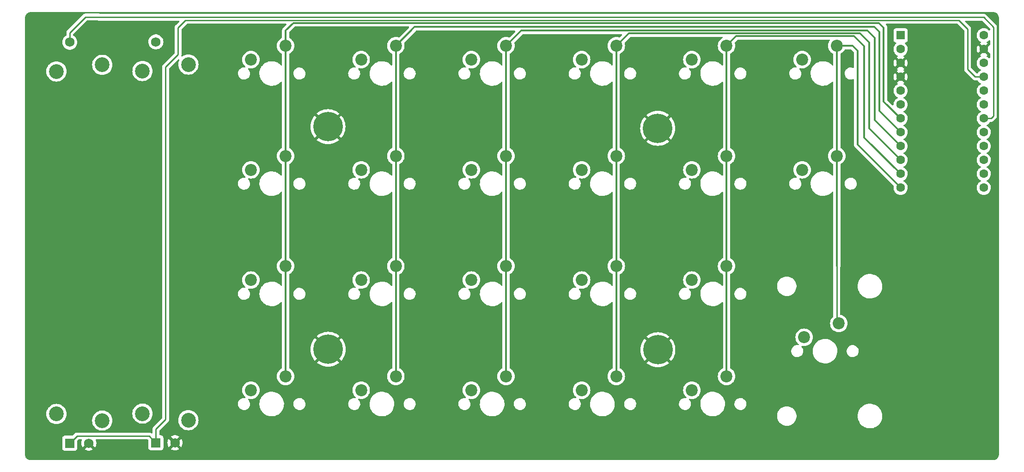
<source format=gbr>
%TF.GenerationSoftware,KiCad,Pcbnew,(7.0.0)*%
%TF.CreationDate,2024-11-11T13:13:16+03:00*%
%TF.ProjectId,04. Keyboard 6x4 Matrix,30342e20-4b65-4796-926f-617264203678,rev?*%
%TF.SameCoordinates,PX24bd848PY898b2e8*%
%TF.FileFunction,Copper,L1,Top*%
%TF.FilePolarity,Positive*%
%FSLAX46Y46*%
G04 Gerber Fmt 4.6, Leading zero omitted, Abs format (unit mm)*
G04 Created by KiCad (PCBNEW (7.0.0)) date 2024-11-11 13:13:16*
%MOMM*%
%LPD*%
G01*
G04 APERTURE LIST*
%TA.AperFunction,ComponentPad*%
%ADD10C,2.200000*%
%TD*%
%TA.AperFunction,ComponentPad*%
%ADD11R,1.600000X1.600000*%
%TD*%
%TA.AperFunction,ComponentPad*%
%ADD12C,1.600000*%
%TD*%
%TA.AperFunction,ComponentPad*%
%ADD13C,0.800000*%
%TD*%
%TA.AperFunction,ComponentPad*%
%ADD14C,5.400000*%
%TD*%
%TA.AperFunction,ComponentPad*%
%ADD15R,1.750000X1.750000*%
%TD*%
%TA.AperFunction,ComponentPad*%
%ADD16C,1.750000*%
%TD*%
%TA.AperFunction,ComponentPad*%
%ADD17C,2.700000*%
%TD*%
%TA.AperFunction,ViaPad*%
%ADD18C,0.800000*%
%TD*%
%TA.AperFunction,Conductor*%
%ADD19C,0.250000*%
%TD*%
%TA.AperFunction,Conductor*%
%ADD20C,0.300000*%
%TD*%
G04 APERTURE END LIST*
D10*
%TO.P,SW17,1,1*%
%TO.N,COL5*%
X128535000Y75955000D03*
%TO.P,SW17,2,2*%
%TO.N,Net-(D9-A)*%
X122185000Y73415000D03*
%TD*%
%TO.P,SW14,1,1*%
%TO.N,COL4*%
X108335000Y55755000D03*
%TO.P,SW14,2,2*%
%TO.N,Net-(D7-A)*%
X101985000Y53215000D03*
%TD*%
D11*
%TO.P,U4,1,TX*%
%TO.N,RXD0*%
X160429999Y77874999D03*
D12*
%TO.P,U4,2,RX*%
%TO.N,TXD0*%
X160430000Y75335000D03*
%TO.P,U4,3,GND*%
%TO.N,GND*%
X160430000Y72795000D03*
%TO.P,U4,4,GND*%
X160430000Y70255000D03*
%TO.P,U4,5,SDA*%
%TO.N,ROW1*%
X160430000Y67715000D03*
%TO.P,U4,6,SCL*%
%TO.N,ROW2*%
X160430000Y65175000D03*
%TO.P,U4,7,D4*%
%TO.N,COL1*%
X160430000Y62635000D03*
%TO.P,U4,8,C6*%
%TO.N,COL2*%
X160430000Y60095000D03*
%TO.P,U4,9,D7*%
%TO.N,COL3*%
X160430000Y57555000D03*
%TO.P,U4,10,E6*%
%TO.N,COL4*%
X160430000Y55015000D03*
%TO.P,U4,11,B4*%
%TO.N,COL5*%
X160430000Y52475000D03*
%TO.P,U4,12,B5*%
%TO.N,COL6*%
X160430000Y49935000D03*
%TO.P,U4,13,B6*%
%TO.N,ROW3*%
X175670000Y49935000D03*
%TO.P,U4,14,B2*%
%TO.N,ROW4*%
X175670000Y52475000D03*
%TO.P,U4,15,B3*%
%TO.N,unconnected-(U4-B3-Pad15)*%
X175670000Y55015000D03*
%TO.P,U4,16,B1*%
%TO.N,unconnected-(U4-B1-Pad16)*%
X175670000Y57555000D03*
%TO.P,U4,17,F7*%
%TO.N,A0PT1*%
X175670000Y60095000D03*
%TO.P,U4,18,F6*%
%TO.N,A1PT2*%
X175670000Y62635000D03*
%TO.P,U4,19,F5*%
%TO.N,unconnected-(U4-F5-Pad19)*%
X175670000Y65175000D03*
%TO.P,U4,20,F4*%
%TO.N,unconnected-(U4-F4-Pad20)*%
X175670000Y67715000D03*
%TO.P,U4,21,VCC*%
%TO.N,5V*%
X175670000Y70255000D03*
%TO.P,U4,22,RST*%
%TO.N,unconnected-(U4-RST-Pad22)*%
X175670000Y72795000D03*
%TO.P,U4,23,GND*%
%TO.N,GND*%
X175670000Y75335000D03*
%TO.P,U4,24,RAW*%
%TO.N,unconnected-(U4-RAW-Pad24)*%
X175670000Y77875000D03*
%TD*%
D10*
%TO.P,SW12,1,1*%
%TO.N,COL3*%
X88135000Y15355000D03*
%TO.P,SW12,2,2*%
%TO.N,Net-(D21-A)*%
X81785000Y12815000D03*
%TD*%
%TO.P,SW15,1,1*%
%TO.N,COL4*%
X108335000Y35555000D03*
%TO.P,SW15,2,2*%
%TO.N,Net-(D15-A)*%
X101985000Y33015000D03*
%TD*%
%TO.P,SW1,1,1*%
%TO.N,COL1*%
X47735000Y75955000D03*
%TO.P,SW1,2,2*%
%TO.N,Net-(D1-A)*%
X41385000Y73415000D03*
%TD*%
%TO.P,SW4,1,1*%
%TO.N,COL1*%
X47735000Y15355000D03*
%TO.P,SW4,2,2*%
%TO.N,Net-(D19-A)*%
X41385000Y12815000D03*
%TD*%
D13*
%TO.P,H2,1,1*%
%TO.N,GND*%
X113900000Y60825000D03*
X114493109Y62256891D03*
X114493109Y59393109D03*
X115925000Y62850000D03*
D14*
X115925000Y60825000D03*
D13*
X115925000Y58800000D03*
X117356891Y62256891D03*
X117356891Y59393109D03*
X117950000Y60825000D03*
%TD*%
D10*
%TO.P,SW19,1,1*%
%TO.N,COL5*%
X128535000Y35555000D03*
%TO.P,SW19,2,2*%
%TO.N,Net-(D14-A)*%
X122185000Y33015000D03*
%TD*%
%TO.P,SW6,1,1*%
%TO.N,COL2*%
X67935000Y55755000D03*
%TO.P,SW6,2,2*%
%TO.N,Net-(D5-A)*%
X61585000Y53215000D03*
%TD*%
%TO.P,SW13,1,1*%
%TO.N,COL4*%
X108335000Y75955000D03*
%TO.P,SW13,2,2*%
%TO.N,Net-(D8-A)*%
X101985000Y73415000D03*
%TD*%
%TO.P,SW16,1,1*%
%TO.N,COL4*%
X108335000Y15355000D03*
%TO.P,SW16,2,2*%
%TO.N,Net-(D22-A)*%
X101985000Y12815000D03*
%TD*%
%TO.P,SW18,1,1*%
%TO.N,COL5*%
X128535000Y55755000D03*
%TO.P,SW18,2,2*%
%TO.N,Net-(D12-A)*%
X122185000Y53215000D03*
%TD*%
%TO.P,SW20,1,1*%
%TO.N,COL5*%
X128535000Y15355000D03*
%TO.P,SW20,2,2*%
%TO.N,Net-(D23-A)*%
X122185000Y12815000D03*
%TD*%
%TO.P,SW3,1,1*%
%TO.N,COL1*%
X47735000Y35555000D03*
%TO.P,SW3,2,2*%
%TO.N,Net-(D18-A)*%
X41385000Y33015000D03*
%TD*%
D13*
%TO.P,H3,1,1*%
%TO.N,GND*%
X113925000Y20225000D03*
X114518109Y21656891D03*
X114518109Y18793109D03*
X115950000Y22250000D03*
D14*
X115950000Y20225000D03*
D13*
X115950000Y18200000D03*
X117381891Y21656891D03*
X117381891Y18793109D03*
X117975000Y20225000D03*
%TD*%
D10*
%TO.P,SW5,1,1*%
%TO.N,COL2*%
X67935000Y75955000D03*
%TO.P,SW5,2,2*%
%TO.N,Net-(D2-A)*%
X61585000Y73415000D03*
%TD*%
%TO.P,SW11,1,1*%
%TO.N,COL3*%
X88135000Y35555000D03*
%TO.P,SW11,2,2*%
%TO.N,Net-(D16-A)*%
X81785000Y33015000D03*
%TD*%
D15*
%TO.P,R28,1*%
%TO.N,5V*%
X8199999Y3104999D03*
D16*
%TO.P,R28,2*%
%TO.N,GND*%
X11700000Y3105000D03*
%TO.P,R28,3*%
%TO.N,A1PT2*%
X8200000Y76605000D03*
D17*
%TO.P,R28,MP*%
%TO.N,N/C*%
X14150000Y7255000D03*
X5750000Y8455000D03*
X5750000Y71255000D03*
X14150000Y72455000D03*
%TD*%
D10*
%TO.P,SW21,1,1*%
%TO.N,COL6*%
X148735000Y75955000D03*
%TO.P,SW21,2,2*%
%TO.N,Net-(D10-A)*%
X142385000Y73415000D03*
%TD*%
%TO.P,SW8,1,1*%
%TO.N,COL2*%
X67935000Y15355000D03*
%TO.P,SW8,2,2*%
%TO.N,Net-(D20-A)*%
X61585000Y12815000D03*
%TD*%
D13*
%TO.P,H1,1,1*%
%TO.N,GND*%
X53475000Y61125000D03*
X54068109Y62556891D03*
X54068109Y59693109D03*
X55500000Y63150000D03*
D14*
X55500000Y61125000D03*
D13*
X55500000Y59100000D03*
X56931891Y62556891D03*
X56931891Y59693109D03*
X57525000Y61125000D03*
%TD*%
%TO.P,H4,1,1*%
%TO.N,GND*%
X53506891Y20306891D03*
X54100000Y21738782D03*
X54100000Y18875000D03*
X55531891Y22331891D03*
D14*
X55531891Y20306891D03*
D13*
X55531891Y18281891D03*
X56963782Y21738782D03*
X56963782Y18875000D03*
X57556891Y20306891D03*
%TD*%
D10*
%TO.P,SW2,1,1*%
%TO.N,COL1*%
X47735000Y55755000D03*
%TO.P,SW2,2,2*%
%TO.N,Net-(D4-A)*%
X41385000Y53215000D03*
%TD*%
%TO.P,SW10,1,1*%
%TO.N,COL3*%
X88135000Y55755000D03*
%TO.P,SW10,2,2*%
%TO.N,Net-(D6-A)*%
X81785000Y53215000D03*
%TD*%
%TO.P,SW9,1,1*%
%TO.N,COL3*%
X88135000Y75955000D03*
%TO.P,SW9,2,2*%
%TO.N,Net-(D3-A)*%
X81785000Y73415000D03*
%TD*%
%TO.P,SW7,1,1*%
%TO.N,COL2*%
X67935000Y35555000D03*
%TO.P,SW7,2,2*%
%TO.N,Net-(D17-A)*%
X61585000Y33015000D03*
%TD*%
%TO.P,SW23,1,1*%
%TO.N,COL6*%
X149115000Y25055000D03*
%TO.P,SW23,2,2*%
%TO.N,Net-(D13-A)*%
X142765000Y22515000D03*
%TD*%
D15*
%TO.P,R24,1*%
%TO.N,5V*%
X23974999Y3174999D03*
D16*
%TO.P,R24,2*%
%TO.N,GND*%
X27475000Y3175000D03*
%TO.P,R24,3*%
%TO.N,A0PT1*%
X23975000Y76675000D03*
D17*
%TO.P,R24,MP*%
%TO.N,N/C*%
X29925000Y7325000D03*
X21525000Y8525000D03*
X21525000Y71325000D03*
X29925000Y72525000D03*
%TD*%
D10*
%TO.P,SW22,1,1*%
%TO.N,COL6*%
X148735000Y55755000D03*
%TO.P,SW22,2,2*%
%TO.N,Net-(D11-A)*%
X142385000Y53215000D03*
%TD*%
D18*
%TO.N,GND*%
X177350000Y81150000D03*
X6275000Y80125000D03*
X33100000Y77975000D03*
X174450000Y79675000D03*
%TD*%
D19*
%TO.N,5V*%
X21850000Y4425000D02*
X17000000Y4425000D01*
X17000000Y4425000D02*
X9520000Y4425000D01*
X23975000Y3175000D02*
X22725000Y4425000D01*
X172700000Y79025000D02*
X171100000Y80625000D01*
X29400000Y80625000D02*
X28025000Y79250000D01*
X28025000Y74325000D02*
X25750000Y72050000D01*
X175670000Y70255000D02*
X174095000Y70255000D01*
X9520000Y4425000D02*
X8200000Y3105000D01*
X22725000Y4425000D02*
X21850000Y4425000D01*
X25750000Y7425000D02*
X23975000Y5650000D01*
X23975000Y5650000D02*
X23975000Y3175000D01*
X174095000Y70255000D02*
X172700000Y71650000D01*
X28025000Y79250000D02*
X28025000Y74325000D01*
X25750000Y72050000D02*
X25750000Y7425000D01*
X172700000Y71650000D02*
X172700000Y79025000D01*
X171100000Y80625000D02*
X29400000Y80625000D01*
D20*
%TO.N,COL1*%
X47735000Y75955000D02*
X47735000Y78735000D01*
X49150000Y80150000D02*
X156475000Y80150000D01*
X157325000Y65740000D02*
X160430000Y62635000D01*
X47735000Y15355000D02*
X47735000Y75955000D01*
X47735000Y78735000D02*
X49150000Y80150000D01*
X157325000Y79300000D02*
X157325000Y65740000D01*
X156475000Y80150000D02*
X157325000Y79300000D01*
%TO.N,COL2*%
X71380000Y79400000D02*
X155575000Y79400000D01*
X155575000Y79400000D02*
X156500000Y78475000D01*
X156500000Y78475000D02*
X156500000Y64025000D01*
X67935000Y75955000D02*
X71380000Y79400000D01*
X156500000Y64025000D02*
X160430000Y60095000D01*
X67935000Y75955000D02*
X67935000Y15355000D01*
%TO.N,COL3*%
X90930000Y78750000D02*
X154325000Y78750000D01*
X88135000Y15355000D02*
X88135000Y75955000D01*
X155650000Y77425000D02*
X155650000Y62335000D01*
X155650000Y62335000D02*
X160430000Y57555000D01*
X88135000Y75955000D02*
X90930000Y78750000D01*
X154325000Y78750000D02*
X155650000Y77425000D01*
%TO.N,COL4*%
X154675000Y76525000D02*
X154675000Y60770000D01*
X152950000Y78250000D02*
X154675000Y76525000D01*
X154675000Y60770000D02*
X160430000Y55015000D01*
X108335000Y75955000D02*
X108335000Y15355000D01*
X108335000Y75955000D02*
X110630000Y78250000D01*
X110630000Y78250000D02*
X152950000Y78250000D01*
%TO.N,COL5*%
X130330000Y77750000D02*
X128535000Y75955000D01*
X153775000Y59130000D02*
X153775000Y75875000D01*
X160430000Y52475000D02*
X153775000Y59130000D01*
X153775000Y75875000D02*
X151900000Y77750000D01*
X151900000Y77750000D02*
X130330000Y77750000D01*
X128535000Y15355000D02*
X128535000Y75955000D01*
D19*
%TO.N,COL6*%
X148735000Y55755000D02*
X148735000Y25435000D01*
D20*
X148735000Y75955000D02*
X151595000Y75955000D01*
X152525000Y75025000D02*
X152525000Y58525000D01*
X152525000Y58525000D02*
X152525000Y57840000D01*
X152525000Y57840000D02*
X160430000Y49935000D01*
X148735000Y75955000D02*
X148735000Y35555000D01*
D19*
X148735000Y25435000D02*
X149115000Y25055000D01*
D20*
X151595000Y75955000D02*
X152525000Y75025000D01*
D19*
%TO.N,A1PT2*%
X21025305Y81175000D02*
X175650000Y81175000D01*
X8200000Y76605000D02*
X8200000Y78350000D01*
X8200000Y78350000D02*
X11075000Y81225000D01*
X13500000Y81225000D02*
X13525000Y81200000D01*
X11075000Y81225000D02*
X13500000Y81225000D01*
X175650000Y81175000D02*
X177450000Y79375000D01*
X177450000Y79375000D02*
X177450000Y63100000D01*
X176985000Y62635000D02*
X175670000Y62635000D01*
X21000305Y81200000D02*
X21025305Y81175000D01*
X177450000Y63100000D02*
X176985000Y62635000D01*
X13525000Y81200000D02*
X21000305Y81200000D01*
%TD*%
%TA.AperFunction,Conductor*%
%TO.N,GND*%
G36*
X175387001Y80540061D02*
G01*
X175427229Y80513181D01*
X176788181Y79152228D01*
X176815061Y79112000D01*
X176824500Y79064547D01*
X176824500Y78859048D01*
X176810985Y78802753D01*
X176773385Y78758730D01*
X176719898Y78736575D01*
X176662182Y78741117D01*
X176612819Y78771367D01*
X176512968Y78871218D01*
X176509139Y78875047D01*
X176406057Y78947225D01*
X176327173Y79002460D01*
X176327171Y79002461D01*
X176322734Y79005568D01*
X176202561Y79061606D01*
X176121405Y79099450D01*
X176121403Y79099451D01*
X176116496Y79101739D01*
X176111271Y79103139D01*
X176111263Y79103142D01*
X175901916Y79159236D01*
X175901907Y79159238D01*
X175896692Y79160635D01*
X175891304Y79161107D01*
X175891301Y79161107D01*
X175675395Y79179996D01*
X175670000Y79180468D01*
X175664605Y79179996D01*
X175448698Y79161107D01*
X175448693Y79161107D01*
X175443308Y79160635D01*
X175438094Y79159238D01*
X175438083Y79159236D01*
X175228736Y79103142D01*
X175228724Y79103138D01*
X175223504Y79101739D01*
X175218599Y79099453D01*
X175218594Y79099450D01*
X175022176Y79007858D01*
X175022172Y79007856D01*
X175017266Y79005568D01*
X175012833Y79002465D01*
X175012826Y79002460D01*
X174835296Y78878153D01*
X174835291Y78878150D01*
X174830861Y78875047D01*
X174827037Y78871224D01*
X174827031Y78871218D01*
X174673782Y78717969D01*
X174673776Y78717963D01*
X174669953Y78714139D01*
X174666850Y78709709D01*
X174666847Y78709704D01*
X174542540Y78532174D01*
X174542535Y78532167D01*
X174539432Y78527734D01*
X174537144Y78522828D01*
X174537142Y78522824D01*
X174445550Y78326406D01*
X174445547Y78326401D01*
X174443261Y78321496D01*
X174441862Y78316276D01*
X174441858Y78316264D01*
X174385764Y78106917D01*
X174385762Y78106906D01*
X174384365Y78101692D01*
X174383893Y78096307D01*
X174383893Y78096302D01*
X174370274Y77940628D01*
X174364532Y77875000D01*
X174365004Y77869605D01*
X174380677Y77690456D01*
X174384365Y77648308D01*
X174385762Y77643093D01*
X174385764Y77643084D01*
X174441858Y77433737D01*
X174441861Y77433729D01*
X174443261Y77428504D01*
X174539432Y77222266D01*
X174669953Y77035861D01*
X174830861Y76874953D01*
X175017266Y76744432D01*
X175022175Y76742143D01*
X175022180Y76742140D01*
X175075864Y76717107D01*
X175128040Y76671351D01*
X175147460Y76604726D01*
X175128041Y76538101D01*
X175075866Y76492343D01*
X175022421Y76467421D01*
X175013081Y76462029D01*
X174955651Y76421817D01*
X174948217Y76413704D01*
X174954128Y76404426D01*
X175658457Y75700097D01*
X175670000Y75693433D01*
X175681542Y75700097D01*
X176385870Y76404426D01*
X176391781Y76413705D01*
X176384348Y76421816D01*
X176326922Y76462026D01*
X176317572Y76467425D01*
X176264134Y76492343D01*
X176211958Y76538101D01*
X176192539Y76604726D01*
X176211959Y76671351D01*
X176264131Y76717106D01*
X176322734Y76744432D01*
X176509139Y76874953D01*
X176612819Y76978634D01*
X176662182Y77008883D01*
X176719898Y77013425D01*
X176773385Y76991270D01*
X176810985Y76947247D01*
X176824500Y76890952D01*
X176824500Y76173099D01*
X176809214Y76113457D01*
X176767126Y76068519D01*
X176739422Y76050870D01*
X176035095Y75346544D01*
X176028431Y75335001D01*
X176035095Y75323459D01*
X176739422Y74619132D01*
X176767126Y74601482D01*
X176809214Y74556544D01*
X176824500Y74496902D01*
X176824500Y73779048D01*
X176810985Y73722753D01*
X176773385Y73678730D01*
X176719898Y73656575D01*
X176662182Y73661117D01*
X176612819Y73691367D01*
X176512968Y73791218D01*
X176509139Y73795047D01*
X176385219Y73881816D01*
X176327173Y73922460D01*
X176327171Y73922461D01*
X176322734Y73925568D01*
X176317831Y73927855D01*
X176317823Y73927859D01*
X176264134Y73952894D01*
X176211958Y73998651D01*
X176192539Y74065277D01*
X176211959Y74131902D01*
X176264135Y74177659D01*
X176317580Y74202581D01*
X176326920Y74207974D01*
X176384348Y74248186D01*
X176391780Y74256297D01*
X176385867Y74265579D01*
X175681542Y74969905D01*
X175670000Y74976569D01*
X175658457Y74969905D01*
X174954128Y74265576D01*
X174948217Y74256297D01*
X174955650Y74248186D01*
X175013077Y74207975D01*
X175022431Y74202574D01*
X175075864Y74177658D01*
X175128040Y74131902D01*
X175147460Y74065277D01*
X175128041Y73998652D01*
X175075866Y73952894D01*
X175048868Y73940305D01*
X175017266Y73925568D01*
X175012833Y73922465D01*
X175012826Y73922460D01*
X174835296Y73798153D01*
X174835291Y73798150D01*
X174830861Y73795047D01*
X174827037Y73791224D01*
X174827031Y73791218D01*
X174673782Y73637969D01*
X174673776Y73637963D01*
X174669953Y73634139D01*
X174666850Y73629709D01*
X174666847Y73629704D01*
X174542540Y73452174D01*
X174542535Y73452167D01*
X174539432Y73447734D01*
X174537144Y73442828D01*
X174537142Y73442824D01*
X174445550Y73246406D01*
X174445547Y73246401D01*
X174443261Y73241496D01*
X174441862Y73236276D01*
X174441858Y73236264D01*
X174385764Y73026917D01*
X174385762Y73026906D01*
X174384365Y73021692D01*
X174383893Y73016307D01*
X174383893Y73016302D01*
X174366504Y72817539D01*
X174364532Y72795000D01*
X174365004Y72789605D01*
X174377642Y72645144D01*
X174384365Y72568308D01*
X174385762Y72563093D01*
X174385764Y72563084D01*
X174441858Y72353737D01*
X174441861Y72353729D01*
X174443261Y72348504D01*
X174445549Y72343597D01*
X174445550Y72343595D01*
X174500434Y72225896D01*
X174539432Y72142266D01*
X174542539Y72137829D01*
X174542540Y72137827D01*
X174582574Y72080652D01*
X174669953Y71955861D01*
X174830861Y71794953D01*
X175017266Y71664432D01*
X175022172Y71662145D01*
X175022176Y71662142D01*
X175075274Y71637382D01*
X175127450Y71591625D01*
X175146869Y71525000D01*
X175127450Y71458375D01*
X175075274Y71412618D01*
X175022176Y71387859D01*
X175022163Y71387852D01*
X175017266Y71385568D01*
X175012833Y71382465D01*
X175012826Y71382460D01*
X174835296Y71258153D01*
X174835291Y71258150D01*
X174830861Y71255047D01*
X174827037Y71251224D01*
X174827031Y71251218D01*
X174673782Y71097969D01*
X174673776Y71097963D01*
X174669953Y71094139D01*
X174666850Y71089709D01*
X174666847Y71089704D01*
X174557387Y70933377D01*
X174513069Y70894511D01*
X174455812Y70880500D01*
X174405452Y70880500D01*
X174357999Y70889939D01*
X174317771Y70916819D01*
X173361819Y71872772D01*
X173334939Y71913000D01*
X173325500Y71960453D01*
X173325500Y75329605D01*
X174365506Y75329605D01*
X174384386Y75113794D01*
X174386260Y75103163D01*
X174442332Y74893903D01*
X174446020Y74883769D01*
X174537576Y74687428D01*
X174542974Y74678078D01*
X174583184Y74620652D01*
X174591295Y74613219D01*
X174600574Y74619130D01*
X175304903Y75323459D01*
X175311567Y75335001D01*
X175304903Y75346544D01*
X174600574Y76050872D01*
X174591296Y76056783D01*
X174583183Y76049349D01*
X174542971Y75991919D01*
X174537577Y75982575D01*
X174446020Y75786232D01*
X174442332Y75776098D01*
X174386260Y75566838D01*
X174384386Y75556207D01*
X174365506Y75340395D01*
X174365506Y75329605D01*
X173325500Y75329605D01*
X173325500Y78947225D01*
X173326021Y78958281D01*
X173327673Y78965667D01*
X173325561Y79032887D01*
X173325500Y79036781D01*
X173325500Y79060458D01*
X173325500Y79064350D01*
X173324998Y79068317D01*
X173324081Y79079974D01*
X173322710Y79123627D01*
X173317118Y79142872D01*
X173313174Y79161917D01*
X173310664Y79181792D01*
X173294579Y79222417D01*
X173290806Y79233438D01*
X173278618Y79275390D01*
X173268417Y79292640D01*
X173259863Y79310099D01*
X173252486Y79328732D01*
X173226808Y79364075D01*
X173220401Y79373829D01*
X173202142Y79404704D01*
X173202141Y79404706D01*
X173198170Y79411420D01*
X173184005Y79425585D01*
X173171370Y79440378D01*
X173159594Y79456587D01*
X173153583Y79461560D01*
X173153581Y79461562D01*
X173125941Y79484427D01*
X173117300Y79492290D01*
X172271772Y80337819D01*
X172241522Y80387182D01*
X172236980Y80444898D01*
X172259135Y80498385D01*
X172303158Y80535985D01*
X172359453Y80549500D01*
X175339548Y80549500D01*
X175387001Y80540061D01*
G37*
%TD.AperFunction*%
%TA.AperFunction,Conductor*%
G36*
X177441180Y82134816D02*
G01*
X177480582Y82131369D01*
X177481854Y82131251D01*
X177607559Y82118871D01*
X177627484Y82115246D01*
X177692209Y82097903D01*
X177695992Y82096823D01*
X177787360Y82069108D01*
X177803755Y82062834D01*
X177869644Y82032111D01*
X177875668Y82029099D01*
X177954847Y81986777D01*
X177967502Y81979004D01*
X178028679Y81936168D01*
X178036209Y81930454D01*
X178104255Y81874611D01*
X178113268Y81866441D01*
X178166445Y81813263D01*
X178174616Y81804248D01*
X178230447Y81736218D01*
X178236161Y81728688D01*
X178279002Y81667504D01*
X178286778Y81654845D01*
X178329098Y81575668D01*
X178332122Y81569618D01*
X178362830Y81503761D01*
X178369108Y81487354D01*
X178396804Y81396053D01*
X178397918Y81392150D01*
X178415243Y81327489D01*
X178418871Y81307551D01*
X178431234Y81182025D01*
X178431359Y81180680D01*
X178434817Y81141160D01*
X178435289Y81130351D01*
X178435289Y1016206D01*
X178434817Y1005394D01*
X178431369Y966001D01*
X178431244Y964657D01*
X178418869Y839027D01*
X178415240Y819088D01*
X178397908Y754407D01*
X178396794Y750506D01*
X178369106Y659234D01*
X178362828Y642824D01*
X178332111Y576953D01*
X178329086Y570904D01*
X178286776Y491751D01*
X178278993Y479081D01*
X178236155Y417904D01*
X178230433Y410363D01*
X178174608Y342342D01*
X178166437Y333327D01*
X178113265Y280155D01*
X178104247Y271981D01*
X178036203Y216141D01*
X178028663Y210421D01*
X177967506Y167599D01*
X177954834Y159815D01*
X177875680Y117508D01*
X177869633Y114485D01*
X177803751Y83764D01*
X177787340Y77485D01*
X177696072Y49801D01*
X177692171Y48687D01*
X177627469Y31351D01*
X177607545Y27724D01*
X177483528Y15495D01*
X177482168Y15369D01*
X177440907Y11759D01*
X177430107Y11287D01*
X1012528Y502D01*
X1001713Y974D01*
X962289Y4423D01*
X960943Y4548D01*
X835344Y16917D01*
X815406Y20545D01*
X750754Y37867D01*
X746866Y38977D01*
X711181Y49801D01*
X655548Y66677D01*
X639139Y72955D01*
X573256Y103676D01*
X567208Y106700D01*
X488058Y149005D01*
X475393Y156785D01*
X414205Y199628D01*
X406686Y205333D01*
X338632Y261183D01*
X329637Y269336D01*
X276448Y322525D01*
X268278Y331538D01*
X212445Y399572D01*
X206725Y407112D01*
X163896Y468277D01*
X156112Y480947D01*
X113796Y560114D01*
X110772Y566163D01*
X105740Y576953D01*
X80059Y632025D01*
X73782Y648432D01*
X70505Y659234D01*
X46069Y739787D01*
X44985Y743583D01*
X27647Y808289D01*
X24019Y828233D01*
X11546Y954948D01*
X11452Y955960D01*
X8084Y994468D01*
X7612Y1005273D01*
X7612Y8455000D01*
X3894773Y8455000D01*
X3895089Y8450582D01*
X3913340Y8195397D01*
X3913341Y8195388D01*
X3913657Y8190974D01*
X3914597Y8186649D01*
X3914599Y8186641D01*
X3968827Y7937360D01*
X3969923Y7932322D01*
X3971472Y7928169D01*
X4060878Y7688460D01*
X4060880Y7688454D01*
X4062426Y7684311D01*
X4064548Y7680425D01*
X4134607Y7552121D01*
X4189284Y7451989D01*
X4347913Y7240085D01*
X4535085Y7052913D01*
X4746989Y6894284D01*
X4979311Y6767426D01*
X5227322Y6674923D01*
X5485974Y6618657D01*
X5750000Y6599773D01*
X6014026Y6618657D01*
X6272678Y6674923D01*
X6520689Y6767426D01*
X6753011Y6894284D01*
X6964915Y7052913D01*
X7152087Y7240085D01*
X7163252Y7255000D01*
X12294773Y7255000D01*
X12295089Y7250582D01*
X12313340Y6995397D01*
X12313341Y6995388D01*
X12313657Y6990974D01*
X12314597Y6986649D01*
X12314599Y6986641D01*
X12367182Y6744923D01*
X12369923Y6732322D01*
X12371472Y6728169D01*
X12460878Y6488460D01*
X12460880Y6488454D01*
X12462426Y6484311D01*
X12464548Y6480425D01*
X12554637Y6315439D01*
X12589284Y6251989D01*
X12747913Y6040085D01*
X12935085Y5852913D01*
X13146989Y5694284D01*
X13379311Y5567426D01*
X13627322Y5474923D01*
X13885974Y5418657D01*
X14150000Y5399773D01*
X14414026Y5418657D01*
X14672678Y5474923D01*
X14920689Y5567426D01*
X15153011Y5694284D01*
X15364915Y5852913D01*
X15552087Y6040085D01*
X15710716Y6251989D01*
X15837574Y6484311D01*
X15930077Y6732322D01*
X15986343Y6990974D01*
X16005227Y7255000D01*
X15986343Y7519026D01*
X15930077Y7777678D01*
X15837574Y8025689D01*
X15710716Y8258011D01*
X15552087Y8469915D01*
X15497002Y8525000D01*
X19669773Y8525000D01*
X19670089Y8520582D01*
X19688340Y8265397D01*
X19688341Y8265388D01*
X19688657Y8260974D01*
X19689597Y8256649D01*
X19689599Y8256641D01*
X19736816Y8039588D01*
X19744923Y8002322D01*
X19746472Y7998169D01*
X19835878Y7758460D01*
X19835880Y7758454D01*
X19837426Y7754311D01*
X19839548Y7750425D01*
X19947830Y7552121D01*
X19964284Y7521989D01*
X20122913Y7310085D01*
X20310085Y7122913D01*
X20521989Y6964284D01*
X20754311Y6837426D01*
X21002322Y6744923D01*
X21260974Y6688657D01*
X21525000Y6669773D01*
X21789026Y6688657D01*
X22047678Y6744923D01*
X22295689Y6837426D01*
X22528011Y6964284D01*
X22739915Y7122913D01*
X22927087Y7310085D01*
X23085716Y7521989D01*
X23212574Y7754311D01*
X23305077Y8002322D01*
X23361343Y8260974D01*
X23380227Y8525000D01*
X23361343Y8789026D01*
X23305077Y9047678D01*
X23212574Y9295689D01*
X23085716Y9528011D01*
X22927087Y9739915D01*
X22739915Y9927087D01*
X22528011Y10085716D01*
X22479998Y10111933D01*
X22319392Y10199631D01*
X22295689Y10212574D01*
X22291546Y10214120D01*
X22291540Y10214122D01*
X22051831Y10303528D01*
X22047678Y10305077D01*
X22043346Y10306020D01*
X22043344Y10306020D01*
X21793359Y10360401D01*
X21793351Y10360403D01*
X21789026Y10361343D01*
X21784612Y10361659D01*
X21784603Y10361660D01*
X21529418Y10379911D01*
X21525000Y10380227D01*
X21520582Y10379911D01*
X21265396Y10361660D01*
X21265385Y10361659D01*
X21260974Y10361343D01*
X21256650Y10360403D01*
X21256640Y10360401D01*
X21006655Y10306020D01*
X21006649Y10306019D01*
X21002322Y10305077D01*
X20998172Y10303530D01*
X20998168Y10303528D01*
X20758459Y10214122D01*
X20758448Y10214118D01*
X20754311Y10212574D01*
X20750429Y10210455D01*
X20750424Y10210452D01*
X20525883Y10087843D01*
X20525875Y10087839D01*
X20521989Y10085716D01*
X20518439Y10083059D01*
X20518435Y10083056D01*
X20313636Y9929746D01*
X20313629Y9929741D01*
X20310085Y9927087D01*
X20306954Y9923957D01*
X20306947Y9923950D01*
X20126050Y9743053D01*
X20126043Y9743046D01*
X20122913Y9739915D01*
X20120259Y9736371D01*
X20120254Y9736364D01*
X19966944Y9531565D01*
X19964284Y9528011D01*
X19962161Y9524125D01*
X19962157Y9524117D01*
X19853740Y9325566D01*
X19837426Y9295689D01*
X19835882Y9291552D01*
X19835878Y9291541D01*
X19746472Y9051832D01*
X19744923Y9047678D01*
X19743981Y9043351D01*
X19743980Y9043345D01*
X19689599Y8793360D01*
X19689597Y8793350D01*
X19688657Y8789026D01*
X19688341Y8784615D01*
X19688340Y8784604D01*
X19671064Y8543053D01*
X19669773Y8525000D01*
X15497002Y8525000D01*
X15364915Y8657087D01*
X15153011Y8815716D01*
X14920689Y8942574D01*
X14916546Y8944120D01*
X14916540Y8944122D01*
X14676831Y9033528D01*
X14672678Y9035077D01*
X14668346Y9036020D01*
X14668344Y9036020D01*
X14418359Y9090401D01*
X14418351Y9090403D01*
X14414026Y9091343D01*
X14409612Y9091659D01*
X14409603Y9091660D01*
X14154418Y9109911D01*
X14150000Y9110227D01*
X14145582Y9109911D01*
X13890396Y9091660D01*
X13890385Y9091659D01*
X13885974Y9091343D01*
X13881650Y9090403D01*
X13881640Y9090401D01*
X13631655Y9036020D01*
X13631649Y9036019D01*
X13627322Y9035077D01*
X13623172Y9033530D01*
X13623168Y9033528D01*
X13383459Y8944122D01*
X13383448Y8944118D01*
X13379311Y8942574D01*
X13375429Y8940455D01*
X13375424Y8940452D01*
X13150883Y8817843D01*
X13150875Y8817839D01*
X13146989Y8815716D01*
X13143439Y8813059D01*
X13143435Y8813056D01*
X12938636Y8659746D01*
X12938629Y8659741D01*
X12935085Y8657087D01*
X12931954Y8653957D01*
X12931947Y8653950D01*
X12751050Y8473053D01*
X12751043Y8473046D01*
X12747913Y8469915D01*
X12745259Y8466371D01*
X12745254Y8466364D01*
X12591944Y8261565D01*
X12589284Y8258011D01*
X12587161Y8254125D01*
X12587157Y8254117D01*
X12464548Y8029576D01*
X12462426Y8025689D01*
X12460882Y8021552D01*
X12460878Y8021541D01*
X12395089Y7845151D01*
X12369923Y7777678D01*
X12368981Y7773351D01*
X12368980Y7773345D01*
X12314599Y7523360D01*
X12314597Y7523350D01*
X12313657Y7519026D01*
X12313341Y7514615D01*
X12313340Y7514604D01*
X12298967Y7313637D01*
X12294773Y7255000D01*
X7163252Y7255000D01*
X7310716Y7451989D01*
X7437574Y7684311D01*
X7530077Y7932322D01*
X7586343Y8190974D01*
X7605227Y8455000D01*
X7586343Y8719026D01*
X7530077Y8977678D01*
X7437574Y9225689D01*
X7310716Y9458011D01*
X7152087Y9669915D01*
X6964915Y9857087D01*
X6753011Y10015716D01*
X6744777Y10020212D01*
X6524575Y10140452D01*
X6520689Y10142574D01*
X6516546Y10144120D01*
X6516540Y10144122D01*
X6276831Y10233528D01*
X6272678Y10235077D01*
X6268346Y10236020D01*
X6268344Y10236020D01*
X6018359Y10290401D01*
X6018351Y10290403D01*
X6014026Y10291343D01*
X6009612Y10291659D01*
X6009603Y10291660D01*
X5754418Y10309911D01*
X5750000Y10310227D01*
X5745582Y10309911D01*
X5490396Y10291660D01*
X5490385Y10291659D01*
X5485974Y10291343D01*
X5481650Y10290403D01*
X5481640Y10290401D01*
X5231655Y10236020D01*
X5231649Y10236019D01*
X5227322Y10235077D01*
X5223172Y10233530D01*
X5223168Y10233528D01*
X4983459Y10144122D01*
X4983448Y10144118D01*
X4979311Y10142574D01*
X4975429Y10140455D01*
X4975424Y10140452D01*
X4750883Y10017843D01*
X4750875Y10017839D01*
X4746989Y10015716D01*
X4743439Y10013059D01*
X4743435Y10013056D01*
X4538636Y9859746D01*
X4538629Y9859741D01*
X4535085Y9857087D01*
X4531954Y9853957D01*
X4531947Y9853950D01*
X4351050Y9673053D01*
X4351043Y9673046D01*
X4347913Y9669915D01*
X4345259Y9666371D01*
X4345254Y9666364D01*
X4199198Y9471255D01*
X4189284Y9458011D01*
X4187161Y9454125D01*
X4187157Y9454117D01*
X4064548Y9229576D01*
X4062426Y9225689D01*
X4060882Y9221552D01*
X4060878Y9221541D01*
X3982938Y9012574D01*
X3969923Y8977678D01*
X3968981Y8973351D01*
X3968980Y8973345D01*
X3914599Y8723360D01*
X3914597Y8723350D01*
X3913657Y8719026D01*
X3913341Y8714615D01*
X3913340Y8714604D01*
X3898538Y8507637D01*
X3894773Y8455000D01*
X7612Y8455000D01*
X7612Y71255000D01*
X3894773Y71255000D01*
X3895089Y71250582D01*
X3913340Y70995397D01*
X3913341Y70995388D01*
X3913657Y70990974D01*
X3914597Y70986649D01*
X3914599Y70986641D01*
X3967182Y70744923D01*
X3969923Y70732322D01*
X3971472Y70728169D01*
X4060878Y70488460D01*
X4060880Y70488454D01*
X4062426Y70484311D01*
X4189284Y70251989D01*
X4347913Y70040085D01*
X4535085Y69852913D01*
X4746989Y69694284D01*
X4979311Y69567426D01*
X5227322Y69474923D01*
X5485974Y69418657D01*
X5750000Y69399773D01*
X6014026Y69418657D01*
X6272678Y69474923D01*
X6520689Y69567426D01*
X6753011Y69694284D01*
X6964915Y69852913D01*
X7152087Y70040085D01*
X7310716Y70251989D01*
X7437574Y70484311D01*
X7530077Y70732322D01*
X7586343Y70990974D01*
X7605227Y71255000D01*
X7586343Y71519026D01*
X7530077Y71777678D01*
X7437574Y72025689D01*
X7310716Y72258011D01*
X7163252Y72455000D01*
X12294773Y72455000D01*
X12295089Y72450582D01*
X12313340Y72195397D01*
X12313341Y72195388D01*
X12313657Y72190974D01*
X12314597Y72186649D01*
X12314599Y72186641D01*
X12363837Y71960297D01*
X12369923Y71932322D01*
X12371472Y71928169D01*
X12460878Y71688460D01*
X12460880Y71688454D01*
X12462426Y71684311D01*
X12464548Y71680425D01*
X12566776Y71493208D01*
X12589284Y71451989D01*
X12747913Y71240085D01*
X12935085Y71052913D01*
X13146989Y70894284D01*
X13379311Y70767426D01*
X13627322Y70674923D01*
X13885974Y70618657D01*
X14150000Y70599773D01*
X14414026Y70618657D01*
X14672678Y70674923D01*
X14920689Y70767426D01*
X15153011Y70894284D01*
X15364915Y71052913D01*
X15552087Y71240085D01*
X15615653Y71325000D01*
X19669773Y71325000D01*
X19670089Y71320582D01*
X19688340Y71065397D01*
X19688341Y71065388D01*
X19688657Y71060974D01*
X19689597Y71056649D01*
X19689599Y71056641D01*
X19737623Y70835879D01*
X19744923Y70802322D01*
X19746472Y70798169D01*
X19835878Y70558460D01*
X19835880Y70558454D01*
X19837426Y70554311D01*
X19964284Y70321989D01*
X20122913Y70110085D01*
X20310085Y69922913D01*
X20521989Y69764284D01*
X20754311Y69637426D01*
X21002322Y69544923D01*
X21260974Y69488657D01*
X21525000Y69469773D01*
X21789026Y69488657D01*
X22047678Y69544923D01*
X22295689Y69637426D01*
X22528011Y69764284D01*
X22739915Y69922913D01*
X22927087Y70110085D01*
X23085716Y70321989D01*
X23212574Y70554311D01*
X23305077Y70802322D01*
X23361343Y71060974D01*
X23380227Y71325000D01*
X23361343Y71589026D01*
X23305077Y71847678D01*
X23212574Y72095689D01*
X23085716Y72328011D01*
X22927087Y72539915D01*
X22739915Y72727087D01*
X22528011Y72885716D01*
X22467259Y72918889D01*
X22359596Y72977678D01*
X22295689Y73012574D01*
X22291546Y73014120D01*
X22291540Y73014122D01*
X22051831Y73103528D01*
X22047678Y73105077D01*
X22043346Y73106020D01*
X22043344Y73106020D01*
X21793359Y73160401D01*
X21793351Y73160403D01*
X21789026Y73161343D01*
X21784612Y73161659D01*
X21784603Y73161660D01*
X21529418Y73179911D01*
X21525000Y73180227D01*
X21520582Y73179911D01*
X21265396Y73161660D01*
X21265385Y73161659D01*
X21260974Y73161343D01*
X21256650Y73160403D01*
X21256640Y73160401D01*
X21006655Y73106020D01*
X21006649Y73106019D01*
X21002322Y73105077D01*
X20998172Y73103530D01*
X20998168Y73103528D01*
X20758459Y73014122D01*
X20758448Y73014118D01*
X20754311Y73012574D01*
X20750429Y73010455D01*
X20750424Y73010452D01*
X20525883Y72887843D01*
X20525875Y72887839D01*
X20521989Y72885716D01*
X20518439Y72883059D01*
X20518435Y72883056D01*
X20313636Y72729746D01*
X20313629Y72729741D01*
X20310085Y72727087D01*
X20306954Y72723957D01*
X20306947Y72723950D01*
X20126050Y72543053D01*
X20126043Y72543046D01*
X20122913Y72539915D01*
X20120259Y72536371D01*
X20120254Y72536364D01*
X19966944Y72331565D01*
X19964284Y72328011D01*
X19962161Y72324125D01*
X19962157Y72324117D01*
X19839548Y72099576D01*
X19837426Y72095689D01*
X19835882Y72091552D01*
X19835878Y72091541D01*
X19748210Y71856491D01*
X19744923Y71847678D01*
X19743981Y71843351D01*
X19743980Y71843345D01*
X19689599Y71593360D01*
X19689597Y71593350D01*
X19688657Y71589026D01*
X19688341Y71584615D01*
X19688340Y71584604D01*
X19674105Y71385568D01*
X19669773Y71325000D01*
X15615653Y71325000D01*
X15710716Y71451989D01*
X15837574Y71684311D01*
X15930077Y71932322D01*
X15986343Y72190974D01*
X16005227Y72455000D01*
X15986343Y72719026D01*
X15930077Y72977678D01*
X15837574Y73225689D01*
X15710716Y73458011D01*
X15552087Y73669915D01*
X15364915Y73857087D01*
X15153011Y74015716D01*
X14920689Y74142574D01*
X14916546Y74144120D01*
X14916540Y74144122D01*
X14676831Y74233528D01*
X14672678Y74235077D01*
X14668346Y74236020D01*
X14668344Y74236020D01*
X14418359Y74290401D01*
X14418351Y74290403D01*
X14414026Y74291343D01*
X14409612Y74291659D01*
X14409603Y74291660D01*
X14154418Y74309911D01*
X14150000Y74310227D01*
X14145582Y74309911D01*
X13890396Y74291660D01*
X13890385Y74291659D01*
X13885974Y74291343D01*
X13881650Y74290403D01*
X13881640Y74290401D01*
X13631655Y74236020D01*
X13631649Y74236019D01*
X13627322Y74235077D01*
X13623172Y74233530D01*
X13623168Y74233528D01*
X13383459Y74144122D01*
X13383448Y74144118D01*
X13379311Y74142574D01*
X13375429Y74140455D01*
X13375424Y74140452D01*
X13150883Y74017843D01*
X13150875Y74017839D01*
X13146989Y74015716D01*
X13143439Y74013059D01*
X13143435Y74013056D01*
X12938636Y73859746D01*
X12938629Y73859741D01*
X12935085Y73857087D01*
X12931954Y73853957D01*
X12931947Y73853950D01*
X12751050Y73673053D01*
X12751043Y73673046D01*
X12747913Y73669915D01*
X12745259Y73666371D01*
X12745254Y73666364D01*
X12591944Y73461565D01*
X12589284Y73458011D01*
X12587161Y73454125D01*
X12587157Y73454117D01*
X12464548Y73229576D01*
X12462426Y73225689D01*
X12460882Y73221552D01*
X12460878Y73221541D01*
X12371472Y72981832D01*
X12369923Y72977678D01*
X12368981Y72973351D01*
X12368980Y72973345D01*
X12314599Y72723360D01*
X12314597Y72723350D01*
X12313657Y72719026D01*
X12313341Y72714615D01*
X12313340Y72714604D01*
X12297046Y72486775D01*
X12294773Y72455000D01*
X7163252Y72455000D01*
X7152087Y72469915D01*
X6964915Y72657087D01*
X6753011Y72815716D01*
X6520689Y72942574D01*
X6516546Y72944120D01*
X6516540Y72944122D01*
X6276831Y73033528D01*
X6272678Y73035077D01*
X6268346Y73036020D01*
X6268344Y73036020D01*
X6018359Y73090401D01*
X6018351Y73090403D01*
X6014026Y73091343D01*
X6009612Y73091659D01*
X6009603Y73091660D01*
X5754418Y73109911D01*
X5750000Y73110227D01*
X5745582Y73109911D01*
X5490396Y73091660D01*
X5490385Y73091659D01*
X5485974Y73091343D01*
X5481650Y73090403D01*
X5481640Y73090401D01*
X5231655Y73036020D01*
X5231649Y73036019D01*
X5227322Y73035077D01*
X5223172Y73033530D01*
X5223168Y73033528D01*
X4983459Y72944122D01*
X4983448Y72944118D01*
X4979311Y72942574D01*
X4975429Y72940455D01*
X4975424Y72940452D01*
X4750883Y72817843D01*
X4750875Y72817839D01*
X4746989Y72815716D01*
X4743439Y72813059D01*
X4743435Y72813056D01*
X4538636Y72659746D01*
X4538629Y72659741D01*
X4535085Y72657087D01*
X4531954Y72653957D01*
X4531947Y72653950D01*
X4351050Y72473053D01*
X4351043Y72473046D01*
X4347913Y72469915D01*
X4345259Y72466371D01*
X4345254Y72466364D01*
X4191944Y72261565D01*
X4189284Y72258011D01*
X4187161Y72254125D01*
X4187157Y72254117D01*
X4085037Y72067098D01*
X4062426Y72025689D01*
X4060882Y72021552D01*
X4060878Y72021541D01*
X3977462Y71797891D01*
X3969923Y71777678D01*
X3968981Y71773351D01*
X3968980Y71773345D01*
X3914599Y71523360D01*
X3914597Y71523350D01*
X3913657Y71519026D01*
X3913341Y71514615D01*
X3913340Y71514604D01*
X3898967Y71313637D01*
X3894773Y71255000D01*
X7612Y71255000D01*
X7612Y76605000D01*
X6819786Y76605000D01*
X6820210Y76599883D01*
X6838185Y76382943D01*
X6838186Y76382934D01*
X6838610Y76377824D01*
X6839867Y76372857D01*
X6839869Y76372850D01*
X6893311Y76161816D01*
X6894570Y76156845D01*
X6896630Y76152149D01*
X6984077Y75952788D01*
X6984080Y75952782D01*
X6986138Y75948091D01*
X6988938Y75943805D01*
X6988942Y75943798D01*
X7062276Y75831553D01*
X7110817Y75757255D01*
X7114291Y75753481D01*
X7114292Y75753480D01*
X7250467Y75605554D01*
X7265206Y75589544D01*
X7445094Y75449531D01*
X7449601Y75447092D01*
X7449604Y75447090D01*
X7635398Y75346544D01*
X7645574Y75341037D01*
X7861177Y75267020D01*
X8086023Y75229500D01*
X8308844Y75229500D01*
X8313977Y75229500D01*
X8538823Y75267020D01*
X8754426Y75341037D01*
X8954906Y75449531D01*
X9134794Y75589544D01*
X9289183Y75757255D01*
X9413862Y75948091D01*
X9505430Y76156845D01*
X9561390Y76377824D01*
X9580214Y76605000D01*
X9574414Y76675000D01*
X22594786Y76675000D01*
X22595210Y76669883D01*
X22613185Y76452943D01*
X22613186Y76452934D01*
X22613610Y76447824D01*
X22614867Y76442857D01*
X22614869Y76442850D01*
X22641383Y76338151D01*
X22669570Y76226845D01*
X22671630Y76222149D01*
X22759077Y76022788D01*
X22759080Y76022782D01*
X22761138Y76018091D01*
X22763938Y76013805D01*
X22763942Y76013798D01*
X22880676Y75835124D01*
X22885817Y75827255D01*
X22889291Y75823481D01*
X22889292Y75823480D01*
X23003774Y75699119D01*
X23040206Y75659544D01*
X23220094Y75519531D01*
X23224601Y75517092D01*
X23224604Y75517090D01*
X23391326Y75426865D01*
X23420574Y75411037D01*
X23636177Y75337020D01*
X23861023Y75299500D01*
X24083844Y75299500D01*
X24088977Y75299500D01*
X24313823Y75337020D01*
X24529426Y75411037D01*
X24729906Y75519531D01*
X24909794Y75659544D01*
X25064183Y75827255D01*
X25188862Y76018091D01*
X25280430Y76226845D01*
X25336390Y76447824D01*
X25355214Y76675000D01*
X25336390Y76902176D01*
X25280430Y77123155D01*
X25188862Y77331909D01*
X25164124Y77369773D01*
X25122335Y77433737D01*
X25064183Y77522745D01*
X24993525Y77599500D01*
X24913262Y77686689D01*
X24913260Y77686691D01*
X24909794Y77690456D01*
X24729906Y77830469D01*
X24725401Y77832907D01*
X24725395Y77832911D01*
X24533932Y77936525D01*
X24533926Y77936528D01*
X24529426Y77938963D01*
X24524585Y77940625D01*
X24524578Y77940628D01*
X24318676Y78011314D01*
X24318675Y78011315D01*
X24313823Y78012980D01*
X24308773Y78013823D01*
X24308764Y78013825D01*
X24094039Y78049656D01*
X24094030Y78049657D01*
X24088977Y78050500D01*
X23861023Y78050500D01*
X23855970Y78049657D01*
X23855960Y78049656D01*
X23641235Y78013825D01*
X23641223Y78013823D01*
X23636177Y78012980D01*
X23631327Y78011316D01*
X23631323Y78011314D01*
X23425421Y77940628D01*
X23425410Y77940624D01*
X23420574Y77938963D01*
X23416077Y77936530D01*
X23416067Y77936525D01*
X23224604Y77832911D01*
X23224592Y77832904D01*
X23220094Y77830469D01*
X23216051Y77827323D01*
X23216046Y77827319D01*
X23044247Y77693602D01*
X23044241Y77693598D01*
X23040206Y77690456D01*
X23036745Y77686697D01*
X23036737Y77686689D01*
X22889292Y77526521D01*
X22889286Y77526514D01*
X22885817Y77522745D01*
X22883012Y77518454D01*
X22883009Y77518448D01*
X22763942Y77336203D01*
X22763935Y77336191D01*
X22761138Y77331909D01*
X22759083Y77327225D01*
X22759077Y77327213D01*
X22671630Y77127852D01*
X22669570Y77123155D01*
X22668312Y77118190D01*
X22668311Y77118185D01*
X22614869Y76907151D01*
X22614867Y76907142D01*
X22613610Y76902176D01*
X22613186Y76897069D01*
X22613185Y76897058D01*
X22595865Y76688018D01*
X22594786Y76675000D01*
X9574414Y76675000D01*
X9561390Y76832176D01*
X9505430Y77053155D01*
X9413862Y77261909D01*
X9365323Y77336203D01*
X9329806Y77390567D01*
X9289183Y77452745D01*
X9228699Y77518448D01*
X9138262Y77616689D01*
X9138260Y77616691D01*
X9134794Y77620456D01*
X8954906Y77760469D01*
X8950401Y77762907D01*
X8950395Y77762911D01*
X8890483Y77795333D01*
X8842977Y77840914D01*
X8825500Y77904388D01*
X8825500Y78039548D01*
X8834939Y78087001D01*
X8861819Y78127229D01*
X11297772Y80563181D01*
X11338000Y80590061D01*
X11385453Y80599500D01*
X13317968Y80599500D01*
X13347361Y80595317D01*
X13349104Y80594563D01*
X13392258Y80587729D01*
X13403644Y80585371D01*
X13445981Y80574500D01*
X13466017Y80574500D01*
X13485415Y80572973D01*
X13497486Y80571061D01*
X13497487Y80571061D01*
X13505196Y80569840D01*
X13543276Y80573440D01*
X13548676Y80573950D01*
X13560345Y80574500D01*
X20818273Y80574500D01*
X20847666Y80570317D01*
X20849409Y80569563D01*
X20892563Y80562729D01*
X20903949Y80560371D01*
X20946286Y80549500D01*
X20966322Y80549500D01*
X20985720Y80547973D01*
X20997791Y80546061D01*
X20997792Y80546061D01*
X21005501Y80544840D01*
X21043581Y80548440D01*
X21048981Y80548950D01*
X21060650Y80549500D01*
X28140547Y80549500D01*
X28196842Y80535985D01*
X28240865Y80498385D01*
X28263020Y80444898D01*
X28258478Y80387182D01*
X28228228Y80337819D01*
X27637696Y79747289D01*
X27629511Y79739841D01*
X27623123Y79735786D01*
X27617788Y79730106D01*
X27617783Y79730101D01*
X27577096Y79686775D01*
X27574392Y79683984D01*
X27557628Y79667220D01*
X27557621Y79667213D01*
X27554880Y79664471D01*
X27552500Y79661404D01*
X27552489Y79661391D01*
X27552400Y79661275D01*
X27544842Y79652430D01*
X27520280Y79626273D01*
X27520273Y79626264D01*
X27514938Y79620582D01*
X27511182Y79613751D01*
X27511179Y79613746D01*
X27505285Y79603025D01*
X27494609Y79586773D01*
X27487109Y79577104D01*
X27487101Y79577093D01*
X27482327Y79570936D01*
X27479234Y79563792D01*
X27479229Y79563781D01*
X27464974Y79530840D01*
X27459838Y79520357D01*
X27442560Y79488927D01*
X27438803Y79482092D01*
X27436864Y79474544D01*
X27436863Y79474539D01*
X27433822Y79462693D01*
X27427521Y79444289D01*
X27422658Y79433052D01*
X27422656Y79433048D01*
X27419562Y79425896D01*
X27418342Y79418197D01*
X27418342Y79418195D01*
X27412729Y79382759D01*
X27410361Y79371324D01*
X27401438Y79336572D01*
X27401436Y79336564D01*
X27399500Y79329019D01*
X27399500Y79321223D01*
X27399500Y79308983D01*
X27397974Y79289598D01*
X27394840Y79269804D01*
X27395574Y79262039D01*
X27395574Y79262036D01*
X27398950Y79226324D01*
X27399500Y79214655D01*
X27399500Y74635452D01*
X27390061Y74587999D01*
X27363181Y74547771D01*
X25362696Y72547289D01*
X25354511Y72539841D01*
X25348123Y72535786D01*
X25342788Y72530106D01*
X25342783Y72530101D01*
X25302096Y72486775D01*
X25299392Y72483984D01*
X25282628Y72467220D01*
X25282621Y72467213D01*
X25279880Y72464471D01*
X25277500Y72461404D01*
X25277489Y72461391D01*
X25277400Y72461275D01*
X25269842Y72452430D01*
X25245280Y72426273D01*
X25245273Y72426264D01*
X25239938Y72420582D01*
X25236182Y72413751D01*
X25236179Y72413746D01*
X25230285Y72403025D01*
X25219609Y72386773D01*
X25212109Y72377104D01*
X25212101Y72377093D01*
X25207327Y72370936D01*
X25204234Y72363792D01*
X25204229Y72363781D01*
X25189974Y72330840D01*
X25184838Y72320357D01*
X25163803Y72282092D01*
X25161864Y72274544D01*
X25161863Y72274539D01*
X25158822Y72262693D01*
X25152521Y72244289D01*
X25147658Y72233052D01*
X25147656Y72233048D01*
X25144562Y72225896D01*
X25143342Y72218197D01*
X25143342Y72218195D01*
X25137729Y72182759D01*
X25135361Y72171324D01*
X25126438Y72136572D01*
X25126436Y72136564D01*
X25124500Y72129019D01*
X25124500Y72121223D01*
X25124500Y72108983D01*
X25122974Y72089598D01*
X25119840Y72069804D01*
X25120574Y72062039D01*
X25120574Y72062036D01*
X25123950Y72026324D01*
X25124500Y72014655D01*
X25124500Y7735452D01*
X25115061Y7687999D01*
X25088181Y7647771D01*
X23587696Y6147289D01*
X23579511Y6139841D01*
X23573123Y6135786D01*
X23567788Y6130106D01*
X23567783Y6130101D01*
X23527096Y6086775D01*
X23524392Y6083984D01*
X23507628Y6067220D01*
X23507621Y6067213D01*
X23504880Y6064471D01*
X23502500Y6061404D01*
X23502489Y6061391D01*
X23502400Y6061275D01*
X23494842Y6052430D01*
X23470280Y6026273D01*
X23470273Y6026264D01*
X23464938Y6020582D01*
X23461182Y6013751D01*
X23461179Y6013746D01*
X23455285Y6003025D01*
X23444609Y5986773D01*
X23437109Y5977104D01*
X23437101Y5977093D01*
X23432327Y5970936D01*
X23429234Y5963792D01*
X23429229Y5963781D01*
X23414974Y5930840D01*
X23409838Y5920357D01*
X23392560Y5888927D01*
X23388803Y5882092D01*
X23386864Y5874544D01*
X23386863Y5874539D01*
X23383822Y5862693D01*
X23377521Y5844289D01*
X23372658Y5833052D01*
X23372656Y5833048D01*
X23369562Y5825896D01*
X23368342Y5818197D01*
X23368342Y5818195D01*
X23362729Y5782759D01*
X23360361Y5771324D01*
X23351438Y5736572D01*
X23351436Y5736564D01*
X23349500Y5729019D01*
X23349500Y5721223D01*
X23349500Y5708983D01*
X23347974Y5689598D01*
X23344840Y5669804D01*
X23345574Y5662039D01*
X23345574Y5662036D01*
X23348950Y5626324D01*
X23349500Y5614655D01*
X23349500Y4984258D01*
X23336683Y4929355D01*
X23300882Y4885802D01*
X23249498Y4862602D01*
X23193153Y4864551D01*
X23143495Y4891247D01*
X23142217Y4892374D01*
X23139471Y4895120D01*
X23136408Y4897497D01*
X23136398Y4897505D01*
X23136290Y4897588D01*
X23127414Y4905170D01*
X23101269Y4929722D01*
X23101267Y4929724D01*
X23095582Y4935062D01*
X23088749Y4938818D01*
X23088743Y4938823D01*
X23078025Y4944715D01*
X23061766Y4955394D01*
X23052095Y4962896D01*
X23052092Y4962898D01*
X23045936Y4967673D01*
X23038779Y4970771D01*
X23038776Y4970772D01*
X23005849Y4985022D01*
X22995363Y4990159D01*
X22963932Y5007438D01*
X22963923Y5007442D01*
X22957092Y5011197D01*
X22949535Y5013138D01*
X22949531Y5013139D01*
X22937688Y5016180D01*
X22919284Y5022481D01*
X22908057Y5027340D01*
X22908050Y5027342D01*
X22900896Y5030438D01*
X22893192Y5031659D01*
X22893190Y5031659D01*
X22857759Y5037271D01*
X22846324Y5039639D01*
X22811571Y5048562D01*
X22811563Y5048563D01*
X22804019Y5050500D01*
X22796223Y5050500D01*
X22783983Y5050500D01*
X22764597Y5052026D01*
X22744804Y5055160D01*
X22737038Y5054426D01*
X22737035Y5054426D01*
X22701324Y5051050D01*
X22689655Y5050500D01*
X21929019Y5050500D01*
X17079019Y5050500D01*
X9597775Y5050500D01*
X9586719Y5051022D01*
X9579333Y5052673D01*
X9571545Y5052429D01*
X9571538Y5052429D01*
X9512127Y5050561D01*
X9508232Y5050500D01*
X9480650Y5050500D01*
X9476805Y5050015D01*
X9476780Y5050013D01*
X9476653Y5049996D01*
X9465034Y5049082D01*
X9429172Y5047955D01*
X9429165Y5047954D01*
X9421373Y5047709D01*
X9413888Y5045535D01*
X9413872Y5045532D01*
X9402126Y5042119D01*
X9383083Y5038175D01*
X9370949Y5036642D01*
X9370948Y5036642D01*
X9363208Y5035664D01*
X9355958Y5032795D01*
X9355951Y5032792D01*
X9322598Y5019587D01*
X9311554Y5015806D01*
X9277101Y5005796D01*
X9277090Y5005792D01*
X9269610Y5003618D01*
X9262898Y4999649D01*
X9262896Y4999648D01*
X9252364Y4993420D01*
X9234904Y4984866D01*
X9223519Y4980358D01*
X9223513Y4980356D01*
X9216268Y4977486D01*
X9209963Y4972906D01*
X9209955Y4972901D01*
X9180932Y4951815D01*
X9171174Y4945405D01*
X9140296Y4927143D01*
X9140290Y4927139D01*
X9133580Y4923170D01*
X9128067Y4917659D01*
X9128060Y4917652D01*
X9119410Y4909002D01*
X9104627Y4896376D01*
X9094726Y4889183D01*
X9094716Y4889174D01*
X9088413Y4884594D01*
X9083444Y4878589D01*
X9083441Y4878585D01*
X9060572Y4850941D01*
X9052711Y4842303D01*
X8727227Y4516819D01*
X8686999Y4489939D01*
X8639546Y4480500D01*
X7280439Y4480500D01*
X7280420Y4480500D01*
X7277128Y4480499D01*
X7273850Y4480147D01*
X7273838Y4480146D01*
X7225231Y4474921D01*
X7225225Y4474920D01*
X7217517Y4474091D01*
X7210252Y4471382D01*
X7210246Y4471380D01*
X7090980Y4426896D01*
X7090978Y4426896D01*
X7082669Y4423796D01*
X7075572Y4418484D01*
X7075568Y4418481D01*
X6974550Y4342859D01*
X6974546Y4342856D01*
X6967454Y4337546D01*
X6962144Y4330454D01*
X6962141Y4330450D01*
X6886519Y4229432D01*
X6886516Y4229428D01*
X6881204Y4222331D01*
X6878104Y4214022D01*
X6878104Y4214020D01*
X6833620Y4094753D01*
X6833619Y4094750D01*
X6830909Y4087483D01*
X6830079Y4079773D01*
X6830079Y4079768D01*
X6824855Y4031181D01*
X6824854Y4031169D01*
X6824500Y4027873D01*
X6824500Y4024552D01*
X6824500Y4024551D01*
X6824500Y2185440D01*
X6824500Y2185422D01*
X6824501Y2182128D01*
X6824853Y2178850D01*
X6824854Y2178839D01*
X6830079Y2130232D01*
X6830080Y2130227D01*
X6830909Y2122517D01*
X6833619Y2115251D01*
X6833620Y2115247D01*
X6855096Y2057669D01*
X6881204Y1987669D01*
X6886518Y1980570D01*
X6886519Y1980569D01*
X6936400Y1913936D01*
X6967454Y1872454D01*
X7082669Y1786204D01*
X7217517Y1735909D01*
X7277127Y1729500D01*
X9122872Y1729501D01*
X9182483Y1735909D01*
X9317331Y1786204D01*
X9432546Y1872454D01*
X9506185Y1970823D01*
X10924822Y1970823D01*
X10932927Y1959635D01*
X10941317Y1953105D01*
X10949883Y1947509D01*
X11141269Y1843936D01*
X11150623Y1839833D01*
X11356447Y1769174D01*
X11366359Y1766663D01*
X11581002Y1730845D01*
X11591197Y1730000D01*
X11808803Y1730000D01*
X11818997Y1730845D01*
X12033640Y1766663D01*
X12043552Y1769174D01*
X12249376Y1839833D01*
X12258730Y1843936D01*
X12450114Y1947507D01*
X12458682Y1953105D01*
X12467072Y1959635D01*
X12475176Y1970824D01*
X12468516Y1982930D01*
X11711542Y2739905D01*
X11700000Y2746569D01*
X11688457Y2739905D01*
X10931483Y1982931D01*
X10924822Y1970823D01*
X9506185Y1970823D01*
X9518796Y1987669D01*
X9569091Y2122517D01*
X9575500Y2182127D01*
X9575499Y3544548D01*
X9584938Y3592000D01*
X9611815Y3632226D01*
X9742774Y3763184D01*
X9783000Y3790061D01*
X9830453Y3799500D01*
X10313377Y3799500D01*
X10372394Y3784555D01*
X10417186Y3743322D01*
X10436953Y3685740D01*
X10426933Y3625690D01*
X10397103Y3557685D01*
X10393787Y3548028D01*
X10340363Y3337065D01*
X10338681Y3326977D01*
X10320712Y3110117D01*
X10320712Y3099883D01*
X10338681Y2883024D01*
X10340363Y2872936D01*
X10393787Y2661973D01*
X10397103Y2652316D01*
X10484519Y2453027D01*
X10489385Y2444037D01*
X10559307Y2337011D01*
X10567274Y2329287D01*
X10576654Y2335210D01*
X11612318Y3370873D01*
X11667905Y3402967D01*
X11732093Y3402967D01*
X11787680Y3370873D01*
X12823344Y2335210D01*
X12832724Y2329287D01*
X12840691Y2337012D01*
X12910615Y2444037D01*
X12915480Y2453027D01*
X13002896Y2652316D01*
X13006212Y2661973D01*
X13059636Y2872936D01*
X13061318Y2883024D01*
X13079288Y3099883D01*
X13079288Y3110117D01*
X13061318Y3326977D01*
X13059636Y3337065D01*
X13006212Y3548028D01*
X13002896Y3557685D01*
X12973067Y3625690D01*
X12963047Y3685740D01*
X12982814Y3743322D01*
X13027606Y3784555D01*
X13086623Y3799500D01*
X16920981Y3799500D01*
X17039350Y3799500D01*
X21770981Y3799500D01*
X21889350Y3799500D01*
X22414548Y3799500D01*
X22462001Y3790061D01*
X22502229Y3763181D01*
X22563181Y3702229D01*
X22590061Y3662001D01*
X22599500Y3614548D01*
X22599500Y2255440D01*
X22599500Y2255422D01*
X22599501Y2252128D01*
X22599853Y2248850D01*
X22599854Y2248839D01*
X22605079Y2200232D01*
X22605080Y2200227D01*
X22605909Y2192517D01*
X22608619Y2185251D01*
X22608620Y2185247D01*
X22629139Y2130233D01*
X22656204Y2057669D01*
X22661518Y2050570D01*
X22661519Y2050569D01*
X22734480Y1953105D01*
X22742454Y1942454D01*
X22857669Y1856204D01*
X22992517Y1805909D01*
X23052127Y1799500D01*
X24897872Y1799501D01*
X24957483Y1805909D01*
X25092331Y1856204D01*
X25207546Y1942454D01*
X25281185Y2040823D01*
X26699822Y2040823D01*
X26707927Y2029635D01*
X26716317Y2023105D01*
X26724883Y2017509D01*
X26916269Y1913936D01*
X26925623Y1909833D01*
X27131447Y1839174D01*
X27141359Y1836663D01*
X27356002Y1800845D01*
X27366197Y1800000D01*
X27583803Y1800000D01*
X27593997Y1800845D01*
X27808640Y1836663D01*
X27818552Y1839174D01*
X28024376Y1909833D01*
X28033730Y1913936D01*
X28225114Y2017507D01*
X28233682Y2023105D01*
X28242072Y2029635D01*
X28250176Y2040824D01*
X28243516Y2052930D01*
X27486542Y2809905D01*
X27475000Y2816569D01*
X27463457Y2809905D01*
X26706483Y2052931D01*
X26699822Y2040823D01*
X25281185Y2040823D01*
X25293796Y2057669D01*
X25344091Y2192517D01*
X25350500Y2252127D01*
X25350500Y3169883D01*
X26095712Y3169883D01*
X26113681Y2953024D01*
X26115363Y2942936D01*
X26168787Y2731973D01*
X26172103Y2722316D01*
X26259519Y2523027D01*
X26264385Y2514037D01*
X26334307Y2407011D01*
X26342274Y2399287D01*
X26351654Y2405210D01*
X27109903Y3163459D01*
X27116567Y3175001D01*
X27833431Y3175001D01*
X27840095Y3163459D01*
X28598343Y2405211D01*
X28607724Y2399287D01*
X28615691Y2407012D01*
X28685615Y2514037D01*
X28690480Y2523027D01*
X28777896Y2722316D01*
X28781212Y2731973D01*
X28834636Y2942936D01*
X28836318Y2953024D01*
X28854288Y3169883D01*
X28854288Y3180117D01*
X28836318Y3396977D01*
X28834636Y3407065D01*
X28781212Y3618028D01*
X28777896Y3627685D01*
X28690480Y3826974D01*
X28685614Y3835964D01*
X28615691Y3942991D01*
X28607724Y3950715D01*
X28598344Y3944792D01*
X27840095Y3186544D01*
X27833431Y3175001D01*
X27116567Y3175001D01*
X27109903Y3186544D01*
X26351654Y3944792D01*
X26342274Y3950715D01*
X26334306Y3942990D01*
X26264391Y3835974D01*
X26259516Y3826966D01*
X26172103Y3627685D01*
X26168787Y3618028D01*
X26115363Y3407065D01*
X26113681Y3396977D01*
X26095712Y3180117D01*
X26095712Y3169883D01*
X25350500Y3169883D01*
X25350499Y4097872D01*
X25344091Y4157483D01*
X25293796Y4292331D01*
X25281184Y4309179D01*
X26699822Y4309179D01*
X26706482Y4297072D01*
X27463457Y3540097D01*
X27475000Y3533433D01*
X27486542Y3540097D01*
X28243515Y4297071D01*
X28250175Y4309178D01*
X28242069Y4320368D01*
X28233677Y4326900D01*
X28225120Y4332491D01*
X28033730Y4436065D01*
X28024376Y4440168D01*
X27818552Y4510827D01*
X27808640Y4513338D01*
X27593997Y4549156D01*
X27583803Y4550000D01*
X27366197Y4550000D01*
X27356002Y4549156D01*
X27141359Y4513338D01*
X27131447Y4510827D01*
X26925623Y4440168D01*
X26916269Y4436065D01*
X26724881Y4332492D01*
X26716320Y4326899D01*
X26707927Y4320366D01*
X26699822Y4309179D01*
X25281184Y4309179D01*
X25207546Y4407546D01*
X25118653Y4474091D01*
X25099431Y4488481D01*
X25099430Y4488482D01*
X25092331Y4493796D01*
X24957483Y4544091D01*
X24949770Y4544921D01*
X24949767Y4544921D01*
X24901180Y4550145D01*
X24901169Y4550146D01*
X24897873Y4550500D01*
X24894551Y4550500D01*
X24724500Y4550500D01*
X24662500Y4567113D01*
X24617113Y4612500D01*
X24600500Y4674500D01*
X24600500Y5339548D01*
X24609939Y5387001D01*
X24636819Y5427229D01*
X25356879Y6147289D01*
X26137311Y6927722D01*
X26145481Y6935156D01*
X26151877Y6939214D01*
X26197918Y6988244D01*
X26200535Y6990946D01*
X26220120Y7010529D01*
X26222585Y7013708D01*
X26230167Y7022584D01*
X26260062Y7054418D01*
X26269713Y7071977D01*
X26280390Y7088230D01*
X26292673Y7104064D01*
X26310026Y7144168D01*
X26315158Y7154639D01*
X26332435Y7186065D01*
X26332435Y7186066D01*
X26336197Y7192908D01*
X26341177Y7212309D01*
X26347481Y7230719D01*
X26350177Y7236948D01*
X26355438Y7249104D01*
X26362272Y7292259D01*
X26364638Y7303679D01*
X26365478Y7306948D01*
X26370113Y7325000D01*
X28069773Y7325000D01*
X28070089Y7320582D01*
X28088340Y7065397D01*
X28088341Y7065388D01*
X28088657Y7060974D01*
X28089597Y7056649D01*
X28089599Y7056641D01*
X28137623Y6835879D01*
X28144923Y6802322D01*
X28146472Y6798169D01*
X28235878Y6558460D01*
X28235880Y6558454D01*
X28237426Y6554311D01*
X28239548Y6550425D01*
X28336089Y6373623D01*
X28364284Y6321989D01*
X28522913Y6110085D01*
X28710085Y5922913D01*
X28921989Y5764284D01*
X29154311Y5637426D01*
X29402322Y5544923D01*
X29660974Y5488657D01*
X29925000Y5469773D01*
X30189026Y5488657D01*
X30447678Y5544923D01*
X30695689Y5637426D01*
X30928011Y5764284D01*
X31139915Y5922913D01*
X31327087Y6110085D01*
X31485716Y6321989D01*
X31612574Y6554311D01*
X31705077Y6802322D01*
X31761343Y7060974D01*
X31780227Y7325000D01*
X31761343Y7589026D01*
X31705077Y7847678D01*
X31669917Y7941945D01*
X137799500Y7941945D01*
X137800190Y7937361D01*
X137800191Y7937360D01*
X137838469Y7683392D01*
X137838471Y7683382D01*
X137839161Y7678806D01*
X137840525Y7674383D01*
X137840527Y7674376D01*
X137916231Y7428950D01*
X137916235Y7428940D01*
X137917599Y7424518D01*
X137919608Y7420345D01*
X137919611Y7420339D01*
X138031044Y7188947D01*
X138033060Y7184761D01*
X138182965Y6964890D01*
X138363967Y6769817D01*
X138367589Y6766928D01*
X138367594Y6766924D01*
X138464555Y6689600D01*
X138572020Y6603899D01*
X138802479Y6470844D01*
X139050195Y6373623D01*
X139309633Y6314407D01*
X139508558Y6299500D01*
X139639125Y6299500D01*
X139641442Y6299500D01*
X139840367Y6314407D01*
X140099805Y6373623D01*
X140347521Y6470844D01*
X140577980Y6603899D01*
X140786033Y6769817D01*
X140967035Y6964890D01*
X141116940Y7184760D01*
X141232401Y7424518D01*
X141310839Y7678806D01*
X141350500Y7941945D01*
X141350500Y7999631D01*
X152560723Y7999631D01*
X152561137Y7995510D01*
X152561138Y7995499D01*
X152590466Y7703966D01*
X152590467Y7703956D01*
X152590882Y7699838D01*
X152591842Y7695807D01*
X152591843Y7695805D01*
X152633265Y7521989D01*
X152660731Y7406739D01*
X152662220Y7402872D01*
X152662221Y7402870D01*
X152687041Y7338426D01*
X152769023Y7125566D01*
X152771007Y7121945D01*
X152771013Y7121933D01*
X152858937Y6961493D01*
X152913825Y6861335D01*
X152916281Y6858002D01*
X152916284Y6857997D01*
X153005689Y6736656D01*
X153092554Y6618762D01*
X153302020Y6402176D01*
X153432041Y6299500D01*
X153535230Y6218012D01*
X153535234Y6218010D01*
X153538485Y6215442D01*
X153797730Y6061891D01*
X153801534Y6060278D01*
X153801538Y6060276D01*
X153881727Y6026273D01*
X154075128Y5944264D01*
X154365729Y5864660D01*
X154664347Y5824500D01*
X154888162Y5824500D01*
X154890244Y5824500D01*
X155115634Y5839588D01*
X155410903Y5899604D01*
X155695537Y5998440D01*
X155964459Y6134332D01*
X156212869Y6304856D01*
X156436333Y6506968D01*
X156630865Y6737061D01*
X156792993Y6991030D01*
X156919823Y7264342D01*
X157009093Y7552121D01*
X157059209Y7849230D01*
X157069277Y8150369D01*
X157039118Y8450162D01*
X156969269Y8743261D01*
X156860977Y9024434D01*
X156855993Y9033528D01*
X156789307Y9155215D01*
X156716175Y9288665D01*
X156686135Y9329435D01*
X156539906Y9527899D01*
X156537446Y9531238D01*
X156327980Y9747824D01*
X156135482Y9899838D01*
X156094769Y9931989D01*
X156094762Y9931994D01*
X156091515Y9934558D01*
X156087954Y9936668D01*
X156087947Y9936672D01*
X155835831Y10086000D01*
X155835828Y10086002D01*
X155832270Y10088109D01*
X155828471Y10089720D01*
X155828461Y10089725D01*
X155558681Y10204121D01*
X155558678Y10204122D01*
X155554872Y10205736D01*
X155550885Y10206828D01*
X155550877Y10206831D01*
X155268278Y10284243D01*
X155268269Y10284245D01*
X155264271Y10285340D01*
X155260164Y10285893D01*
X155260156Y10285894D01*
X154969754Y10324949D01*
X154969746Y10324950D01*
X154965653Y10325500D01*
X154739756Y10325500D01*
X154737682Y10325362D01*
X154737677Y10325361D01*
X154518498Y10310689D01*
X154518492Y10310689D01*
X154514366Y10310412D01*
X154510309Y10309588D01*
X154510306Y10309587D01*
X154223165Y10251223D01*
X154223162Y10251223D01*
X154219097Y10250396D01*
X154215183Y10249037D01*
X154215176Y10249035D01*
X153938375Y10152919D01*
X153938367Y10152916D01*
X153934463Y10151560D01*
X153930771Y10149695D01*
X153930763Y10149691D01*
X153669242Y10017539D01*
X153669232Y10017534D01*
X153665541Y10015668D01*
X153662130Y10013328D01*
X153662124Y10013323D01*
X153420548Y9847491D01*
X153420534Y9847481D01*
X153417131Y9845144D01*
X153414066Y9842373D01*
X153414056Y9842364D01*
X153196741Y9645813D01*
X153196735Y9645808D01*
X153193667Y9643032D01*
X153190998Y9639877D01*
X153190991Y9639868D01*
X153001810Y9416104D01*
X153001804Y9416097D01*
X152999135Y9412939D01*
X152996912Y9409458D01*
X152996904Y9409446D01*
X152839233Y9162458D01*
X152839229Y9162451D01*
X152837007Y9158970D01*
X152835267Y9155221D01*
X152835264Y9155215D01*
X152711922Y8889420D01*
X152711918Y8889411D01*
X152710177Y8885658D01*
X152708951Y8881709D01*
X152708949Y8881701D01*
X152638300Y8653950D01*
X152620907Y8597879D01*
X152620218Y8593801D01*
X152620218Y8593796D01*
X152596061Y8450582D01*
X152570791Y8300770D01*
X152570653Y8296647D01*
X152570652Y8296635D01*
X152560861Y8003778D01*
X152560861Y8003769D01*
X152560723Y7999631D01*
X141350500Y7999631D01*
X141350500Y8208055D01*
X141310839Y8471194D01*
X141252678Y8659746D01*
X141233768Y8721051D01*
X141233767Y8721054D01*
X141232401Y8725482D01*
X141116940Y8965239D01*
X140967035Y9185110D01*
X140786033Y9380183D01*
X140782410Y9383072D01*
X140782405Y9383077D01*
X140581606Y9543209D01*
X140577980Y9546101D01*
X140479653Y9602870D01*
X140351542Y9676835D01*
X140351536Y9676838D01*
X140347521Y9679156D01*
X140343202Y9680851D01*
X140343196Y9680854D01*
X140104127Y9774681D01*
X140104123Y9774682D01*
X140099805Y9776377D01*
X140095282Y9777410D01*
X140095280Y9777410D01*
X139844886Y9834562D01*
X139844880Y9834563D01*
X139840367Y9835593D01*
X139835745Y9835940D01*
X139835741Y9835940D01*
X139643756Y9850327D01*
X139643745Y9850328D01*
X139641442Y9850500D01*
X139508558Y9850500D01*
X139506255Y9850328D01*
X139506243Y9850327D01*
X139314258Y9835940D01*
X139314252Y9835940D01*
X139309633Y9835593D01*
X139305121Y9834564D01*
X139305113Y9834562D01*
X139054719Y9777410D01*
X139054713Y9777409D01*
X139050195Y9776377D01*
X139045879Y9774684D01*
X139045872Y9774681D01*
X138806803Y9680854D01*
X138806792Y9680849D01*
X138802479Y9679156D01*
X138798468Y9676841D01*
X138798457Y9676835D01*
X138580588Y9551048D01*
X138572020Y9546101D01*
X138568396Y9543212D01*
X138568393Y9543209D01*
X138367594Y9383077D01*
X138367582Y9383067D01*
X138363967Y9380183D01*
X138360813Y9376785D01*
X138360811Y9376782D01*
X138186117Y9188508D01*
X138186111Y9188502D01*
X138182965Y9185110D01*
X138180365Y9181297D01*
X138180355Y9181284D01*
X138035671Y8969071D01*
X138035665Y8969063D01*
X138033060Y8965240D01*
X138031046Y8961059D01*
X138031046Y8961058D01*
X137919611Y8729662D01*
X137919606Y8729652D01*
X137917599Y8725482D01*
X137916234Y8721059D01*
X137916232Y8721052D01*
X137840527Y8475625D01*
X137840524Y8475616D01*
X137839161Y8471194D01*
X137838471Y8466622D01*
X137838469Y8466609D01*
X137800191Y8212641D01*
X137799500Y8208055D01*
X137799500Y7941945D01*
X31669917Y7941945D01*
X31612574Y8095689D01*
X31485716Y8328011D01*
X31327087Y8539915D01*
X31139915Y8727087D01*
X30928011Y8885716D01*
X30839774Y8933897D01*
X30759596Y8977678D01*
X30695689Y9012574D01*
X30691546Y9014120D01*
X30691540Y9014122D01*
X30451831Y9103528D01*
X30447678Y9105077D01*
X30443346Y9106020D01*
X30443344Y9106020D01*
X30193359Y9160401D01*
X30193351Y9160403D01*
X30189026Y9161343D01*
X30184612Y9161659D01*
X30184603Y9161660D01*
X29929418Y9179911D01*
X29925000Y9180227D01*
X29920582Y9179911D01*
X29665396Y9161660D01*
X29665385Y9161659D01*
X29660974Y9161343D01*
X29656650Y9160403D01*
X29656640Y9160401D01*
X29406655Y9106020D01*
X29406649Y9106019D01*
X29402322Y9105077D01*
X29398172Y9103530D01*
X29398168Y9103528D01*
X29158459Y9014122D01*
X29158448Y9014118D01*
X29154311Y9012574D01*
X29150429Y9010455D01*
X29150424Y9010452D01*
X28925883Y8887843D01*
X28925875Y8887839D01*
X28921989Y8885716D01*
X28918439Y8883059D01*
X28918435Y8883056D01*
X28713636Y8729746D01*
X28713629Y8729741D01*
X28710085Y8727087D01*
X28706954Y8723957D01*
X28706947Y8723950D01*
X28526050Y8543053D01*
X28526043Y8543046D01*
X28522913Y8539915D01*
X28520259Y8536371D01*
X28520254Y8536364D01*
X28366944Y8331565D01*
X28364284Y8328011D01*
X28362161Y8324125D01*
X28362157Y8324117D01*
X28239548Y8099576D01*
X28237426Y8095689D01*
X28235882Y8091552D01*
X28235878Y8091541D01*
X28146472Y7851832D01*
X28144923Y7847678D01*
X28143981Y7843351D01*
X28143980Y7843345D01*
X28089599Y7593360D01*
X28089597Y7593350D01*
X28088657Y7589026D01*
X28088341Y7584615D01*
X28088340Y7584604D01*
X28074958Y7397495D01*
X28069773Y7325000D01*
X26370113Y7325000D01*
X26375500Y7345981D01*
X26375500Y7366017D01*
X26377025Y7385403D01*
X26380160Y7405196D01*
X26376050Y7448676D01*
X26375500Y7460345D01*
X26375500Y10327602D01*
X39010746Y10327602D01*
X39011026Y10321718D01*
X39011026Y10321711D01*
X39019067Y10152919D01*
X39020746Y10117670D01*
X39022135Y10111942D01*
X39022137Y10111933D01*
X39046125Y10013056D01*
X39070296Y9913424D01*
X39072749Y9908053D01*
X39132883Y9776377D01*
X39157604Y9722247D01*
X39161031Y9717434D01*
X39161032Y9717433D01*
X39236985Y9610771D01*
X39279514Y9551048D01*
X39283791Y9546970D01*
X39374393Y9460581D01*
X39431622Y9406014D01*
X39608428Y9292387D01*
X39613911Y9290192D01*
X39613913Y9290191D01*
X39765323Y9229576D01*
X39803543Y9214275D01*
X40009915Y9174500D01*
X40164471Y9174500D01*
X40167425Y9174500D01*
X40324218Y9189472D01*
X40525875Y9248684D01*
X40712682Y9344989D01*
X40877886Y9474908D01*
X41015519Y9633744D01*
X41120604Y9815756D01*
X41189344Y10014367D01*
X41215981Y10199631D01*
X42940723Y10199631D01*
X42941137Y10195510D01*
X42941138Y10195499D01*
X42970466Y9903966D01*
X42970467Y9903956D01*
X42970882Y9899838D01*
X42971842Y9895807D01*
X42971843Y9895805D01*
X43024927Y9673053D01*
X43040731Y9606739D01*
X43149023Y9325566D01*
X43151007Y9321945D01*
X43151013Y9321933D01*
X43267205Y9109911D01*
X43293825Y9061335D01*
X43296281Y9058002D01*
X43296284Y9057997D01*
X43387722Y8933897D01*
X43472554Y8818762D01*
X43682020Y8602176D01*
X43774155Y8529418D01*
X43915230Y8418012D01*
X43915234Y8418010D01*
X43918485Y8415442D01*
X44177730Y8261891D01*
X44181534Y8260278D01*
X44181538Y8260276D01*
X44196063Y8254117D01*
X44455128Y8144264D01*
X44745729Y8064660D01*
X45044347Y8024500D01*
X45268162Y8024500D01*
X45270244Y8024500D01*
X45495634Y8039588D01*
X45790903Y8099604D01*
X46075537Y8198440D01*
X46344459Y8334332D01*
X46592869Y8504856D01*
X46816333Y8706968D01*
X47010865Y8937061D01*
X47172993Y9191030D01*
X47299823Y9464342D01*
X47389093Y9752121D01*
X47439209Y10049230D01*
X47448516Y10327602D01*
X49170746Y10327602D01*
X49171026Y10321718D01*
X49171026Y10321711D01*
X49179067Y10152919D01*
X49180746Y10117670D01*
X49182135Y10111942D01*
X49182137Y10111933D01*
X49206125Y10013056D01*
X49230296Y9913424D01*
X49232749Y9908053D01*
X49292883Y9776377D01*
X49317604Y9722247D01*
X49321031Y9717434D01*
X49321032Y9717433D01*
X49396985Y9610771D01*
X49439514Y9551048D01*
X49443791Y9546970D01*
X49534393Y9460581D01*
X49591622Y9406014D01*
X49768428Y9292387D01*
X49773911Y9290192D01*
X49773913Y9290191D01*
X49925323Y9229576D01*
X49963543Y9214275D01*
X50169915Y9174500D01*
X50324471Y9174500D01*
X50327425Y9174500D01*
X50484218Y9189472D01*
X50685875Y9248684D01*
X50872682Y9344989D01*
X51037886Y9474908D01*
X51175519Y9633744D01*
X51280604Y9815756D01*
X51349344Y10014367D01*
X51379254Y10222398D01*
X51374243Y10327602D01*
X59210746Y10327602D01*
X59211026Y10321718D01*
X59211026Y10321711D01*
X59219067Y10152919D01*
X59220746Y10117670D01*
X59222135Y10111942D01*
X59222137Y10111933D01*
X59246125Y10013056D01*
X59270296Y9913424D01*
X59272749Y9908053D01*
X59332883Y9776377D01*
X59357604Y9722247D01*
X59361031Y9717434D01*
X59361032Y9717433D01*
X59436985Y9610771D01*
X59479514Y9551048D01*
X59483791Y9546970D01*
X59574393Y9460581D01*
X59631622Y9406014D01*
X59808428Y9292387D01*
X59813911Y9290192D01*
X59813913Y9290191D01*
X59965323Y9229576D01*
X60003543Y9214275D01*
X60209915Y9174500D01*
X60364471Y9174500D01*
X60367425Y9174500D01*
X60524218Y9189472D01*
X60725875Y9248684D01*
X60912682Y9344989D01*
X61077886Y9474908D01*
X61215519Y9633744D01*
X61320604Y9815756D01*
X61389344Y10014367D01*
X61415981Y10199631D01*
X63140723Y10199631D01*
X63141137Y10195510D01*
X63141138Y10195499D01*
X63170466Y9903966D01*
X63170467Y9903956D01*
X63170882Y9899838D01*
X63171842Y9895807D01*
X63171843Y9895805D01*
X63224927Y9673053D01*
X63240731Y9606739D01*
X63349023Y9325566D01*
X63351007Y9321945D01*
X63351013Y9321933D01*
X63467205Y9109911D01*
X63493825Y9061335D01*
X63496281Y9058002D01*
X63496284Y9057997D01*
X63587722Y8933897D01*
X63672554Y8818762D01*
X63882020Y8602176D01*
X63974155Y8529418D01*
X64115230Y8418012D01*
X64115234Y8418010D01*
X64118485Y8415442D01*
X64377730Y8261891D01*
X64381534Y8260278D01*
X64381538Y8260276D01*
X64396063Y8254117D01*
X64655128Y8144264D01*
X64945729Y8064660D01*
X65244347Y8024500D01*
X65468162Y8024500D01*
X65470244Y8024500D01*
X65695634Y8039588D01*
X65990903Y8099604D01*
X66275537Y8198440D01*
X66544459Y8334332D01*
X66792869Y8504856D01*
X67016333Y8706968D01*
X67210865Y8937061D01*
X67372993Y9191030D01*
X67499823Y9464342D01*
X67589093Y9752121D01*
X67639209Y10049230D01*
X67648516Y10327602D01*
X69370746Y10327602D01*
X69371026Y10321718D01*
X69371026Y10321711D01*
X69379067Y10152919D01*
X69380746Y10117670D01*
X69382135Y10111942D01*
X69382137Y10111933D01*
X69406125Y10013056D01*
X69430296Y9913424D01*
X69432749Y9908053D01*
X69492883Y9776377D01*
X69517604Y9722247D01*
X69521031Y9717434D01*
X69521032Y9717433D01*
X69596985Y9610771D01*
X69639514Y9551048D01*
X69643791Y9546970D01*
X69734393Y9460581D01*
X69791622Y9406014D01*
X69968428Y9292387D01*
X69973911Y9290192D01*
X69973913Y9290191D01*
X70125323Y9229576D01*
X70163543Y9214275D01*
X70369915Y9174500D01*
X70524471Y9174500D01*
X70527425Y9174500D01*
X70684218Y9189472D01*
X70885875Y9248684D01*
X71072682Y9344989D01*
X71237886Y9474908D01*
X71375519Y9633744D01*
X71480604Y9815756D01*
X71549344Y10014367D01*
X71579254Y10222398D01*
X71574243Y10327602D01*
X79410746Y10327602D01*
X79411026Y10321718D01*
X79411026Y10321711D01*
X79419067Y10152919D01*
X79420746Y10117670D01*
X79422135Y10111942D01*
X79422137Y10111933D01*
X79446125Y10013056D01*
X79470296Y9913424D01*
X79472749Y9908053D01*
X79532883Y9776377D01*
X79557604Y9722247D01*
X79561031Y9717434D01*
X79561032Y9717433D01*
X79636985Y9610771D01*
X79679514Y9551048D01*
X79683791Y9546970D01*
X79774393Y9460581D01*
X79831622Y9406014D01*
X80008428Y9292387D01*
X80013911Y9290192D01*
X80013913Y9290191D01*
X80165323Y9229576D01*
X80203543Y9214275D01*
X80409915Y9174500D01*
X80564471Y9174500D01*
X80567425Y9174500D01*
X80724218Y9189472D01*
X80925875Y9248684D01*
X81112682Y9344989D01*
X81277886Y9474908D01*
X81415519Y9633744D01*
X81520604Y9815756D01*
X81589344Y10014367D01*
X81615981Y10199631D01*
X83340723Y10199631D01*
X83341137Y10195510D01*
X83341138Y10195499D01*
X83370466Y9903966D01*
X83370467Y9903956D01*
X83370882Y9899838D01*
X83371842Y9895807D01*
X83371843Y9895805D01*
X83424927Y9673053D01*
X83440731Y9606739D01*
X83549023Y9325566D01*
X83551007Y9321945D01*
X83551013Y9321933D01*
X83667205Y9109911D01*
X83693825Y9061335D01*
X83696281Y9058002D01*
X83696284Y9057997D01*
X83787722Y8933897D01*
X83872554Y8818762D01*
X84082020Y8602176D01*
X84174155Y8529418D01*
X84315230Y8418012D01*
X84315234Y8418010D01*
X84318485Y8415442D01*
X84577730Y8261891D01*
X84581534Y8260278D01*
X84581538Y8260276D01*
X84596063Y8254117D01*
X84855128Y8144264D01*
X85145729Y8064660D01*
X85444347Y8024500D01*
X85668162Y8024500D01*
X85670244Y8024500D01*
X85895634Y8039588D01*
X86190903Y8099604D01*
X86475537Y8198440D01*
X86744459Y8334332D01*
X86992869Y8504856D01*
X87216333Y8706968D01*
X87410865Y8937061D01*
X87572993Y9191030D01*
X87699823Y9464342D01*
X87789093Y9752121D01*
X87839209Y10049230D01*
X87848516Y10327602D01*
X89570746Y10327602D01*
X89571026Y10321718D01*
X89571026Y10321711D01*
X89579067Y10152919D01*
X89580746Y10117670D01*
X89582135Y10111942D01*
X89582137Y10111933D01*
X89606125Y10013056D01*
X89630296Y9913424D01*
X89632749Y9908053D01*
X89692883Y9776377D01*
X89717604Y9722247D01*
X89721031Y9717434D01*
X89721032Y9717433D01*
X89796985Y9610771D01*
X89839514Y9551048D01*
X89843791Y9546970D01*
X89934393Y9460581D01*
X89991622Y9406014D01*
X90168428Y9292387D01*
X90173911Y9290192D01*
X90173913Y9290191D01*
X90325323Y9229576D01*
X90363543Y9214275D01*
X90569915Y9174500D01*
X90724471Y9174500D01*
X90727425Y9174500D01*
X90884218Y9189472D01*
X91085875Y9248684D01*
X91272682Y9344989D01*
X91437886Y9474908D01*
X91575519Y9633744D01*
X91680604Y9815756D01*
X91749344Y10014367D01*
X91779254Y10222398D01*
X91774243Y10327602D01*
X99610746Y10327602D01*
X99611026Y10321718D01*
X99611026Y10321711D01*
X99619067Y10152919D01*
X99620746Y10117670D01*
X99622135Y10111942D01*
X99622137Y10111933D01*
X99646125Y10013056D01*
X99670296Y9913424D01*
X99672749Y9908053D01*
X99732883Y9776377D01*
X99757604Y9722247D01*
X99761031Y9717434D01*
X99761032Y9717433D01*
X99836985Y9610771D01*
X99879514Y9551048D01*
X99883791Y9546970D01*
X99974393Y9460581D01*
X100031622Y9406014D01*
X100208428Y9292387D01*
X100213911Y9290192D01*
X100213913Y9290191D01*
X100365323Y9229576D01*
X100403543Y9214275D01*
X100609915Y9174500D01*
X100764471Y9174500D01*
X100767425Y9174500D01*
X100924218Y9189472D01*
X101125875Y9248684D01*
X101312682Y9344989D01*
X101477886Y9474908D01*
X101615519Y9633744D01*
X101720604Y9815756D01*
X101789344Y10014367D01*
X101815981Y10199631D01*
X103540723Y10199631D01*
X103541137Y10195510D01*
X103541138Y10195499D01*
X103570466Y9903966D01*
X103570467Y9903956D01*
X103570882Y9899838D01*
X103571842Y9895807D01*
X103571843Y9895805D01*
X103624927Y9673053D01*
X103640731Y9606739D01*
X103749023Y9325566D01*
X103751007Y9321945D01*
X103751013Y9321933D01*
X103867205Y9109911D01*
X103893825Y9061335D01*
X103896281Y9058002D01*
X103896284Y9057997D01*
X103987722Y8933897D01*
X104072554Y8818762D01*
X104282020Y8602176D01*
X104374155Y8529418D01*
X104515230Y8418012D01*
X104515234Y8418010D01*
X104518485Y8415442D01*
X104777730Y8261891D01*
X104781534Y8260278D01*
X104781538Y8260276D01*
X104796063Y8254117D01*
X105055128Y8144264D01*
X105345729Y8064660D01*
X105644347Y8024500D01*
X105868162Y8024500D01*
X105870244Y8024500D01*
X106095634Y8039588D01*
X106390903Y8099604D01*
X106675537Y8198440D01*
X106944459Y8334332D01*
X107192869Y8504856D01*
X107416333Y8706968D01*
X107610865Y8937061D01*
X107772993Y9191030D01*
X107899823Y9464342D01*
X107989093Y9752121D01*
X108039209Y10049230D01*
X108048516Y10327602D01*
X109770746Y10327602D01*
X109771026Y10321718D01*
X109771026Y10321711D01*
X109779067Y10152919D01*
X109780746Y10117670D01*
X109782135Y10111942D01*
X109782137Y10111933D01*
X109806125Y10013056D01*
X109830296Y9913424D01*
X109832749Y9908053D01*
X109892883Y9776377D01*
X109917604Y9722247D01*
X109921031Y9717434D01*
X109921032Y9717433D01*
X109996985Y9610771D01*
X110039514Y9551048D01*
X110043791Y9546970D01*
X110134393Y9460581D01*
X110191622Y9406014D01*
X110368428Y9292387D01*
X110373911Y9290192D01*
X110373913Y9290191D01*
X110525323Y9229576D01*
X110563543Y9214275D01*
X110769915Y9174500D01*
X110924471Y9174500D01*
X110927425Y9174500D01*
X111084218Y9189472D01*
X111285875Y9248684D01*
X111472682Y9344989D01*
X111637886Y9474908D01*
X111775519Y9633744D01*
X111880604Y9815756D01*
X111949344Y10014367D01*
X111979254Y10222398D01*
X111974243Y10327602D01*
X119810746Y10327602D01*
X119811026Y10321718D01*
X119811026Y10321711D01*
X119819067Y10152919D01*
X119820746Y10117670D01*
X119822135Y10111942D01*
X119822137Y10111933D01*
X119846125Y10013056D01*
X119870296Y9913424D01*
X119872749Y9908053D01*
X119932883Y9776377D01*
X119957604Y9722247D01*
X119961031Y9717434D01*
X119961032Y9717433D01*
X120036985Y9610771D01*
X120079514Y9551048D01*
X120083791Y9546970D01*
X120174393Y9460581D01*
X120231622Y9406014D01*
X120408428Y9292387D01*
X120413911Y9290192D01*
X120413913Y9290191D01*
X120565323Y9229576D01*
X120603543Y9214275D01*
X120809915Y9174500D01*
X120964471Y9174500D01*
X120967425Y9174500D01*
X121124218Y9189472D01*
X121325875Y9248684D01*
X121512682Y9344989D01*
X121677886Y9474908D01*
X121815519Y9633744D01*
X121920604Y9815756D01*
X121989344Y10014367D01*
X122015981Y10199631D01*
X123740723Y10199631D01*
X123741137Y10195510D01*
X123741138Y10195499D01*
X123770466Y9903966D01*
X123770467Y9903956D01*
X123770882Y9899838D01*
X123771842Y9895807D01*
X123771843Y9895805D01*
X123824927Y9673053D01*
X123840731Y9606739D01*
X123949023Y9325566D01*
X123951007Y9321945D01*
X123951013Y9321933D01*
X124067205Y9109911D01*
X124093825Y9061335D01*
X124096281Y9058002D01*
X124096284Y9057997D01*
X124187722Y8933897D01*
X124272554Y8818762D01*
X124482020Y8602176D01*
X124574155Y8529418D01*
X124715230Y8418012D01*
X124715234Y8418010D01*
X124718485Y8415442D01*
X124977730Y8261891D01*
X124981534Y8260278D01*
X124981538Y8260276D01*
X124996063Y8254117D01*
X125255128Y8144264D01*
X125545729Y8064660D01*
X125844347Y8024500D01*
X126068162Y8024500D01*
X126070244Y8024500D01*
X126295634Y8039588D01*
X126590903Y8099604D01*
X126875537Y8198440D01*
X127144459Y8334332D01*
X127392869Y8504856D01*
X127616333Y8706968D01*
X127810865Y8937061D01*
X127972993Y9191030D01*
X128099823Y9464342D01*
X128189093Y9752121D01*
X128239209Y10049230D01*
X128248516Y10327602D01*
X129970746Y10327602D01*
X129971026Y10321718D01*
X129971026Y10321711D01*
X129979067Y10152919D01*
X129980746Y10117670D01*
X129982135Y10111942D01*
X129982137Y10111933D01*
X130006125Y10013056D01*
X130030296Y9913424D01*
X130032749Y9908053D01*
X130092883Y9776377D01*
X130117604Y9722247D01*
X130121031Y9717434D01*
X130121032Y9717433D01*
X130196985Y9610771D01*
X130239514Y9551048D01*
X130243791Y9546970D01*
X130334393Y9460581D01*
X130391622Y9406014D01*
X130568428Y9292387D01*
X130573911Y9290192D01*
X130573913Y9290191D01*
X130725323Y9229576D01*
X130763543Y9214275D01*
X130969915Y9174500D01*
X131124471Y9174500D01*
X131127425Y9174500D01*
X131284218Y9189472D01*
X131485875Y9248684D01*
X131672682Y9344989D01*
X131837886Y9474908D01*
X131975519Y9633744D01*
X132080604Y9815756D01*
X132149344Y10014367D01*
X132179254Y10222398D01*
X132169254Y10432330D01*
X132119704Y10636576D01*
X132032396Y10827753D01*
X131910486Y10998952D01*
X131819551Y11085658D01*
X131762651Y11139912D01*
X131762649Y11139914D01*
X131758378Y11143986D01*
X131659210Y11207718D01*
X131586544Y11254418D01*
X131586541Y11254420D01*
X131581572Y11257613D01*
X131576092Y11259807D01*
X131576086Y11259810D01*
X131391939Y11333531D01*
X131391932Y11333533D01*
X131386457Y11335725D01*
X131380662Y11336842D01*
X131380655Y11336844D01*
X131185882Y11374383D01*
X131185879Y11374384D01*
X131180085Y11375500D01*
X131022575Y11375500D01*
X131019646Y11375221D01*
X131019639Y11375220D01*
X130871662Y11361090D01*
X130871656Y11361089D01*
X130865782Y11360528D01*
X130860112Y11358864D01*
X130860111Y11358863D01*
X130669787Y11302979D01*
X130669782Y11302978D01*
X130664125Y11301316D01*
X130658884Y11298615D01*
X130658881Y11298613D01*
X130482568Y11207718D01*
X130482564Y11207716D01*
X130477318Y11205011D01*
X130472676Y11201362D01*
X130472672Y11201358D01*
X130316759Y11078746D01*
X130316752Y11078740D01*
X130312114Y11075092D01*
X130308250Y11070633D01*
X130308245Y11070628D01*
X130201234Y10947131D01*
X130174481Y10916256D01*
X130171530Y10911146D01*
X130171528Y10911142D01*
X130072352Y10739365D01*
X130072349Y10739360D01*
X130069396Y10734244D01*
X130067465Y10728665D01*
X130067461Y10728656D01*
X130002587Y10541215D01*
X130002584Y10541206D01*
X130000656Y10535633D01*
X129999816Y10529797D01*
X129999815Y10529789D01*
X129971585Y10333442D01*
X129971584Y10333436D01*
X129970746Y10327602D01*
X128248516Y10327602D01*
X128249277Y10350369D01*
X128219118Y10650162D01*
X128149269Y10943261D01*
X128040977Y11224434D01*
X128038301Y11229317D01*
X127967308Y11358863D01*
X127896175Y11488665D01*
X127717446Y11731238D01*
X127507980Y11947824D01*
X127338092Y12081983D01*
X127274769Y12131989D01*
X127274762Y12131994D01*
X127271515Y12134558D01*
X127267954Y12136668D01*
X127267947Y12136672D01*
X127015831Y12286000D01*
X127015828Y12286002D01*
X127012270Y12288109D01*
X127008471Y12289720D01*
X127008461Y12289725D01*
X126738681Y12404121D01*
X126738678Y12404122D01*
X126734872Y12405736D01*
X126730885Y12406828D01*
X126730877Y12406831D01*
X126448278Y12484243D01*
X126448269Y12484245D01*
X126444271Y12485340D01*
X126440164Y12485893D01*
X126440156Y12485894D01*
X126149754Y12524949D01*
X126149746Y12524950D01*
X126145653Y12525500D01*
X125919756Y12525500D01*
X125917682Y12525362D01*
X125917677Y12525361D01*
X125698498Y12510689D01*
X125698492Y12510689D01*
X125694366Y12510412D01*
X125690309Y12509588D01*
X125690306Y12509587D01*
X125403165Y12451223D01*
X125403162Y12451223D01*
X125399097Y12450396D01*
X125395183Y12449037D01*
X125395176Y12449035D01*
X125118375Y12352919D01*
X125118367Y12352916D01*
X125114463Y12351560D01*
X125110771Y12349695D01*
X125110763Y12349691D01*
X124849242Y12217539D01*
X124849232Y12217534D01*
X124845541Y12215668D01*
X124842130Y12213328D01*
X124842124Y12213323D01*
X124600548Y12047491D01*
X124600534Y12047481D01*
X124597131Y12045144D01*
X124594066Y12042373D01*
X124594056Y12042364D01*
X124376741Y11845813D01*
X124376735Y11845808D01*
X124373667Y11843032D01*
X124370998Y11839877D01*
X124370991Y11839868D01*
X124181810Y11616104D01*
X124181804Y11616097D01*
X124179135Y11612939D01*
X124176912Y11609458D01*
X124176904Y11609446D01*
X124019233Y11362458D01*
X124019229Y11362451D01*
X124017007Y11358970D01*
X124015267Y11355221D01*
X124015264Y11355215D01*
X123891922Y11089420D01*
X123891918Y11089411D01*
X123890177Y11085658D01*
X123888951Y11081709D01*
X123888949Y11081701D01*
X123810174Y10827753D01*
X123800907Y10797879D01*
X123800218Y10793801D01*
X123800218Y10793796D01*
X123755686Y10529789D01*
X123750791Y10500770D01*
X123750653Y10496647D01*
X123750652Y10496635D01*
X123740861Y10203778D01*
X123740861Y10203769D01*
X123740723Y10199631D01*
X122015981Y10199631D01*
X122019254Y10222398D01*
X122009254Y10432330D01*
X121959704Y10636576D01*
X121872396Y10827753D01*
X121750486Y10998952D01*
X121699215Y11047839D01*
X121665825Y11102589D01*
X121664252Y11166700D01*
X121694919Y11223022D01*
X121749623Y11256491D01*
X121813732Y11258155D01*
X121933852Y11229317D01*
X122185000Y11209551D01*
X122436148Y11229317D01*
X122681111Y11288127D01*
X122913859Y11384534D01*
X123128659Y11516164D01*
X123320224Y11679776D01*
X123483836Y11871341D01*
X123615466Y12086141D01*
X123711873Y12318889D01*
X123770683Y12563852D01*
X123790449Y12815000D01*
X123770683Y13066148D01*
X123711873Y13311111D01*
X123615466Y13543859D01*
X123554896Y13642700D01*
X123486382Y13754505D01*
X123486379Y13754509D01*
X123483836Y13758659D01*
X123474733Y13769317D01*
X123323384Y13946524D01*
X123320224Y13950224D01*
X123316523Y13953385D01*
X123132363Y14110673D01*
X123132358Y14110676D01*
X123128659Y14113836D01*
X123124511Y14116378D01*
X123124504Y14116383D01*
X122918017Y14242918D01*
X122918016Y14242919D01*
X122913859Y14245466D01*
X122681111Y14341873D01*
X122676382Y14343009D01*
X122676374Y14343011D01*
X122440881Y14399547D01*
X122440877Y14399548D01*
X122436148Y14400683D01*
X122431295Y14401065D01*
X122189854Y14420067D01*
X122185000Y14420449D01*
X122180146Y14420067D01*
X121938704Y14401065D01*
X121938702Y14401065D01*
X121933852Y14400683D01*
X121929124Y14399549D01*
X121929118Y14399547D01*
X121693625Y14343011D01*
X121693613Y14343008D01*
X121688889Y14341873D01*
X121684392Y14340011D01*
X121684388Y14340009D01*
X121460645Y14247332D01*
X121460640Y14247330D01*
X121456141Y14245466D01*
X121451988Y14242922D01*
X121451982Y14242918D01*
X121245495Y14116383D01*
X121245482Y14116374D01*
X121241341Y14113836D01*
X121237646Y14110681D01*
X121237636Y14110673D01*
X121053476Y13953385D01*
X121053469Y13953379D01*
X121049776Y13950224D01*
X121046621Y13946531D01*
X121046615Y13946524D01*
X120889327Y13762364D01*
X120889319Y13762354D01*
X120886164Y13758659D01*
X120883626Y13754518D01*
X120883617Y13754505D01*
X120757082Y13548018D01*
X120757078Y13548012D01*
X120754534Y13543859D01*
X120658127Y13311111D01*
X120656992Y13306387D01*
X120656989Y13306375D01*
X120600453Y13070882D01*
X120600451Y13070876D01*
X120599317Y13066148D01*
X120579551Y12815000D01*
X120599317Y12563852D01*
X120600452Y12559123D01*
X120600453Y12559119D01*
X120656989Y12323626D01*
X120656991Y12323618D01*
X120658127Y12318889D01*
X120754534Y12086141D01*
X120757081Y12081984D01*
X120757082Y12081983D01*
X120883617Y11875496D01*
X120883622Y11875489D01*
X120886164Y11871341D01*
X120889324Y11867642D01*
X120889327Y11867637D01*
X121005823Y11731238D01*
X121049776Y11679776D01*
X121053476Y11676616D01*
X121161525Y11584333D01*
X121197940Y11531268D01*
X121202852Y11467098D01*
X121174938Y11409108D01*
X121121717Y11372921D01*
X121057526Y11368284D01*
X121025882Y11374383D01*
X121025879Y11374384D01*
X121020085Y11375500D01*
X120862575Y11375500D01*
X120859646Y11375221D01*
X120859639Y11375220D01*
X120711662Y11361090D01*
X120711656Y11361089D01*
X120705782Y11360528D01*
X120700112Y11358864D01*
X120700111Y11358863D01*
X120509787Y11302979D01*
X120509782Y11302978D01*
X120504125Y11301316D01*
X120498884Y11298615D01*
X120498881Y11298613D01*
X120322568Y11207718D01*
X120322564Y11207716D01*
X120317318Y11205011D01*
X120312676Y11201362D01*
X120312672Y11201358D01*
X120156759Y11078746D01*
X120156752Y11078740D01*
X120152114Y11075092D01*
X120148250Y11070633D01*
X120148245Y11070628D01*
X120041234Y10947131D01*
X120014481Y10916256D01*
X120011530Y10911146D01*
X120011528Y10911142D01*
X119912352Y10739365D01*
X119912349Y10739360D01*
X119909396Y10734244D01*
X119907465Y10728665D01*
X119907461Y10728656D01*
X119842587Y10541215D01*
X119842584Y10541206D01*
X119840656Y10535633D01*
X119839816Y10529797D01*
X119839815Y10529789D01*
X119811585Y10333442D01*
X119811584Y10333436D01*
X119810746Y10327602D01*
X111974243Y10327602D01*
X111969254Y10432330D01*
X111919704Y10636576D01*
X111832396Y10827753D01*
X111710486Y10998952D01*
X111619551Y11085658D01*
X111562651Y11139912D01*
X111562649Y11139914D01*
X111558378Y11143986D01*
X111459210Y11207718D01*
X111386544Y11254418D01*
X111386541Y11254420D01*
X111381572Y11257613D01*
X111376092Y11259807D01*
X111376086Y11259810D01*
X111191939Y11333531D01*
X111191932Y11333533D01*
X111186457Y11335725D01*
X111180662Y11336842D01*
X111180655Y11336844D01*
X110985882Y11374383D01*
X110985879Y11374384D01*
X110980085Y11375500D01*
X110822575Y11375500D01*
X110819646Y11375221D01*
X110819639Y11375220D01*
X110671662Y11361090D01*
X110671656Y11361089D01*
X110665782Y11360528D01*
X110660112Y11358864D01*
X110660111Y11358863D01*
X110469787Y11302979D01*
X110469782Y11302978D01*
X110464125Y11301316D01*
X110458884Y11298615D01*
X110458881Y11298613D01*
X110282568Y11207718D01*
X110282564Y11207716D01*
X110277318Y11205011D01*
X110272676Y11201362D01*
X110272672Y11201358D01*
X110116759Y11078746D01*
X110116752Y11078740D01*
X110112114Y11075092D01*
X110108250Y11070633D01*
X110108245Y11070628D01*
X110001234Y10947131D01*
X109974481Y10916256D01*
X109971530Y10911146D01*
X109971528Y10911142D01*
X109872352Y10739365D01*
X109872349Y10739360D01*
X109869396Y10734244D01*
X109867465Y10728665D01*
X109867461Y10728656D01*
X109802587Y10541215D01*
X109802584Y10541206D01*
X109800656Y10535633D01*
X109799816Y10529797D01*
X109799815Y10529789D01*
X109771585Y10333442D01*
X109771584Y10333436D01*
X109770746Y10327602D01*
X108048516Y10327602D01*
X108049277Y10350369D01*
X108019118Y10650162D01*
X107949269Y10943261D01*
X107840977Y11224434D01*
X107838301Y11229317D01*
X107767308Y11358863D01*
X107696175Y11488665D01*
X107517446Y11731238D01*
X107307980Y11947824D01*
X107138092Y12081983D01*
X107074769Y12131989D01*
X107074762Y12131994D01*
X107071515Y12134558D01*
X107067954Y12136668D01*
X107067947Y12136672D01*
X106815831Y12286000D01*
X106815828Y12286002D01*
X106812270Y12288109D01*
X106808471Y12289720D01*
X106808461Y12289725D01*
X106538681Y12404121D01*
X106538678Y12404122D01*
X106534872Y12405736D01*
X106530885Y12406828D01*
X106530877Y12406831D01*
X106248278Y12484243D01*
X106248269Y12484245D01*
X106244271Y12485340D01*
X106240164Y12485893D01*
X106240156Y12485894D01*
X105949754Y12524949D01*
X105949746Y12524950D01*
X105945653Y12525500D01*
X105719756Y12525500D01*
X105717682Y12525362D01*
X105717677Y12525361D01*
X105498498Y12510689D01*
X105498492Y12510689D01*
X105494366Y12510412D01*
X105490309Y12509588D01*
X105490306Y12509587D01*
X105203165Y12451223D01*
X105203162Y12451223D01*
X105199097Y12450396D01*
X105195183Y12449037D01*
X105195176Y12449035D01*
X104918375Y12352919D01*
X104918367Y12352916D01*
X104914463Y12351560D01*
X104910771Y12349695D01*
X104910763Y12349691D01*
X104649242Y12217539D01*
X104649232Y12217534D01*
X104645541Y12215668D01*
X104642130Y12213328D01*
X104642124Y12213323D01*
X104400548Y12047491D01*
X104400534Y12047481D01*
X104397131Y12045144D01*
X104394066Y12042373D01*
X104394056Y12042364D01*
X104176741Y11845813D01*
X104176735Y11845808D01*
X104173667Y11843032D01*
X104170998Y11839877D01*
X104170991Y11839868D01*
X103981810Y11616104D01*
X103981804Y11616097D01*
X103979135Y11612939D01*
X103976912Y11609458D01*
X103976904Y11609446D01*
X103819233Y11362458D01*
X103819229Y11362451D01*
X103817007Y11358970D01*
X103815267Y11355221D01*
X103815264Y11355215D01*
X103691922Y11089420D01*
X103691918Y11089411D01*
X103690177Y11085658D01*
X103688951Y11081709D01*
X103688949Y11081701D01*
X103610174Y10827753D01*
X103600907Y10797879D01*
X103600218Y10793801D01*
X103600218Y10793796D01*
X103555686Y10529789D01*
X103550791Y10500770D01*
X103550653Y10496647D01*
X103550652Y10496635D01*
X103540861Y10203778D01*
X103540861Y10203769D01*
X103540723Y10199631D01*
X101815981Y10199631D01*
X101819254Y10222398D01*
X101809254Y10432330D01*
X101759704Y10636576D01*
X101672396Y10827753D01*
X101550486Y10998952D01*
X101499215Y11047839D01*
X101465825Y11102589D01*
X101464252Y11166700D01*
X101494919Y11223022D01*
X101549623Y11256491D01*
X101613732Y11258155D01*
X101733852Y11229317D01*
X101985000Y11209551D01*
X102236148Y11229317D01*
X102481111Y11288127D01*
X102713859Y11384534D01*
X102928659Y11516164D01*
X103120224Y11679776D01*
X103283836Y11871341D01*
X103415466Y12086141D01*
X103511873Y12318889D01*
X103570683Y12563852D01*
X103590449Y12815000D01*
X103570683Y13066148D01*
X103511873Y13311111D01*
X103415466Y13543859D01*
X103354896Y13642700D01*
X103286382Y13754505D01*
X103286379Y13754509D01*
X103283836Y13758659D01*
X103274733Y13769317D01*
X103123384Y13946524D01*
X103120224Y13950224D01*
X103116523Y13953385D01*
X102932363Y14110673D01*
X102932358Y14110676D01*
X102928659Y14113836D01*
X102924511Y14116378D01*
X102924504Y14116383D01*
X102718017Y14242918D01*
X102718016Y14242919D01*
X102713859Y14245466D01*
X102481111Y14341873D01*
X102476382Y14343009D01*
X102476374Y14343011D01*
X102240881Y14399547D01*
X102240877Y14399548D01*
X102236148Y14400683D01*
X102231295Y14401065D01*
X101989854Y14420067D01*
X101985000Y14420449D01*
X101980146Y14420067D01*
X101738704Y14401065D01*
X101738702Y14401065D01*
X101733852Y14400683D01*
X101729124Y14399549D01*
X101729118Y14399547D01*
X101493625Y14343011D01*
X101493613Y14343008D01*
X101488889Y14341873D01*
X101484392Y14340011D01*
X101484388Y14340009D01*
X101260645Y14247332D01*
X101260640Y14247330D01*
X101256141Y14245466D01*
X101251988Y14242922D01*
X101251982Y14242918D01*
X101045495Y14116383D01*
X101045482Y14116374D01*
X101041341Y14113836D01*
X101037646Y14110681D01*
X101037636Y14110673D01*
X100853476Y13953385D01*
X100853469Y13953379D01*
X100849776Y13950224D01*
X100846621Y13946531D01*
X100846615Y13946524D01*
X100689327Y13762364D01*
X100689319Y13762354D01*
X100686164Y13758659D01*
X100683626Y13754518D01*
X100683617Y13754505D01*
X100557082Y13548018D01*
X100557078Y13548012D01*
X100554534Y13543859D01*
X100458127Y13311111D01*
X100456992Y13306387D01*
X100456989Y13306375D01*
X100400453Y13070882D01*
X100400451Y13070876D01*
X100399317Y13066148D01*
X100379551Y12815000D01*
X100399317Y12563852D01*
X100400452Y12559123D01*
X100400453Y12559119D01*
X100456989Y12323626D01*
X100456991Y12323618D01*
X100458127Y12318889D01*
X100554534Y12086141D01*
X100557081Y12081984D01*
X100557082Y12081983D01*
X100683617Y11875496D01*
X100683622Y11875489D01*
X100686164Y11871341D01*
X100689324Y11867642D01*
X100689327Y11867637D01*
X100805823Y11731238D01*
X100849776Y11679776D01*
X100853476Y11676616D01*
X100961525Y11584333D01*
X100997940Y11531268D01*
X101002852Y11467098D01*
X100974938Y11409108D01*
X100921717Y11372921D01*
X100857526Y11368284D01*
X100825882Y11374383D01*
X100825879Y11374384D01*
X100820085Y11375500D01*
X100662575Y11375500D01*
X100659646Y11375221D01*
X100659639Y11375220D01*
X100511662Y11361090D01*
X100511656Y11361089D01*
X100505782Y11360528D01*
X100500112Y11358864D01*
X100500111Y11358863D01*
X100309787Y11302979D01*
X100309782Y11302978D01*
X100304125Y11301316D01*
X100298884Y11298615D01*
X100298881Y11298613D01*
X100122568Y11207718D01*
X100122564Y11207716D01*
X100117318Y11205011D01*
X100112676Y11201362D01*
X100112672Y11201358D01*
X99956759Y11078746D01*
X99956752Y11078740D01*
X99952114Y11075092D01*
X99948250Y11070633D01*
X99948245Y11070628D01*
X99841234Y10947131D01*
X99814481Y10916256D01*
X99811530Y10911146D01*
X99811528Y10911142D01*
X99712352Y10739365D01*
X99712349Y10739360D01*
X99709396Y10734244D01*
X99707465Y10728665D01*
X99707461Y10728656D01*
X99642587Y10541215D01*
X99642584Y10541206D01*
X99640656Y10535633D01*
X99639816Y10529797D01*
X99639815Y10529789D01*
X99611585Y10333442D01*
X99611584Y10333436D01*
X99610746Y10327602D01*
X91774243Y10327602D01*
X91769254Y10432330D01*
X91719704Y10636576D01*
X91632396Y10827753D01*
X91510486Y10998952D01*
X91419551Y11085658D01*
X91362651Y11139912D01*
X91362649Y11139914D01*
X91358378Y11143986D01*
X91259210Y11207718D01*
X91186544Y11254418D01*
X91186541Y11254420D01*
X91181572Y11257613D01*
X91176092Y11259807D01*
X91176086Y11259810D01*
X90991939Y11333531D01*
X90991932Y11333533D01*
X90986457Y11335725D01*
X90980662Y11336842D01*
X90980655Y11336844D01*
X90785882Y11374383D01*
X90785879Y11374384D01*
X90780085Y11375500D01*
X90622575Y11375500D01*
X90619646Y11375221D01*
X90619639Y11375220D01*
X90471662Y11361090D01*
X90471656Y11361089D01*
X90465782Y11360528D01*
X90460112Y11358864D01*
X90460111Y11358863D01*
X90269787Y11302979D01*
X90269782Y11302978D01*
X90264125Y11301316D01*
X90258884Y11298615D01*
X90258881Y11298613D01*
X90082568Y11207718D01*
X90082564Y11207716D01*
X90077318Y11205011D01*
X90072676Y11201362D01*
X90072672Y11201358D01*
X89916759Y11078746D01*
X89916752Y11078740D01*
X89912114Y11075092D01*
X89908250Y11070633D01*
X89908245Y11070628D01*
X89801234Y10947131D01*
X89774481Y10916256D01*
X89771530Y10911146D01*
X89771528Y10911142D01*
X89672352Y10739365D01*
X89672349Y10739360D01*
X89669396Y10734244D01*
X89667465Y10728665D01*
X89667461Y10728656D01*
X89602587Y10541215D01*
X89602584Y10541206D01*
X89600656Y10535633D01*
X89599816Y10529797D01*
X89599815Y10529789D01*
X89571585Y10333442D01*
X89571584Y10333436D01*
X89570746Y10327602D01*
X87848516Y10327602D01*
X87849277Y10350369D01*
X87819118Y10650162D01*
X87749269Y10943261D01*
X87640977Y11224434D01*
X87638301Y11229317D01*
X87567308Y11358863D01*
X87496175Y11488665D01*
X87317446Y11731238D01*
X87107980Y11947824D01*
X86938092Y12081983D01*
X86874769Y12131989D01*
X86874762Y12131994D01*
X86871515Y12134558D01*
X86867954Y12136668D01*
X86867947Y12136672D01*
X86615831Y12286000D01*
X86615828Y12286002D01*
X86612270Y12288109D01*
X86608471Y12289720D01*
X86608461Y12289725D01*
X86338681Y12404121D01*
X86338678Y12404122D01*
X86334872Y12405736D01*
X86330885Y12406828D01*
X86330877Y12406831D01*
X86048278Y12484243D01*
X86048269Y12484245D01*
X86044271Y12485340D01*
X86040164Y12485893D01*
X86040156Y12485894D01*
X85749754Y12524949D01*
X85749746Y12524950D01*
X85745653Y12525500D01*
X85519756Y12525500D01*
X85517682Y12525362D01*
X85517677Y12525361D01*
X85298498Y12510689D01*
X85298492Y12510689D01*
X85294366Y12510412D01*
X85290309Y12509588D01*
X85290306Y12509587D01*
X85003165Y12451223D01*
X85003162Y12451223D01*
X84999097Y12450396D01*
X84995183Y12449037D01*
X84995176Y12449035D01*
X84718375Y12352919D01*
X84718367Y12352916D01*
X84714463Y12351560D01*
X84710771Y12349695D01*
X84710763Y12349691D01*
X84449242Y12217539D01*
X84449232Y12217534D01*
X84445541Y12215668D01*
X84442130Y12213328D01*
X84442124Y12213323D01*
X84200548Y12047491D01*
X84200534Y12047481D01*
X84197131Y12045144D01*
X84194066Y12042373D01*
X84194056Y12042364D01*
X83976741Y11845813D01*
X83976735Y11845808D01*
X83973667Y11843032D01*
X83970998Y11839877D01*
X83970991Y11839868D01*
X83781810Y11616104D01*
X83781804Y11616097D01*
X83779135Y11612939D01*
X83776912Y11609458D01*
X83776904Y11609446D01*
X83619233Y11362458D01*
X83619229Y11362451D01*
X83617007Y11358970D01*
X83615267Y11355221D01*
X83615264Y11355215D01*
X83491922Y11089420D01*
X83491918Y11089411D01*
X83490177Y11085658D01*
X83488951Y11081709D01*
X83488949Y11081701D01*
X83410174Y10827753D01*
X83400907Y10797879D01*
X83400218Y10793801D01*
X83400218Y10793796D01*
X83355686Y10529789D01*
X83350791Y10500770D01*
X83350653Y10496647D01*
X83350652Y10496635D01*
X83340861Y10203778D01*
X83340861Y10203769D01*
X83340723Y10199631D01*
X81615981Y10199631D01*
X81619254Y10222398D01*
X81609254Y10432330D01*
X81559704Y10636576D01*
X81472396Y10827753D01*
X81350486Y10998952D01*
X81299215Y11047839D01*
X81265825Y11102589D01*
X81264252Y11166700D01*
X81294919Y11223022D01*
X81349623Y11256491D01*
X81413732Y11258155D01*
X81533852Y11229317D01*
X81785000Y11209551D01*
X82036148Y11229317D01*
X82281111Y11288127D01*
X82513859Y11384534D01*
X82728659Y11516164D01*
X82920224Y11679776D01*
X83083836Y11871341D01*
X83215466Y12086141D01*
X83311873Y12318889D01*
X83370683Y12563852D01*
X83390449Y12815000D01*
X83370683Y13066148D01*
X83311873Y13311111D01*
X83215466Y13543859D01*
X83154896Y13642700D01*
X83086382Y13754505D01*
X83086379Y13754509D01*
X83083836Y13758659D01*
X83074733Y13769317D01*
X82923384Y13946524D01*
X82920224Y13950224D01*
X82916523Y13953385D01*
X82732363Y14110673D01*
X82732358Y14110676D01*
X82728659Y14113836D01*
X82724511Y14116378D01*
X82724504Y14116383D01*
X82518017Y14242918D01*
X82518016Y14242919D01*
X82513859Y14245466D01*
X82281111Y14341873D01*
X82276382Y14343009D01*
X82276374Y14343011D01*
X82040881Y14399547D01*
X82040877Y14399548D01*
X82036148Y14400683D01*
X82031295Y14401065D01*
X81789854Y14420067D01*
X81785000Y14420449D01*
X81780146Y14420067D01*
X81538704Y14401065D01*
X81538702Y14401065D01*
X81533852Y14400683D01*
X81529124Y14399549D01*
X81529118Y14399547D01*
X81293625Y14343011D01*
X81293613Y14343008D01*
X81288889Y14341873D01*
X81284392Y14340011D01*
X81284388Y14340009D01*
X81060645Y14247332D01*
X81060640Y14247330D01*
X81056141Y14245466D01*
X81051988Y14242922D01*
X81051982Y14242918D01*
X80845495Y14116383D01*
X80845482Y14116374D01*
X80841341Y14113836D01*
X80837646Y14110681D01*
X80837636Y14110673D01*
X80653476Y13953385D01*
X80653469Y13953379D01*
X80649776Y13950224D01*
X80646621Y13946531D01*
X80646615Y13946524D01*
X80489327Y13762364D01*
X80489319Y13762354D01*
X80486164Y13758659D01*
X80483626Y13754518D01*
X80483617Y13754505D01*
X80357082Y13548018D01*
X80357078Y13548012D01*
X80354534Y13543859D01*
X80258127Y13311111D01*
X80256992Y13306387D01*
X80256989Y13306375D01*
X80200453Y13070882D01*
X80200451Y13070876D01*
X80199317Y13066148D01*
X80179551Y12815000D01*
X80199317Y12563852D01*
X80200452Y12559123D01*
X80200453Y12559119D01*
X80256989Y12323626D01*
X80256991Y12323618D01*
X80258127Y12318889D01*
X80354534Y12086141D01*
X80357081Y12081984D01*
X80357082Y12081983D01*
X80483617Y11875496D01*
X80483622Y11875489D01*
X80486164Y11871341D01*
X80489324Y11867642D01*
X80489327Y11867637D01*
X80605823Y11731238D01*
X80649776Y11679776D01*
X80653476Y11676616D01*
X80761525Y11584333D01*
X80797940Y11531268D01*
X80802852Y11467098D01*
X80774938Y11409108D01*
X80721717Y11372921D01*
X80657526Y11368284D01*
X80625882Y11374383D01*
X80625879Y11374384D01*
X80620085Y11375500D01*
X80462575Y11375500D01*
X80459646Y11375221D01*
X80459639Y11375220D01*
X80311662Y11361090D01*
X80311656Y11361089D01*
X80305782Y11360528D01*
X80300112Y11358864D01*
X80300111Y11358863D01*
X80109787Y11302979D01*
X80109782Y11302978D01*
X80104125Y11301316D01*
X80098884Y11298615D01*
X80098881Y11298613D01*
X79922568Y11207718D01*
X79922564Y11207716D01*
X79917318Y11205011D01*
X79912676Y11201362D01*
X79912672Y11201358D01*
X79756759Y11078746D01*
X79756752Y11078740D01*
X79752114Y11075092D01*
X79748250Y11070633D01*
X79748245Y11070628D01*
X79641234Y10947131D01*
X79614481Y10916256D01*
X79611530Y10911146D01*
X79611528Y10911142D01*
X79512352Y10739365D01*
X79512349Y10739360D01*
X79509396Y10734244D01*
X79507465Y10728665D01*
X79507461Y10728656D01*
X79442587Y10541215D01*
X79442584Y10541206D01*
X79440656Y10535633D01*
X79439816Y10529797D01*
X79439815Y10529789D01*
X79411585Y10333442D01*
X79411584Y10333436D01*
X79410746Y10327602D01*
X71574243Y10327602D01*
X71569254Y10432330D01*
X71519704Y10636576D01*
X71432396Y10827753D01*
X71310486Y10998952D01*
X71219551Y11085658D01*
X71162651Y11139912D01*
X71162649Y11139914D01*
X71158378Y11143986D01*
X71059210Y11207718D01*
X70986544Y11254418D01*
X70986541Y11254420D01*
X70981572Y11257613D01*
X70976092Y11259807D01*
X70976086Y11259810D01*
X70791939Y11333531D01*
X70791932Y11333533D01*
X70786457Y11335725D01*
X70780662Y11336842D01*
X70780655Y11336844D01*
X70585882Y11374383D01*
X70585879Y11374384D01*
X70580085Y11375500D01*
X70422575Y11375500D01*
X70419646Y11375221D01*
X70419639Y11375220D01*
X70271662Y11361090D01*
X70271656Y11361089D01*
X70265782Y11360528D01*
X70260112Y11358864D01*
X70260111Y11358863D01*
X70069787Y11302979D01*
X70069782Y11302978D01*
X70064125Y11301316D01*
X70058884Y11298615D01*
X70058881Y11298613D01*
X69882568Y11207718D01*
X69882564Y11207716D01*
X69877318Y11205011D01*
X69872676Y11201362D01*
X69872672Y11201358D01*
X69716759Y11078746D01*
X69716752Y11078740D01*
X69712114Y11075092D01*
X69708250Y11070633D01*
X69708245Y11070628D01*
X69601234Y10947131D01*
X69574481Y10916256D01*
X69571530Y10911146D01*
X69571528Y10911142D01*
X69472352Y10739365D01*
X69472349Y10739360D01*
X69469396Y10734244D01*
X69467465Y10728665D01*
X69467461Y10728656D01*
X69402587Y10541215D01*
X69402584Y10541206D01*
X69400656Y10535633D01*
X69399816Y10529797D01*
X69399815Y10529789D01*
X69371585Y10333442D01*
X69371584Y10333436D01*
X69370746Y10327602D01*
X67648516Y10327602D01*
X67649277Y10350369D01*
X67619118Y10650162D01*
X67549269Y10943261D01*
X67440977Y11224434D01*
X67438301Y11229317D01*
X67367308Y11358863D01*
X67296175Y11488665D01*
X67117446Y11731238D01*
X66907980Y11947824D01*
X66738092Y12081983D01*
X66674769Y12131989D01*
X66674762Y12131994D01*
X66671515Y12134558D01*
X66667954Y12136668D01*
X66667947Y12136672D01*
X66415831Y12286000D01*
X66415828Y12286002D01*
X66412270Y12288109D01*
X66408471Y12289720D01*
X66408461Y12289725D01*
X66138681Y12404121D01*
X66138678Y12404122D01*
X66134872Y12405736D01*
X66130885Y12406828D01*
X66130877Y12406831D01*
X65848278Y12484243D01*
X65848269Y12484245D01*
X65844271Y12485340D01*
X65840164Y12485893D01*
X65840156Y12485894D01*
X65549754Y12524949D01*
X65549746Y12524950D01*
X65545653Y12525500D01*
X65319756Y12525500D01*
X65317682Y12525362D01*
X65317677Y12525361D01*
X65098498Y12510689D01*
X65098492Y12510689D01*
X65094366Y12510412D01*
X65090309Y12509588D01*
X65090306Y12509587D01*
X64803165Y12451223D01*
X64803162Y12451223D01*
X64799097Y12450396D01*
X64795183Y12449037D01*
X64795176Y12449035D01*
X64518375Y12352919D01*
X64518367Y12352916D01*
X64514463Y12351560D01*
X64510771Y12349695D01*
X64510763Y12349691D01*
X64249242Y12217539D01*
X64249232Y12217534D01*
X64245541Y12215668D01*
X64242130Y12213328D01*
X64242124Y12213323D01*
X64000548Y12047491D01*
X64000534Y12047481D01*
X63997131Y12045144D01*
X63994066Y12042373D01*
X63994056Y12042364D01*
X63776741Y11845813D01*
X63776735Y11845808D01*
X63773667Y11843032D01*
X63770998Y11839877D01*
X63770991Y11839868D01*
X63581810Y11616104D01*
X63581804Y11616097D01*
X63579135Y11612939D01*
X63576912Y11609458D01*
X63576904Y11609446D01*
X63419233Y11362458D01*
X63419229Y11362451D01*
X63417007Y11358970D01*
X63415267Y11355221D01*
X63415264Y11355215D01*
X63291922Y11089420D01*
X63291918Y11089411D01*
X63290177Y11085658D01*
X63288951Y11081709D01*
X63288949Y11081701D01*
X63210174Y10827753D01*
X63200907Y10797879D01*
X63200218Y10793801D01*
X63200218Y10793796D01*
X63155686Y10529789D01*
X63150791Y10500770D01*
X63150653Y10496647D01*
X63150652Y10496635D01*
X63140861Y10203778D01*
X63140861Y10203769D01*
X63140723Y10199631D01*
X61415981Y10199631D01*
X61419254Y10222398D01*
X61409254Y10432330D01*
X61359704Y10636576D01*
X61272396Y10827753D01*
X61150486Y10998952D01*
X61099215Y11047839D01*
X61065825Y11102589D01*
X61064252Y11166700D01*
X61094919Y11223022D01*
X61149623Y11256491D01*
X61213732Y11258155D01*
X61333852Y11229317D01*
X61585000Y11209551D01*
X61836148Y11229317D01*
X62081111Y11288127D01*
X62313859Y11384534D01*
X62528659Y11516164D01*
X62720224Y11679776D01*
X62883836Y11871341D01*
X63015466Y12086141D01*
X63111873Y12318889D01*
X63170683Y12563852D01*
X63190449Y12815000D01*
X63170683Y13066148D01*
X63111873Y13311111D01*
X63015466Y13543859D01*
X62954896Y13642700D01*
X62886382Y13754505D01*
X62886379Y13754509D01*
X62883836Y13758659D01*
X62874733Y13769317D01*
X62723384Y13946524D01*
X62720224Y13950224D01*
X62716523Y13953385D01*
X62532363Y14110673D01*
X62532358Y14110676D01*
X62528659Y14113836D01*
X62524511Y14116378D01*
X62524504Y14116383D01*
X62318017Y14242918D01*
X62318016Y14242919D01*
X62313859Y14245466D01*
X62081111Y14341873D01*
X62076382Y14343009D01*
X62076374Y14343011D01*
X61840881Y14399547D01*
X61840877Y14399548D01*
X61836148Y14400683D01*
X61831295Y14401065D01*
X61589854Y14420067D01*
X61585000Y14420449D01*
X61580146Y14420067D01*
X61338704Y14401065D01*
X61338702Y14401065D01*
X61333852Y14400683D01*
X61329124Y14399549D01*
X61329118Y14399547D01*
X61093625Y14343011D01*
X61093613Y14343008D01*
X61088889Y14341873D01*
X61084392Y14340011D01*
X61084388Y14340009D01*
X60860645Y14247332D01*
X60860640Y14247330D01*
X60856141Y14245466D01*
X60851988Y14242922D01*
X60851982Y14242918D01*
X60645495Y14116383D01*
X60645482Y14116374D01*
X60641341Y14113836D01*
X60637646Y14110681D01*
X60637636Y14110673D01*
X60453476Y13953385D01*
X60453469Y13953379D01*
X60449776Y13950224D01*
X60446621Y13946531D01*
X60446615Y13946524D01*
X60289327Y13762364D01*
X60289319Y13762354D01*
X60286164Y13758659D01*
X60283626Y13754518D01*
X60283617Y13754505D01*
X60157082Y13548018D01*
X60157078Y13548012D01*
X60154534Y13543859D01*
X60058127Y13311111D01*
X60056992Y13306387D01*
X60056989Y13306375D01*
X60000453Y13070882D01*
X60000451Y13070876D01*
X59999317Y13066148D01*
X59979551Y12815000D01*
X59999317Y12563852D01*
X60000452Y12559123D01*
X60000453Y12559119D01*
X60056989Y12323626D01*
X60056991Y12323618D01*
X60058127Y12318889D01*
X60154534Y12086141D01*
X60157081Y12081984D01*
X60157082Y12081983D01*
X60283617Y11875496D01*
X60283622Y11875489D01*
X60286164Y11871341D01*
X60289324Y11867642D01*
X60289327Y11867637D01*
X60405823Y11731238D01*
X60449776Y11679776D01*
X60453476Y11676616D01*
X60561525Y11584333D01*
X60597940Y11531268D01*
X60602852Y11467098D01*
X60574938Y11409108D01*
X60521717Y11372921D01*
X60457526Y11368284D01*
X60425882Y11374383D01*
X60425879Y11374384D01*
X60420085Y11375500D01*
X60262575Y11375500D01*
X60259646Y11375221D01*
X60259639Y11375220D01*
X60111662Y11361090D01*
X60111656Y11361089D01*
X60105782Y11360528D01*
X60100112Y11358864D01*
X60100111Y11358863D01*
X59909787Y11302979D01*
X59909782Y11302978D01*
X59904125Y11301316D01*
X59898884Y11298615D01*
X59898881Y11298613D01*
X59722568Y11207718D01*
X59722564Y11207716D01*
X59717318Y11205011D01*
X59712676Y11201362D01*
X59712672Y11201358D01*
X59556759Y11078746D01*
X59556752Y11078740D01*
X59552114Y11075092D01*
X59548250Y11070633D01*
X59548245Y11070628D01*
X59441234Y10947131D01*
X59414481Y10916256D01*
X59411530Y10911146D01*
X59411528Y10911142D01*
X59312352Y10739365D01*
X59312349Y10739360D01*
X59309396Y10734244D01*
X59307465Y10728665D01*
X59307461Y10728656D01*
X59242587Y10541215D01*
X59242584Y10541206D01*
X59240656Y10535633D01*
X59239816Y10529797D01*
X59239815Y10529789D01*
X59211585Y10333442D01*
X59211584Y10333436D01*
X59210746Y10327602D01*
X51374243Y10327602D01*
X51369254Y10432330D01*
X51319704Y10636576D01*
X51232396Y10827753D01*
X51110486Y10998952D01*
X51019551Y11085658D01*
X50962651Y11139912D01*
X50962649Y11139914D01*
X50958378Y11143986D01*
X50859210Y11207718D01*
X50786544Y11254418D01*
X50786541Y11254420D01*
X50781572Y11257613D01*
X50776092Y11259807D01*
X50776086Y11259810D01*
X50591939Y11333531D01*
X50591932Y11333533D01*
X50586457Y11335725D01*
X50580662Y11336842D01*
X50580655Y11336844D01*
X50385882Y11374383D01*
X50385879Y11374384D01*
X50380085Y11375500D01*
X50222575Y11375500D01*
X50219646Y11375221D01*
X50219639Y11375220D01*
X50071662Y11361090D01*
X50071656Y11361089D01*
X50065782Y11360528D01*
X50060112Y11358864D01*
X50060111Y11358863D01*
X49869787Y11302979D01*
X49869782Y11302978D01*
X49864125Y11301316D01*
X49858884Y11298615D01*
X49858881Y11298613D01*
X49682568Y11207718D01*
X49682564Y11207716D01*
X49677318Y11205011D01*
X49672676Y11201362D01*
X49672672Y11201358D01*
X49516759Y11078746D01*
X49516752Y11078740D01*
X49512114Y11075092D01*
X49508250Y11070633D01*
X49508245Y11070628D01*
X49401234Y10947131D01*
X49374481Y10916256D01*
X49371530Y10911146D01*
X49371528Y10911142D01*
X49272352Y10739365D01*
X49272349Y10739360D01*
X49269396Y10734244D01*
X49267465Y10728665D01*
X49267461Y10728656D01*
X49202587Y10541215D01*
X49202584Y10541206D01*
X49200656Y10535633D01*
X49199816Y10529797D01*
X49199815Y10529789D01*
X49171585Y10333442D01*
X49171584Y10333436D01*
X49170746Y10327602D01*
X47448516Y10327602D01*
X47449277Y10350369D01*
X47419118Y10650162D01*
X47349269Y10943261D01*
X47240977Y11224434D01*
X47238301Y11229317D01*
X47167308Y11358863D01*
X47096175Y11488665D01*
X46917446Y11731238D01*
X46707980Y11947824D01*
X46538092Y12081983D01*
X46474769Y12131989D01*
X46474762Y12131994D01*
X46471515Y12134558D01*
X46467954Y12136668D01*
X46467947Y12136672D01*
X46215831Y12286000D01*
X46215828Y12286002D01*
X46212270Y12288109D01*
X46208471Y12289720D01*
X46208461Y12289725D01*
X45938681Y12404121D01*
X45938678Y12404122D01*
X45934872Y12405736D01*
X45930885Y12406828D01*
X45930877Y12406831D01*
X45648278Y12484243D01*
X45648269Y12484245D01*
X45644271Y12485340D01*
X45640164Y12485893D01*
X45640156Y12485894D01*
X45349754Y12524949D01*
X45349746Y12524950D01*
X45345653Y12525500D01*
X45119756Y12525500D01*
X45117682Y12525362D01*
X45117677Y12525361D01*
X44898498Y12510689D01*
X44898492Y12510689D01*
X44894366Y12510412D01*
X44890309Y12509588D01*
X44890306Y12509587D01*
X44603165Y12451223D01*
X44603162Y12451223D01*
X44599097Y12450396D01*
X44595183Y12449037D01*
X44595176Y12449035D01*
X44318375Y12352919D01*
X44318367Y12352916D01*
X44314463Y12351560D01*
X44310771Y12349695D01*
X44310763Y12349691D01*
X44049242Y12217539D01*
X44049232Y12217534D01*
X44045541Y12215668D01*
X44042130Y12213328D01*
X44042124Y12213323D01*
X43800548Y12047491D01*
X43800534Y12047481D01*
X43797131Y12045144D01*
X43794066Y12042373D01*
X43794056Y12042364D01*
X43576741Y11845813D01*
X43576735Y11845808D01*
X43573667Y11843032D01*
X43570998Y11839877D01*
X43570991Y11839868D01*
X43381810Y11616104D01*
X43381804Y11616097D01*
X43379135Y11612939D01*
X43376912Y11609458D01*
X43376904Y11609446D01*
X43219233Y11362458D01*
X43219229Y11362451D01*
X43217007Y11358970D01*
X43215267Y11355221D01*
X43215264Y11355215D01*
X43091922Y11089420D01*
X43091918Y11089411D01*
X43090177Y11085658D01*
X43088951Y11081709D01*
X43088949Y11081701D01*
X43010174Y10827753D01*
X43000907Y10797879D01*
X43000218Y10793801D01*
X43000218Y10793796D01*
X42955686Y10529789D01*
X42950791Y10500770D01*
X42950653Y10496647D01*
X42950652Y10496635D01*
X42940861Y10203778D01*
X42940861Y10203769D01*
X42940723Y10199631D01*
X41215981Y10199631D01*
X41219254Y10222398D01*
X41209254Y10432330D01*
X41159704Y10636576D01*
X41072396Y10827753D01*
X40950486Y10998952D01*
X40899215Y11047839D01*
X40865825Y11102589D01*
X40864252Y11166700D01*
X40894919Y11223022D01*
X40949623Y11256491D01*
X41013732Y11258155D01*
X41133852Y11229317D01*
X41385000Y11209551D01*
X41636148Y11229317D01*
X41881111Y11288127D01*
X42113859Y11384534D01*
X42328659Y11516164D01*
X42520224Y11679776D01*
X42683836Y11871341D01*
X42815466Y12086141D01*
X42911873Y12318889D01*
X42970683Y12563852D01*
X42990449Y12815000D01*
X42970683Y13066148D01*
X42911873Y13311111D01*
X42815466Y13543859D01*
X42754896Y13642700D01*
X42686382Y13754505D01*
X42686379Y13754509D01*
X42683836Y13758659D01*
X42674733Y13769317D01*
X42523384Y13946524D01*
X42520224Y13950224D01*
X42516523Y13953385D01*
X42332363Y14110673D01*
X42332358Y14110676D01*
X42328659Y14113836D01*
X42324511Y14116378D01*
X42324504Y14116383D01*
X42118017Y14242918D01*
X42118016Y14242919D01*
X42113859Y14245466D01*
X41881111Y14341873D01*
X41876382Y14343009D01*
X41876374Y14343011D01*
X41640881Y14399547D01*
X41640877Y14399548D01*
X41636148Y14400683D01*
X41631295Y14401065D01*
X41389854Y14420067D01*
X41385000Y14420449D01*
X41380146Y14420067D01*
X41138704Y14401065D01*
X41138702Y14401065D01*
X41133852Y14400683D01*
X41129124Y14399549D01*
X41129118Y14399547D01*
X40893625Y14343011D01*
X40893613Y14343008D01*
X40888889Y14341873D01*
X40884392Y14340011D01*
X40884388Y14340009D01*
X40660645Y14247332D01*
X40660640Y14247330D01*
X40656141Y14245466D01*
X40651988Y14242922D01*
X40651982Y14242918D01*
X40445495Y14116383D01*
X40445482Y14116374D01*
X40441341Y14113836D01*
X40437646Y14110681D01*
X40437636Y14110673D01*
X40253476Y13953385D01*
X40253469Y13953379D01*
X40249776Y13950224D01*
X40246621Y13946531D01*
X40246615Y13946524D01*
X40089327Y13762364D01*
X40089319Y13762354D01*
X40086164Y13758659D01*
X40083626Y13754518D01*
X40083617Y13754505D01*
X39957082Y13548018D01*
X39957078Y13548012D01*
X39954534Y13543859D01*
X39858127Y13311111D01*
X39856992Y13306387D01*
X39856989Y13306375D01*
X39800453Y13070882D01*
X39800451Y13070876D01*
X39799317Y13066148D01*
X39779551Y12815000D01*
X39799317Y12563852D01*
X39800452Y12559123D01*
X39800453Y12559119D01*
X39856989Y12323626D01*
X39856991Y12323618D01*
X39858127Y12318889D01*
X39954534Y12086141D01*
X39957081Y12081984D01*
X39957082Y12081983D01*
X40083617Y11875496D01*
X40083622Y11875489D01*
X40086164Y11871341D01*
X40089324Y11867642D01*
X40089327Y11867637D01*
X40205823Y11731238D01*
X40249776Y11679776D01*
X40253476Y11676616D01*
X40361525Y11584333D01*
X40397940Y11531268D01*
X40402852Y11467098D01*
X40374938Y11409108D01*
X40321717Y11372921D01*
X40257526Y11368284D01*
X40225882Y11374383D01*
X40225879Y11374384D01*
X40220085Y11375500D01*
X40062575Y11375500D01*
X40059646Y11375221D01*
X40059639Y11375220D01*
X39911662Y11361090D01*
X39911656Y11361089D01*
X39905782Y11360528D01*
X39900112Y11358864D01*
X39900111Y11358863D01*
X39709787Y11302979D01*
X39709782Y11302978D01*
X39704125Y11301316D01*
X39698884Y11298615D01*
X39698881Y11298613D01*
X39522568Y11207718D01*
X39522564Y11207716D01*
X39517318Y11205011D01*
X39512676Y11201362D01*
X39512672Y11201358D01*
X39356759Y11078746D01*
X39356752Y11078740D01*
X39352114Y11075092D01*
X39348250Y11070633D01*
X39348245Y11070628D01*
X39241234Y10947131D01*
X39214481Y10916256D01*
X39211530Y10911146D01*
X39211528Y10911142D01*
X39112352Y10739365D01*
X39112349Y10739360D01*
X39109396Y10734244D01*
X39107465Y10728665D01*
X39107461Y10728656D01*
X39042587Y10541215D01*
X39042584Y10541206D01*
X39040656Y10535633D01*
X39039816Y10529797D01*
X39039815Y10529789D01*
X39011585Y10333442D01*
X39011584Y10333436D01*
X39010746Y10327602D01*
X26375500Y10327602D01*
X26375500Y30527602D01*
X39010746Y30527602D01*
X39011026Y30521718D01*
X39011026Y30521711D01*
X39020465Y30323568D01*
X39020746Y30317670D01*
X39022135Y30311942D01*
X39022137Y30311933D01*
X39055942Y30172591D01*
X39070296Y30113424D01*
X39076655Y30099500D01*
X39151013Y29936678D01*
X39157604Y29922247D01*
X39161031Y29917434D01*
X39161032Y29917433D01*
X39236985Y29810771D01*
X39279514Y29751048D01*
X39283791Y29746970D01*
X39412087Y29624640D01*
X39431622Y29606014D01*
X39608428Y29492387D01*
X39613911Y29490192D01*
X39613913Y29490191D01*
X39798060Y29416470D01*
X39803543Y29414275D01*
X40009915Y29374500D01*
X40164471Y29374500D01*
X40167425Y29374500D01*
X40324218Y29389472D01*
X40525875Y29448684D01*
X40712682Y29544989D01*
X40877886Y29674908D01*
X41015519Y29833744D01*
X41120604Y30015756D01*
X41189344Y30214367D01*
X41219254Y30422398D01*
X41209254Y30632330D01*
X41159704Y30836576D01*
X41072396Y31027753D01*
X40950486Y31198952D01*
X40899215Y31247839D01*
X40865825Y31302589D01*
X40864252Y31366700D01*
X40894919Y31423022D01*
X40949623Y31456491D01*
X41013732Y31458155D01*
X41133852Y31429317D01*
X41385000Y31409551D01*
X41636148Y31429317D01*
X41881111Y31488127D01*
X42113859Y31584534D01*
X42328659Y31716164D01*
X42520224Y31879776D01*
X42683836Y32071341D01*
X42815466Y32286141D01*
X42911873Y32518889D01*
X42970683Y32763852D01*
X42990449Y33015000D01*
X42970683Y33266148D01*
X42911873Y33511111D01*
X42815466Y33743859D01*
X42689332Y33949691D01*
X42686382Y33954505D01*
X42686379Y33954509D01*
X42683836Y33958659D01*
X42643628Y34005736D01*
X42523384Y34146524D01*
X42520224Y34150224D01*
X42516523Y34153385D01*
X42332363Y34310673D01*
X42332358Y34310676D01*
X42328659Y34313836D01*
X42324511Y34316378D01*
X42324504Y34316383D01*
X42118017Y34442918D01*
X42118016Y34442919D01*
X42113859Y34445466D01*
X41881111Y34541873D01*
X41876382Y34543009D01*
X41876374Y34543011D01*
X41640881Y34599547D01*
X41640877Y34599548D01*
X41636148Y34600683D01*
X41631295Y34601065D01*
X41389854Y34620067D01*
X41385000Y34620449D01*
X41380146Y34620067D01*
X41138704Y34601065D01*
X41138702Y34601065D01*
X41133852Y34600683D01*
X41129124Y34599549D01*
X41129118Y34599547D01*
X40893625Y34543011D01*
X40893613Y34543008D01*
X40888889Y34541873D01*
X40884392Y34540011D01*
X40884388Y34540009D01*
X40660645Y34447332D01*
X40660640Y34447330D01*
X40656141Y34445466D01*
X40651988Y34442922D01*
X40651982Y34442918D01*
X40445495Y34316383D01*
X40445482Y34316374D01*
X40441341Y34313836D01*
X40437646Y34310681D01*
X40437636Y34310673D01*
X40253476Y34153385D01*
X40253469Y34153379D01*
X40249776Y34150224D01*
X40246621Y34146531D01*
X40246615Y34146524D01*
X40089327Y33962364D01*
X40089319Y33962354D01*
X40086164Y33958659D01*
X40083626Y33954518D01*
X40083617Y33954505D01*
X39957082Y33748018D01*
X39957078Y33748012D01*
X39954534Y33743859D01*
X39952670Y33739360D01*
X39952668Y33739355D01*
X39885161Y33576377D01*
X39858127Y33511111D01*
X39856992Y33506387D01*
X39856989Y33506375D01*
X39800453Y33270882D01*
X39800451Y33270876D01*
X39799317Y33266148D01*
X39779551Y33015000D01*
X39799317Y32763852D01*
X39800452Y32759123D01*
X39800453Y32759119D01*
X39856989Y32523626D01*
X39856991Y32523618D01*
X39858127Y32518889D01*
X39954534Y32286141D01*
X39957081Y32281984D01*
X39957082Y32281983D01*
X40083617Y32075496D01*
X40083622Y32075489D01*
X40086164Y32071341D01*
X40089324Y32067642D01*
X40089327Y32067637D01*
X40177598Y31964285D01*
X40249776Y31879776D01*
X40253476Y31876616D01*
X40361525Y31784333D01*
X40397940Y31731268D01*
X40402852Y31667098D01*
X40374938Y31609108D01*
X40321717Y31572921D01*
X40257526Y31568284D01*
X40225882Y31574383D01*
X40225879Y31574384D01*
X40220085Y31575500D01*
X40062575Y31575500D01*
X40059646Y31575221D01*
X40059639Y31575220D01*
X39911662Y31561090D01*
X39911656Y31561089D01*
X39905782Y31560528D01*
X39900112Y31558864D01*
X39900111Y31558863D01*
X39709787Y31502979D01*
X39709782Y31502978D01*
X39704125Y31501316D01*
X39698884Y31498615D01*
X39698881Y31498613D01*
X39522568Y31407718D01*
X39522564Y31407716D01*
X39517318Y31405011D01*
X39512676Y31401362D01*
X39512672Y31401358D01*
X39356759Y31278746D01*
X39356752Y31278740D01*
X39352114Y31275092D01*
X39348250Y31270633D01*
X39348245Y31270628D01*
X39218347Y31120718D01*
X39214481Y31116256D01*
X39211530Y31111146D01*
X39211528Y31111142D01*
X39112352Y30939365D01*
X39112349Y30939360D01*
X39109396Y30934244D01*
X39107465Y30928665D01*
X39107461Y30928656D01*
X39042587Y30741215D01*
X39042584Y30741206D01*
X39040656Y30735633D01*
X39039816Y30729797D01*
X39039815Y30729789D01*
X39011585Y30533442D01*
X39011584Y30533436D01*
X39010746Y30527602D01*
X26375500Y30527602D01*
X26375500Y50727602D01*
X39010746Y50727602D01*
X39011026Y50721718D01*
X39011026Y50721711D01*
X39017642Y50582824D01*
X39020746Y50517670D01*
X39022135Y50511942D01*
X39022137Y50511933D01*
X39055051Y50376264D01*
X39070296Y50313424D01*
X39072749Y50308053D01*
X39142051Y50156302D01*
X39157604Y50122247D01*
X39161031Y50117434D01*
X39161032Y50117433D01*
X39236985Y50010771D01*
X39279514Y49951048D01*
X39431622Y49806014D01*
X39608428Y49692387D01*
X39613911Y49690192D01*
X39613913Y49690191D01*
X39798060Y49616470D01*
X39803543Y49614275D01*
X40009915Y49574500D01*
X40164471Y49574500D01*
X40167425Y49574500D01*
X40324218Y49589472D01*
X40525875Y49648684D01*
X40712682Y49744989D01*
X40877886Y49874908D01*
X41015519Y50033744D01*
X41120604Y50215756D01*
X41189344Y50414367D01*
X41219254Y50622398D01*
X41209254Y50832330D01*
X41159704Y51036576D01*
X41072396Y51227753D01*
X40950486Y51398952D01*
X40899215Y51447839D01*
X40865825Y51502589D01*
X40864252Y51566700D01*
X40894919Y51623022D01*
X40949623Y51656491D01*
X41013732Y51658155D01*
X41133852Y51629317D01*
X41385000Y51609551D01*
X41636148Y51629317D01*
X41881111Y51688127D01*
X42113859Y51784534D01*
X42328659Y51916164D01*
X42520224Y52079776D01*
X42683836Y52271341D01*
X42815466Y52486141D01*
X42911873Y52718889D01*
X42970683Y52963852D01*
X42990449Y53215000D01*
X42970683Y53466148D01*
X42911873Y53711111D01*
X42815466Y53943859D01*
X42683836Y54158659D01*
X42672414Y54172032D01*
X42523384Y54346524D01*
X42520224Y54350224D01*
X42500375Y54367177D01*
X42332363Y54510673D01*
X42332358Y54510676D01*
X42328659Y54513836D01*
X42324511Y54516378D01*
X42324504Y54516383D01*
X42118017Y54642918D01*
X42118016Y54642919D01*
X42113859Y54645466D01*
X41881111Y54741873D01*
X41876382Y54743009D01*
X41876374Y54743011D01*
X41640881Y54799547D01*
X41640877Y54799548D01*
X41636148Y54800683D01*
X41631295Y54801065D01*
X41389854Y54820067D01*
X41385000Y54820449D01*
X41380146Y54820067D01*
X41138704Y54801065D01*
X41138702Y54801065D01*
X41133852Y54800683D01*
X41129124Y54799549D01*
X41129118Y54799547D01*
X40893625Y54743011D01*
X40893613Y54743008D01*
X40888889Y54741873D01*
X40884392Y54740011D01*
X40884388Y54740009D01*
X40660645Y54647332D01*
X40660640Y54647330D01*
X40656141Y54645466D01*
X40651988Y54642922D01*
X40651982Y54642918D01*
X40445495Y54516383D01*
X40445482Y54516374D01*
X40441341Y54513836D01*
X40437646Y54510681D01*
X40437636Y54510673D01*
X40253476Y54353385D01*
X40253469Y54353379D01*
X40249776Y54350224D01*
X40246621Y54346531D01*
X40246615Y54346524D01*
X40089327Y54162364D01*
X40089319Y54162354D01*
X40086164Y54158659D01*
X40083626Y54154518D01*
X40083617Y54154505D01*
X39957082Y53948018D01*
X39957078Y53948012D01*
X39954534Y53943859D01*
X39952670Y53939360D01*
X39952668Y53939355D01*
X39859991Y53715612D01*
X39858127Y53711111D01*
X39856992Y53706387D01*
X39856989Y53706375D01*
X39800453Y53470882D01*
X39800451Y53470876D01*
X39799317Y53466148D01*
X39779551Y53215000D01*
X39799317Y52963852D01*
X39800452Y52959123D01*
X39800453Y52959119D01*
X39856989Y52723626D01*
X39856991Y52723618D01*
X39858127Y52718889D01*
X39954534Y52486141D01*
X39957081Y52481984D01*
X39957082Y52481983D01*
X40083617Y52275496D01*
X40083622Y52275489D01*
X40086164Y52271341D01*
X40089324Y52267642D01*
X40089327Y52267637D01*
X40177598Y52164285D01*
X40249776Y52079776D01*
X40253476Y52076616D01*
X40361525Y51984333D01*
X40397940Y51931268D01*
X40402852Y51867098D01*
X40374938Y51809108D01*
X40321717Y51772921D01*
X40257526Y51768284D01*
X40225882Y51774383D01*
X40225879Y51774384D01*
X40220085Y51775500D01*
X40062575Y51775500D01*
X40059646Y51775221D01*
X40059639Y51775220D01*
X39911662Y51761090D01*
X39911656Y51761089D01*
X39905782Y51760528D01*
X39900112Y51758864D01*
X39900111Y51758863D01*
X39709787Y51702979D01*
X39709782Y51702978D01*
X39704125Y51701316D01*
X39698884Y51698615D01*
X39698881Y51698613D01*
X39522568Y51607718D01*
X39522564Y51607716D01*
X39517318Y51605011D01*
X39512676Y51601362D01*
X39512672Y51601358D01*
X39356759Y51478746D01*
X39356752Y51478740D01*
X39352114Y51475092D01*
X39348250Y51470633D01*
X39348245Y51470628D01*
X39236915Y51342146D01*
X39214481Y51316256D01*
X39211530Y51311146D01*
X39211528Y51311142D01*
X39112352Y51139365D01*
X39112349Y51139360D01*
X39109396Y51134244D01*
X39107465Y51128665D01*
X39107461Y51128656D01*
X39042587Y50941215D01*
X39042584Y50941206D01*
X39040656Y50935633D01*
X39039816Y50929797D01*
X39039815Y50929789D01*
X39011585Y50733442D01*
X39011584Y50733436D01*
X39010746Y50727602D01*
X26375500Y50727602D01*
X26375500Y71739548D01*
X26384939Y71787001D01*
X26411819Y71827229D01*
X27232081Y72647491D01*
X28057184Y73472595D01*
X28118504Y73506078D01*
X28188196Y73501094D01*
X28244129Y73459224D01*
X28268547Y73393760D01*
X28253696Y73325488D01*
X28239552Y73299585D01*
X28239548Y73299576D01*
X28237426Y73295689D01*
X28235882Y73291552D01*
X28235878Y73291541D01*
X28158970Y73085340D01*
X28144923Y73047678D01*
X28143981Y73043351D01*
X28143980Y73043345D01*
X28089599Y72793360D01*
X28089597Y72793350D01*
X28088657Y72789026D01*
X28088341Y72784615D01*
X28088340Y72784604D01*
X28072497Y72563084D01*
X28069773Y72525000D01*
X28070089Y72520582D01*
X28088340Y72265397D01*
X28088341Y72265388D01*
X28088657Y72260974D01*
X28089597Y72256649D01*
X28089599Y72256641D01*
X28139840Y72025689D01*
X28144923Y72002322D01*
X28146472Y71998169D01*
X28235878Y71758460D01*
X28235880Y71758454D01*
X28237426Y71754311D01*
X28266242Y71701539D01*
X28343981Y71559170D01*
X28364284Y71521989D01*
X28522913Y71310085D01*
X28710085Y71122913D01*
X28921989Y70964284D01*
X29154311Y70837426D01*
X29402322Y70744923D01*
X29660974Y70688657D01*
X29925000Y70669773D01*
X30189026Y70688657D01*
X30447678Y70744923D01*
X30695689Y70837426D01*
X30860833Y70927602D01*
X39010746Y70927602D01*
X39011026Y70921718D01*
X39011026Y70921711D01*
X39019374Y70746473D01*
X39020746Y70717670D01*
X39022135Y70711942D01*
X39022137Y70711933D01*
X39068904Y70519161D01*
X39070296Y70513424D01*
X39157604Y70322247D01*
X39161031Y70317434D01*
X39161032Y70317433D01*
X39236985Y70210771D01*
X39279514Y70151048D01*
X39283791Y70146970D01*
X39413636Y70023163D01*
X39431622Y70006014D01*
X39608428Y69892387D01*
X39613911Y69890192D01*
X39613913Y69890191D01*
X39798060Y69816470D01*
X39803543Y69814275D01*
X40009915Y69774500D01*
X40164471Y69774500D01*
X40167425Y69774500D01*
X40324218Y69789472D01*
X40525875Y69848684D01*
X40712682Y69944989D01*
X40877886Y70074908D01*
X41015519Y70233744D01*
X41120604Y70415756D01*
X41189344Y70614367D01*
X41219254Y70822398D01*
X41209254Y71032330D01*
X41159704Y71236576D01*
X41072396Y71427753D01*
X40950486Y71598952D01*
X40899215Y71647839D01*
X40865825Y71702589D01*
X40864252Y71766700D01*
X40894919Y71823022D01*
X40949623Y71856491D01*
X41013732Y71858155D01*
X41133852Y71829317D01*
X41385000Y71809551D01*
X41636148Y71829317D01*
X41881111Y71888127D01*
X42113859Y71984534D01*
X42328659Y72116164D01*
X42520224Y72279776D01*
X42683836Y72471341D01*
X42815466Y72686141D01*
X42911873Y72918889D01*
X42970683Y73163852D01*
X42990449Y73415000D01*
X42970683Y73666148D01*
X42911873Y73911111D01*
X42815466Y74143859D01*
X42725665Y74290401D01*
X42686382Y74354505D01*
X42686379Y74354509D01*
X42683836Y74358659D01*
X42665415Y74380227D01*
X42523384Y74546524D01*
X42520224Y74550224D01*
X42460209Y74601482D01*
X42332363Y74710673D01*
X42332358Y74710676D01*
X42328659Y74713836D01*
X42324511Y74716378D01*
X42324504Y74716383D01*
X42118017Y74842918D01*
X42118016Y74842919D01*
X42113859Y74845466D01*
X41881111Y74941873D01*
X41876382Y74943009D01*
X41876374Y74943011D01*
X41640881Y74999547D01*
X41640877Y74999548D01*
X41636148Y75000683D01*
X41631295Y75001065D01*
X41389854Y75020067D01*
X41385000Y75020449D01*
X41380146Y75020067D01*
X41138704Y75001065D01*
X41138702Y75001065D01*
X41133852Y75000683D01*
X41129124Y74999549D01*
X41129118Y74999547D01*
X40893625Y74943011D01*
X40893613Y74943008D01*
X40888889Y74941873D01*
X40884392Y74940011D01*
X40884388Y74940009D01*
X40660645Y74847332D01*
X40660640Y74847330D01*
X40656141Y74845466D01*
X40651988Y74842922D01*
X40651982Y74842918D01*
X40445495Y74716383D01*
X40445482Y74716374D01*
X40441341Y74713836D01*
X40437646Y74710681D01*
X40437636Y74710673D01*
X40253476Y74553385D01*
X40253469Y74553379D01*
X40249776Y74550224D01*
X40246621Y74546531D01*
X40246615Y74546524D01*
X40089327Y74362364D01*
X40089319Y74362354D01*
X40086164Y74358659D01*
X40083626Y74354518D01*
X40083617Y74354505D01*
X39957082Y74148018D01*
X39957078Y74148012D01*
X39954534Y74143859D01*
X39952670Y74139360D01*
X39952668Y74139355D01*
X39864744Y73927087D01*
X39858127Y73911111D01*
X39856992Y73906387D01*
X39856989Y73906375D01*
X39800453Y73670882D01*
X39800451Y73670876D01*
X39799317Y73666148D01*
X39798935Y73661298D01*
X39798935Y73661296D01*
X39786719Y73506078D01*
X39779551Y73415000D01*
X39799317Y73163852D01*
X39800452Y73159123D01*
X39800453Y73159119D01*
X39856989Y72923626D01*
X39856991Y72923618D01*
X39858127Y72918889D01*
X39954534Y72686141D01*
X39957081Y72681984D01*
X39957082Y72681983D01*
X40083617Y72475496D01*
X40083622Y72475489D01*
X40086164Y72471341D01*
X40089324Y72467642D01*
X40089327Y72467637D01*
X40241960Y72288927D01*
X40249776Y72279776D01*
X40253476Y72276616D01*
X40361525Y72184333D01*
X40397940Y72131268D01*
X40402852Y72067098D01*
X40374938Y72009108D01*
X40321717Y71972921D01*
X40257526Y71968284D01*
X40225882Y71974383D01*
X40225879Y71974384D01*
X40220085Y71975500D01*
X40062575Y71975500D01*
X40059646Y71975221D01*
X40059639Y71975220D01*
X39911662Y71961090D01*
X39911656Y71961089D01*
X39905782Y71960528D01*
X39900112Y71958864D01*
X39900111Y71958863D01*
X39709787Y71902979D01*
X39709782Y71902978D01*
X39704125Y71901316D01*
X39698884Y71898615D01*
X39698881Y71898613D01*
X39522568Y71807718D01*
X39522564Y71807716D01*
X39517318Y71805011D01*
X39512676Y71801362D01*
X39512672Y71801358D01*
X39356759Y71678746D01*
X39356752Y71678740D01*
X39352114Y71675092D01*
X39348250Y71670633D01*
X39348245Y71670628D01*
X39218347Y71520718D01*
X39214481Y71516256D01*
X39211530Y71511146D01*
X39211528Y71511142D01*
X39112352Y71339365D01*
X39112349Y71339360D01*
X39109396Y71334244D01*
X39107465Y71328665D01*
X39107461Y71328656D01*
X39042587Y71141215D01*
X39042584Y71141206D01*
X39040656Y71135633D01*
X39039816Y71129797D01*
X39039815Y71129789D01*
X39011585Y70933442D01*
X39011584Y70933436D01*
X39010746Y70927602D01*
X30860833Y70927602D01*
X30928011Y70964284D01*
X31139915Y71122913D01*
X31327087Y71310085D01*
X31485716Y71521989D01*
X31612574Y71754311D01*
X31705077Y72002322D01*
X31761343Y72260974D01*
X31780227Y72525000D01*
X31761343Y72789026D01*
X31705077Y73047678D01*
X31612574Y73295689D01*
X31485716Y73528011D01*
X31327087Y73739915D01*
X31139915Y73927087D01*
X30928011Y74085716D01*
X30695689Y74212574D01*
X30691546Y74214120D01*
X30691540Y74214122D01*
X30451831Y74303528D01*
X30447678Y74305077D01*
X30443346Y74306020D01*
X30443344Y74306020D01*
X30193359Y74360401D01*
X30193351Y74360403D01*
X30189026Y74361343D01*
X30184612Y74361659D01*
X30184603Y74361660D01*
X29929418Y74379911D01*
X29925000Y74380227D01*
X29920582Y74379911D01*
X29665396Y74361660D01*
X29665385Y74361659D01*
X29660974Y74361343D01*
X29656650Y74360403D01*
X29656640Y74360401D01*
X29406655Y74306020D01*
X29406649Y74306019D01*
X29402322Y74305077D01*
X29398172Y74303530D01*
X29398168Y74303528D01*
X29158459Y74214122D01*
X29158448Y74214118D01*
X29154311Y74212574D01*
X29150429Y74210455D01*
X29150424Y74210452D01*
X28925883Y74087843D01*
X28925875Y74087839D01*
X28921989Y74085716D01*
X28821404Y74010419D01*
X28764810Y73986959D01*
X28703891Y73993456D01*
X28653519Y74028326D01*
X28625988Y74083055D01*
X28627991Y74143451D01*
X28630438Y74149104D01*
X28637272Y74192259D01*
X28639638Y74203679D01*
X28639832Y74204432D01*
X28650500Y74245981D01*
X28650500Y74266017D01*
X28652025Y74285403D01*
X28655160Y74305196D01*
X28651050Y74348676D01*
X28650500Y74360345D01*
X28650500Y78939548D01*
X28659939Y78987001D01*
X28686819Y79027229D01*
X29622771Y79963181D01*
X29662999Y79990061D01*
X29710452Y79999500D01*
X47780192Y79999500D01*
X47836487Y79985985D01*
X47880510Y79948385D01*
X47902665Y79894898D01*
X47898123Y79837182D01*
X47867873Y79787819D01*
X47332354Y79252302D01*
X47323719Y79244444D01*
X47323639Y79244379D01*
X47317060Y79240202D01*
X47311727Y79234524D01*
X47311722Y79234519D01*
X47269132Y79189166D01*
X47266428Y79186375D01*
X47246089Y79166035D01*
X47243712Y79162972D01*
X47243688Y79162944D01*
X47243363Y79162524D01*
X47235807Y79153679D01*
X47209892Y79126081D01*
X47209887Y79126076D01*
X47204552Y79120393D01*
X47200797Y79113564D01*
X47200789Y79113552D01*
X47194321Y79101787D01*
X47183647Y79085536D01*
X47170638Y79068764D01*
X47167541Y79061609D01*
X47167540Y79061606D01*
X47152506Y79026867D01*
X47147370Y79016384D01*
X47129130Y78983204D01*
X47129127Y78983198D01*
X47125373Y78976368D01*
X47123434Y78968820D01*
X47123431Y78968810D01*
X47120089Y78955796D01*
X47113792Y78937404D01*
X47108464Y78925090D01*
X47108462Y78925084D01*
X47105365Y78917926D01*
X47104145Y78910228D01*
X47104144Y78910222D01*
X47098223Y78872838D01*
X47095855Y78861407D01*
X47084500Y78817177D01*
X47084500Y78809375D01*
X47084500Y78795954D01*
X47082973Y78776555D01*
X47080873Y78763303D01*
X47080872Y78763296D01*
X47079653Y78755595D01*
X47080387Y78747830D01*
X47080387Y78747828D01*
X47083950Y78710140D01*
X47084500Y78698470D01*
X47084500Y77500777D01*
X47075060Y77453322D01*
X47048177Y77413092D01*
X47014461Y77390567D01*
X47014983Y77389542D01*
X47010643Y77387331D01*
X47006141Y77385466D01*
X47001987Y77382921D01*
X47001986Y77382920D01*
X46795495Y77256383D01*
X46795482Y77256374D01*
X46791341Y77253836D01*
X46787646Y77250681D01*
X46787636Y77250673D01*
X46603476Y77093385D01*
X46603469Y77093379D01*
X46599776Y77090224D01*
X46596621Y77086531D01*
X46596615Y77086524D01*
X46439327Y76902364D01*
X46439319Y76902354D01*
X46436164Y76898659D01*
X46433626Y76894518D01*
X46433617Y76894505D01*
X46307082Y76688018D01*
X46307080Y76688014D01*
X46304534Y76683859D01*
X46302670Y76679360D01*
X46302668Y76679355D01*
X46214115Y76465568D01*
X46208127Y76451111D01*
X46206992Y76446387D01*
X46206989Y76446375D01*
X46150453Y76210882D01*
X46150451Y76210876D01*
X46149317Y76206148D01*
X46148935Y76201298D01*
X46148935Y76201296D01*
X46134886Y76022788D01*
X46129551Y75955000D01*
X46149317Y75703852D01*
X46150452Y75699123D01*
X46150453Y75699119D01*
X46206989Y75463626D01*
X46206991Y75463618D01*
X46208127Y75458889D01*
X46304534Y75226141D01*
X46307080Y75221987D01*
X46307082Y75221983D01*
X46433617Y75015496D01*
X46433622Y75015489D01*
X46436164Y75011341D01*
X46439324Y75007642D01*
X46439327Y75007637D01*
X46536607Y74893737D01*
X46599776Y74819776D01*
X46603476Y74816616D01*
X46754735Y74687428D01*
X46791341Y74656164D01*
X46795491Y74653621D01*
X46795495Y74653618D01*
X46851775Y74619130D01*
X47006141Y74524534D01*
X47010646Y74522668D01*
X47014983Y74520458D01*
X47014461Y74519434D01*
X47048177Y74496908D01*
X47075060Y74456678D01*
X47084500Y74409223D01*
X47084500Y72465088D01*
X47070796Y72408424D01*
X47032713Y72364285D01*
X46978669Y72342426D01*
X46920609Y72347680D01*
X46871366Y72378884D01*
X46863736Y72386773D01*
X46707980Y72547824D01*
X46538092Y72681983D01*
X46474769Y72731989D01*
X46474762Y72731994D01*
X46471515Y72734558D01*
X46467954Y72736668D01*
X46467947Y72736672D01*
X46215831Y72886000D01*
X46215828Y72886002D01*
X46212270Y72888109D01*
X46208471Y72889720D01*
X46208461Y72889725D01*
X45938681Y73004121D01*
X45938678Y73004122D01*
X45934872Y73005736D01*
X45930885Y73006828D01*
X45930877Y73006831D01*
X45648278Y73084243D01*
X45648269Y73084245D01*
X45644271Y73085340D01*
X45640164Y73085893D01*
X45640156Y73085894D01*
X45349754Y73124949D01*
X45349746Y73124950D01*
X45345653Y73125500D01*
X45119756Y73125500D01*
X45117682Y73125362D01*
X45117677Y73125361D01*
X44898498Y73110689D01*
X44898492Y73110689D01*
X44894366Y73110412D01*
X44890309Y73109588D01*
X44890306Y73109587D01*
X44603165Y73051223D01*
X44603162Y73051223D01*
X44599097Y73050396D01*
X44595183Y73049037D01*
X44595176Y73049035D01*
X44318375Y72952919D01*
X44318367Y72952916D01*
X44314463Y72951560D01*
X44310771Y72949695D01*
X44310763Y72949691D01*
X44049242Y72817539D01*
X44049232Y72817534D01*
X44045541Y72815668D01*
X44042130Y72813328D01*
X44042124Y72813323D01*
X43800548Y72647491D01*
X43800534Y72647481D01*
X43797131Y72645144D01*
X43794066Y72642373D01*
X43794056Y72642364D01*
X43576741Y72445813D01*
X43576735Y72445808D01*
X43573667Y72443032D01*
X43570998Y72439877D01*
X43570991Y72439868D01*
X43381810Y72216104D01*
X43381804Y72216097D01*
X43379135Y72212939D01*
X43376912Y72209458D01*
X43376904Y72209446D01*
X43219233Y71962458D01*
X43219229Y71962451D01*
X43217007Y71958970D01*
X43215267Y71955221D01*
X43215264Y71955215D01*
X43091922Y71689420D01*
X43091918Y71689411D01*
X43090177Y71685658D01*
X43088951Y71681709D01*
X43088949Y71681701D01*
X43010174Y71427753D01*
X43000907Y71397879D01*
X43000218Y71393801D01*
X43000218Y71393796D01*
X42953457Y71116575D01*
X42950791Y71100770D01*
X42950653Y71096647D01*
X42950652Y71096635D01*
X42940861Y70803778D01*
X42940861Y70803769D01*
X42940723Y70799631D01*
X42941137Y70795510D01*
X42941138Y70795499D01*
X42970466Y70503966D01*
X42970467Y70503956D01*
X42970882Y70499838D01*
X42971842Y70495807D01*
X42971843Y70495805D01*
X43030515Y70249605D01*
X43040731Y70206739D01*
X43149023Y69925566D01*
X43151007Y69921945D01*
X43151013Y69921933D01*
X43265881Y69712327D01*
X43293825Y69661335D01*
X43296281Y69658002D01*
X43296284Y69657997D01*
X43420360Y69489600D01*
X43472554Y69418762D01*
X43682020Y69202176D01*
X43783369Y69122142D01*
X43915230Y69018012D01*
X43915234Y69018010D01*
X43918485Y69015442D01*
X43922049Y69013331D01*
X43922052Y69013329D01*
X43969881Y68985000D01*
X44177730Y68861891D01*
X44181534Y68860278D01*
X44181538Y68860276D01*
X44286578Y68815736D01*
X44455128Y68744264D01*
X44745729Y68664660D01*
X45044347Y68624500D01*
X45268162Y68624500D01*
X45270244Y68624500D01*
X45495634Y68639588D01*
X45790903Y68699604D01*
X46075537Y68798440D01*
X46344459Y68934332D01*
X46592869Y69104856D01*
X46816333Y69306968D01*
X46865807Y69365487D01*
X46914391Y69400536D01*
X46973736Y69408720D01*
X47029993Y69388126D01*
X47070029Y69343561D01*
X47084500Y69285428D01*
X47084500Y57300777D01*
X47075060Y57253322D01*
X47048177Y57213092D01*
X47014461Y57190567D01*
X47014983Y57189542D01*
X47010643Y57187331D01*
X47006141Y57185466D01*
X47001987Y57182921D01*
X47001986Y57182920D01*
X46795495Y57056383D01*
X46795482Y57056374D01*
X46791341Y57053836D01*
X46787646Y57050681D01*
X46787636Y57050673D01*
X46603476Y56893385D01*
X46603469Y56893379D01*
X46599776Y56890224D01*
X46596621Y56886531D01*
X46596615Y56886524D01*
X46439327Y56702364D01*
X46439319Y56702354D01*
X46436164Y56698659D01*
X46433626Y56694518D01*
X46433617Y56694505D01*
X46307082Y56488018D01*
X46307078Y56488012D01*
X46304534Y56483859D01*
X46302670Y56479360D01*
X46302668Y56479355D01*
X46209991Y56255612D01*
X46208127Y56251111D01*
X46206992Y56246387D01*
X46206989Y56246375D01*
X46150453Y56010882D01*
X46150451Y56010876D01*
X46149317Y56006148D01*
X46129551Y55755000D01*
X46149317Y55503852D01*
X46150452Y55499123D01*
X46150453Y55499119D01*
X46206989Y55263626D01*
X46206991Y55263618D01*
X46208127Y55258889D01*
X46304534Y55026141D01*
X46307081Y55021984D01*
X46307082Y55021983D01*
X46433617Y54815496D01*
X46433622Y54815489D01*
X46436164Y54811341D01*
X46439324Y54807642D01*
X46439327Y54807637D01*
X46494523Y54743011D01*
X46599776Y54619776D01*
X46603476Y54616616D01*
X46720833Y54516383D01*
X46791341Y54456164D01*
X46795491Y54453621D01*
X46795495Y54453618D01*
X46866057Y54410378D01*
X47006141Y54324534D01*
X47010646Y54322668D01*
X47014983Y54320458D01*
X47014461Y54319434D01*
X47048177Y54296908D01*
X47075060Y54256678D01*
X47084500Y54209223D01*
X47084500Y52265088D01*
X47070796Y52208424D01*
X47032713Y52164285D01*
X46978669Y52142426D01*
X46920609Y52147680D01*
X46871366Y52178884D01*
X46806637Y52245813D01*
X46707980Y52347824D01*
X46560620Y52464193D01*
X46474769Y52531989D01*
X46474762Y52531994D01*
X46471515Y52534558D01*
X46467954Y52536668D01*
X46467947Y52536672D01*
X46215831Y52686000D01*
X46215828Y52686002D01*
X46212270Y52688109D01*
X46208471Y52689720D01*
X46208461Y52689725D01*
X45938681Y52804121D01*
X45938678Y52804122D01*
X45934872Y52805736D01*
X45930885Y52806828D01*
X45930877Y52806831D01*
X45648278Y52884243D01*
X45648269Y52884245D01*
X45644271Y52885340D01*
X45640164Y52885893D01*
X45640156Y52885894D01*
X45349754Y52924949D01*
X45349746Y52924950D01*
X45345653Y52925500D01*
X45119756Y52925500D01*
X45117682Y52925362D01*
X45117677Y52925361D01*
X44898498Y52910689D01*
X44898492Y52910689D01*
X44894366Y52910412D01*
X44890309Y52909588D01*
X44890306Y52909587D01*
X44603165Y52851223D01*
X44603162Y52851223D01*
X44599097Y52850396D01*
X44595183Y52849037D01*
X44595176Y52849035D01*
X44318375Y52752919D01*
X44318367Y52752916D01*
X44314463Y52751560D01*
X44310771Y52749695D01*
X44310763Y52749691D01*
X44049242Y52617539D01*
X44049232Y52617534D01*
X44045541Y52615668D01*
X44042130Y52613328D01*
X44042124Y52613323D01*
X43800548Y52447491D01*
X43800534Y52447481D01*
X43797131Y52445144D01*
X43794066Y52442373D01*
X43794056Y52442364D01*
X43576741Y52245813D01*
X43576735Y52245808D01*
X43573667Y52243032D01*
X43570998Y52239877D01*
X43570991Y52239868D01*
X43381810Y52016104D01*
X43381804Y52016097D01*
X43379135Y52012939D01*
X43376912Y52009458D01*
X43376904Y52009446D01*
X43219233Y51762458D01*
X43219229Y51762451D01*
X43217007Y51758970D01*
X43215267Y51755221D01*
X43215264Y51755215D01*
X43091922Y51489420D01*
X43091918Y51489411D01*
X43090177Y51485658D01*
X43088951Y51481709D01*
X43088949Y51481701D01*
X43010174Y51227753D01*
X43000907Y51197879D01*
X43000218Y51193801D01*
X43000218Y51193796D01*
X42956573Y50935047D01*
X42950791Y50900770D01*
X42950653Y50896647D01*
X42950652Y50896635D01*
X42940861Y50603778D01*
X42940861Y50603769D01*
X42940723Y50599631D01*
X42941137Y50595510D01*
X42941138Y50595499D01*
X42970466Y50303966D01*
X42970467Y50303956D01*
X42970882Y50299838D01*
X43040731Y50006739D01*
X43149023Y49725566D01*
X43151007Y49721945D01*
X43151013Y49721933D01*
X43231196Y49575618D01*
X43293825Y49461335D01*
X43296281Y49458002D01*
X43296284Y49457997D01*
X43470093Y49222102D01*
X43472554Y49218762D01*
X43682020Y49002176D01*
X43762296Y48938783D01*
X43915230Y48818012D01*
X43915234Y48818010D01*
X43918485Y48815442D01*
X43922049Y48813331D01*
X43922052Y48813329D01*
X43940938Y48802143D01*
X44177730Y48661891D01*
X44181534Y48660278D01*
X44181538Y48660276D01*
X44254042Y48629532D01*
X44455128Y48544264D01*
X44745729Y48464660D01*
X45044347Y48424500D01*
X45268162Y48424500D01*
X45270244Y48424500D01*
X45495634Y48439588D01*
X45790903Y48499604D01*
X46075537Y48598440D01*
X46344459Y48734332D01*
X46592869Y48904856D01*
X46816333Y49106968D01*
X46865807Y49165487D01*
X46914391Y49200536D01*
X46973736Y49208720D01*
X47029993Y49188126D01*
X47070029Y49143561D01*
X47084500Y49085428D01*
X47084500Y37100777D01*
X47075060Y37053322D01*
X47048177Y37013092D01*
X47014461Y36990567D01*
X47014983Y36989542D01*
X47010643Y36987331D01*
X47006141Y36985466D01*
X47001987Y36982921D01*
X47001986Y36982920D01*
X46795495Y36856383D01*
X46795482Y36856374D01*
X46791341Y36853836D01*
X46787646Y36850681D01*
X46787636Y36850673D01*
X46603476Y36693385D01*
X46603469Y36693379D01*
X46599776Y36690224D01*
X46596621Y36686531D01*
X46596615Y36686524D01*
X46439327Y36502364D01*
X46439319Y36502354D01*
X46436164Y36498659D01*
X46433626Y36494518D01*
X46433617Y36494505D01*
X46307082Y36288018D01*
X46307078Y36288012D01*
X46304534Y36283859D01*
X46208127Y36051111D01*
X46206992Y36046387D01*
X46206989Y36046375D01*
X46150453Y35810882D01*
X46150451Y35810876D01*
X46149317Y35806148D01*
X46129551Y35555000D01*
X46129933Y35550146D01*
X46143579Y35376753D01*
X46149317Y35303852D01*
X46150452Y35299123D01*
X46150453Y35299119D01*
X46206989Y35063626D01*
X46206991Y35063618D01*
X46208127Y35058889D01*
X46304534Y34826141D01*
X46307081Y34821984D01*
X46307082Y34821983D01*
X46433617Y34615496D01*
X46433622Y34615489D01*
X46436164Y34611341D01*
X46439324Y34607642D01*
X46439327Y34607637D01*
X46446237Y34599547D01*
X46599776Y34419776D01*
X46603476Y34416616D01*
X46720833Y34316383D01*
X46791341Y34256164D01*
X46795491Y34253621D01*
X46795495Y34253618D01*
X46866057Y34210378D01*
X47006141Y34124534D01*
X47010646Y34122668D01*
X47014983Y34120458D01*
X47014461Y34119434D01*
X47048177Y34096908D01*
X47075060Y34056678D01*
X47084500Y34009223D01*
X47084500Y32065088D01*
X47070796Y32008424D01*
X47032713Y31964285D01*
X46978669Y31942426D01*
X46920609Y31947680D01*
X46871366Y31978884D01*
X46806637Y32045813D01*
X46707980Y32147824D01*
X46538092Y32281983D01*
X46474769Y32331989D01*
X46474762Y32331994D01*
X46471515Y32334558D01*
X46467954Y32336668D01*
X46467947Y32336672D01*
X46215831Y32486000D01*
X46215828Y32486002D01*
X46212270Y32488109D01*
X46208471Y32489720D01*
X46208461Y32489725D01*
X45938681Y32604121D01*
X45938678Y32604122D01*
X45934872Y32605736D01*
X45930885Y32606828D01*
X45930877Y32606831D01*
X45648278Y32684243D01*
X45648269Y32684245D01*
X45644271Y32685340D01*
X45640164Y32685893D01*
X45640156Y32685894D01*
X45349754Y32724949D01*
X45349746Y32724950D01*
X45345653Y32725500D01*
X45119756Y32725500D01*
X45117682Y32725362D01*
X45117677Y32725361D01*
X44898498Y32710689D01*
X44898492Y32710689D01*
X44894366Y32710412D01*
X44890309Y32709588D01*
X44890306Y32709587D01*
X44603165Y32651223D01*
X44603162Y32651223D01*
X44599097Y32650396D01*
X44595183Y32649037D01*
X44595176Y32649035D01*
X44318375Y32552919D01*
X44318367Y32552916D01*
X44314463Y32551560D01*
X44310771Y32549695D01*
X44310763Y32549691D01*
X44049242Y32417539D01*
X44049232Y32417534D01*
X44045541Y32415668D01*
X44042130Y32413328D01*
X44042124Y32413323D01*
X43800548Y32247491D01*
X43800534Y32247481D01*
X43797131Y32245144D01*
X43794066Y32242373D01*
X43794056Y32242364D01*
X43576741Y32045813D01*
X43576735Y32045808D01*
X43573667Y32043032D01*
X43570998Y32039877D01*
X43570991Y32039868D01*
X43381810Y31816104D01*
X43381804Y31816097D01*
X43379135Y31812939D01*
X43376912Y31809458D01*
X43376904Y31809446D01*
X43219233Y31562458D01*
X43219229Y31562451D01*
X43217007Y31558970D01*
X43215267Y31555221D01*
X43215264Y31555215D01*
X43091922Y31289420D01*
X43091918Y31289411D01*
X43090177Y31285658D01*
X43088951Y31281709D01*
X43088949Y31281701D01*
X43010174Y31027753D01*
X43000907Y30997879D01*
X43000218Y30993801D01*
X43000218Y30993796D01*
X42955686Y30729789D01*
X42950791Y30700770D01*
X42950653Y30696647D01*
X42950652Y30696635D01*
X42940861Y30403778D01*
X42940861Y30403769D01*
X42940723Y30399631D01*
X42941137Y30395510D01*
X42941138Y30395499D01*
X42970466Y30103966D01*
X42970467Y30103956D01*
X42970882Y30099838D01*
X42971842Y30095807D01*
X42971843Y30095805D01*
X43027587Y29861891D01*
X43040731Y29806739D01*
X43149023Y29525566D01*
X43151007Y29521945D01*
X43151013Y29521933D01*
X43231196Y29375618D01*
X43293825Y29261335D01*
X43296281Y29258002D01*
X43296284Y29257997D01*
X43470093Y29022102D01*
X43472554Y29018762D01*
X43682020Y28802176D01*
X43801737Y28707637D01*
X43915230Y28618012D01*
X43915234Y28618010D01*
X43918485Y28615442D01*
X44177730Y28461891D01*
X44181534Y28460278D01*
X44181538Y28460276D01*
X44286578Y28415736D01*
X44455128Y28344264D01*
X44745729Y28264660D01*
X45044347Y28224500D01*
X45268162Y28224500D01*
X45270244Y28224500D01*
X45495634Y28239588D01*
X45790903Y28299604D01*
X46075537Y28398440D01*
X46344459Y28534332D01*
X46592869Y28704856D01*
X46816333Y28906968D01*
X46865807Y28965487D01*
X46914391Y29000536D01*
X46973736Y29008720D01*
X47029993Y28988126D01*
X47070029Y28943561D01*
X47084500Y28885428D01*
X47084500Y16900777D01*
X47075060Y16853322D01*
X47048177Y16813092D01*
X47014461Y16790567D01*
X47014983Y16789542D01*
X47010643Y16787331D01*
X47006141Y16785466D01*
X47001987Y16782921D01*
X47001986Y16782920D01*
X46795495Y16656383D01*
X46795482Y16656374D01*
X46791341Y16653836D01*
X46787646Y16650681D01*
X46787636Y16650673D01*
X46603476Y16493385D01*
X46603469Y16493379D01*
X46599776Y16490224D01*
X46596621Y16486531D01*
X46596615Y16486524D01*
X46439327Y16302364D01*
X46439319Y16302354D01*
X46436164Y16298659D01*
X46433626Y16294518D01*
X46433617Y16294505D01*
X46307082Y16088018D01*
X46307078Y16088012D01*
X46304534Y16083859D01*
X46208127Y15851111D01*
X46206992Y15846387D01*
X46206989Y15846375D01*
X46150453Y15610882D01*
X46150451Y15610876D01*
X46149317Y15606148D01*
X46129551Y15355000D01*
X46149317Y15103852D01*
X46150452Y15099123D01*
X46150453Y15099119D01*
X46206989Y14863626D01*
X46206991Y14863618D01*
X46208127Y14858889D01*
X46304534Y14626141D01*
X46307081Y14621984D01*
X46307082Y14621983D01*
X46433617Y14415496D01*
X46433622Y14415489D01*
X46436164Y14411341D01*
X46439324Y14407642D01*
X46439327Y14407637D01*
X46446237Y14399547D01*
X46599776Y14219776D01*
X46603476Y14216616D01*
X46720833Y14116383D01*
X46791341Y14056164D01*
X46795491Y14053621D01*
X46795495Y14053618D01*
X46907300Y13985104D01*
X47006141Y13924534D01*
X47238889Y13828127D01*
X47483852Y13769317D01*
X47735000Y13749551D01*
X47986148Y13769317D01*
X48231111Y13828127D01*
X48463859Y13924534D01*
X48678659Y14056164D01*
X48870224Y14219776D01*
X49033836Y14411341D01*
X49165466Y14626141D01*
X49261873Y14858889D01*
X49320683Y15103852D01*
X49340449Y15355000D01*
X49320683Y15606148D01*
X49261873Y15851111D01*
X49165466Y16083859D01*
X49033836Y16298659D01*
X48870224Y16490224D01*
X48866523Y16493385D01*
X48682363Y16650673D01*
X48682358Y16650676D01*
X48678659Y16653836D01*
X48674511Y16656378D01*
X48674504Y16656383D01*
X48538575Y16739680D01*
X48463859Y16785466D01*
X48459355Y16787332D01*
X48455017Y16789542D01*
X48455538Y16790567D01*
X48421823Y16813092D01*
X48394940Y16853322D01*
X48385500Y16900777D01*
X48385500Y17873883D01*
X53457575Y17873883D01*
X53464899Y17862465D01*
X53530986Y17803406D01*
X53536417Y17799075D01*
X53823877Y17595112D01*
X53829742Y17591426D01*
X54138231Y17420931D01*
X54144489Y17417917D01*
X54470115Y17283038D01*
X54476676Y17280742D01*
X54815357Y17183170D01*
X54822135Y17181623D01*
X55169615Y17122584D01*
X55176507Y17121808D01*
X55528419Y17102044D01*
X55535363Y17102044D01*
X55887274Y17121808D01*
X55894166Y17122584D01*
X56241646Y17181623D01*
X56248424Y17183170D01*
X56587105Y17280742D01*
X56593666Y17283038D01*
X56919292Y17417917D01*
X56925550Y17420931D01*
X57234039Y17591426D01*
X57239904Y17595112D01*
X57527366Y17799076D01*
X57532794Y17803406D01*
X57598882Y17862466D01*
X57606205Y17873883D01*
X57599531Y17885697D01*
X55543433Y19941796D01*
X55531890Y19948460D01*
X55520348Y19941796D01*
X53464250Y17885698D01*
X53457575Y17873883D01*
X48385500Y17873883D01*
X48385500Y20303419D01*
X52327044Y20303419D01*
X52346807Y19951508D01*
X52347583Y19944616D01*
X52406622Y19597136D01*
X52408169Y19590358D01*
X52505741Y19251677D01*
X52508037Y19245116D01*
X52642916Y18919490D01*
X52645930Y18913232D01*
X52816425Y18604743D01*
X52820111Y18598878D01*
X53024074Y18311418D01*
X53028405Y18305987D01*
X53087463Y18239901D01*
X53098881Y18232577D01*
X53110696Y18239252D01*
X55166794Y20295350D01*
X55173457Y20306891D01*
X55890322Y20306891D01*
X55896986Y20295349D01*
X57953085Y18239251D01*
X57964899Y18232577D01*
X57976316Y18239900D01*
X58035376Y18305988D01*
X58039706Y18311416D01*
X58243670Y18598878D01*
X58247356Y18604743D01*
X58417851Y18913232D01*
X58420865Y18919490D01*
X58555744Y19245116D01*
X58558040Y19251677D01*
X58655612Y19590358D01*
X58657159Y19597136D01*
X58716198Y19944616D01*
X58716974Y19951508D01*
X58736738Y20303419D01*
X58736738Y20310363D01*
X58716974Y20662275D01*
X58716198Y20669167D01*
X58657159Y21016647D01*
X58655612Y21023425D01*
X58558040Y21362106D01*
X58555744Y21368667D01*
X58420865Y21694293D01*
X58417851Y21700551D01*
X58247356Y22009040D01*
X58243670Y22014905D01*
X58039707Y22302365D01*
X58035376Y22307796D01*
X57976317Y22373883D01*
X57964899Y22381207D01*
X57953084Y22374532D01*
X55896986Y20318434D01*
X55890322Y20306891D01*
X55173457Y20306891D01*
X55173458Y20306893D01*
X55166794Y20318435D01*
X53110696Y22374532D01*
X53098882Y22381207D01*
X53087461Y22373880D01*
X53028404Y22307794D01*
X53024079Y22302372D01*
X52820111Y22014905D01*
X52816425Y22009040D01*
X52645930Y21700551D01*
X52642916Y21694293D01*
X52508037Y21368667D01*
X52505741Y21362106D01*
X52408169Y21023425D01*
X52406622Y21016647D01*
X52347583Y20669167D01*
X52346807Y20662275D01*
X52327044Y20310363D01*
X52327044Y20303419D01*
X48385500Y20303419D01*
X48385500Y22739900D01*
X53457575Y22739900D01*
X53464250Y22728086D01*
X55520347Y20671988D01*
X55531890Y20665324D01*
X55543432Y20671988D01*
X57599530Y22728086D01*
X57606205Y22739901D01*
X57598881Y22751319D01*
X57532795Y22810377D01*
X57527364Y22814708D01*
X57239904Y23018671D01*
X57234039Y23022357D01*
X56925550Y23192852D01*
X56919292Y23195866D01*
X56593666Y23330745D01*
X56587105Y23333041D01*
X56248424Y23430613D01*
X56241646Y23432160D01*
X55894166Y23491199D01*
X55887274Y23491975D01*
X55535363Y23511738D01*
X55528419Y23511738D01*
X55176507Y23491975D01*
X55169615Y23491199D01*
X54822135Y23432160D01*
X54815357Y23430613D01*
X54476676Y23333041D01*
X54470115Y23330745D01*
X54144489Y23195866D01*
X54138231Y23192852D01*
X53829742Y23022357D01*
X53823877Y23018671D01*
X53536410Y22814703D01*
X53530988Y22810378D01*
X53464902Y22751321D01*
X53457575Y22739900D01*
X48385500Y22739900D01*
X48385500Y30527602D01*
X49170746Y30527602D01*
X49171026Y30521718D01*
X49171026Y30521711D01*
X49180465Y30323568D01*
X49180746Y30317670D01*
X49182135Y30311942D01*
X49182137Y30311933D01*
X49215942Y30172591D01*
X49230296Y30113424D01*
X49236655Y30099500D01*
X49311013Y29936678D01*
X49317604Y29922247D01*
X49321031Y29917434D01*
X49321032Y29917433D01*
X49396985Y29810771D01*
X49439514Y29751048D01*
X49443791Y29746970D01*
X49572087Y29624640D01*
X49591622Y29606014D01*
X49768428Y29492387D01*
X49773911Y29490192D01*
X49773913Y29490191D01*
X49958060Y29416470D01*
X49963543Y29414275D01*
X50169915Y29374500D01*
X50324471Y29374500D01*
X50327425Y29374500D01*
X50484218Y29389472D01*
X50685875Y29448684D01*
X50872682Y29544989D01*
X51037886Y29674908D01*
X51175519Y29833744D01*
X51280604Y30015756D01*
X51349344Y30214367D01*
X51379254Y30422398D01*
X51374243Y30527602D01*
X59210746Y30527602D01*
X59211026Y30521718D01*
X59211026Y30521711D01*
X59220465Y30323568D01*
X59220746Y30317670D01*
X59222135Y30311942D01*
X59222137Y30311933D01*
X59255942Y30172591D01*
X59270296Y30113424D01*
X59276655Y30099500D01*
X59351013Y29936678D01*
X59357604Y29922247D01*
X59361031Y29917434D01*
X59361032Y29917433D01*
X59436985Y29810771D01*
X59479514Y29751048D01*
X59483791Y29746970D01*
X59612087Y29624640D01*
X59631622Y29606014D01*
X59808428Y29492387D01*
X59813911Y29490192D01*
X59813913Y29490191D01*
X59998060Y29416470D01*
X60003543Y29414275D01*
X60209915Y29374500D01*
X60364471Y29374500D01*
X60367425Y29374500D01*
X60524218Y29389472D01*
X60725875Y29448684D01*
X60912682Y29544989D01*
X61077886Y29674908D01*
X61215519Y29833744D01*
X61320604Y30015756D01*
X61389344Y30214367D01*
X61419254Y30422398D01*
X61409254Y30632330D01*
X61359704Y30836576D01*
X61272396Y31027753D01*
X61150486Y31198952D01*
X61099215Y31247839D01*
X61065825Y31302589D01*
X61064252Y31366700D01*
X61094919Y31423022D01*
X61149623Y31456491D01*
X61213732Y31458155D01*
X61333852Y31429317D01*
X61585000Y31409551D01*
X61836148Y31429317D01*
X62081111Y31488127D01*
X62313859Y31584534D01*
X62528659Y31716164D01*
X62720224Y31879776D01*
X62883836Y32071341D01*
X63015466Y32286141D01*
X63111873Y32518889D01*
X63170683Y32763852D01*
X63190449Y33015000D01*
X63170683Y33266148D01*
X63111873Y33511111D01*
X63015466Y33743859D01*
X62889332Y33949691D01*
X62886382Y33954505D01*
X62886379Y33954509D01*
X62883836Y33958659D01*
X62843628Y34005736D01*
X62723384Y34146524D01*
X62720224Y34150224D01*
X62716523Y34153385D01*
X62532363Y34310673D01*
X62532358Y34310676D01*
X62528659Y34313836D01*
X62524511Y34316378D01*
X62524504Y34316383D01*
X62318017Y34442918D01*
X62318016Y34442919D01*
X62313859Y34445466D01*
X62081111Y34541873D01*
X62076382Y34543009D01*
X62076374Y34543011D01*
X61840881Y34599547D01*
X61840877Y34599548D01*
X61836148Y34600683D01*
X61831295Y34601065D01*
X61589854Y34620067D01*
X61585000Y34620449D01*
X61580146Y34620067D01*
X61338704Y34601065D01*
X61338702Y34601065D01*
X61333852Y34600683D01*
X61329124Y34599549D01*
X61329118Y34599547D01*
X61093625Y34543011D01*
X61093613Y34543008D01*
X61088889Y34541873D01*
X61084392Y34540011D01*
X61084388Y34540009D01*
X60860645Y34447332D01*
X60860640Y34447330D01*
X60856141Y34445466D01*
X60851988Y34442922D01*
X60851982Y34442918D01*
X60645495Y34316383D01*
X60645482Y34316374D01*
X60641341Y34313836D01*
X60637646Y34310681D01*
X60637636Y34310673D01*
X60453476Y34153385D01*
X60453469Y34153379D01*
X60449776Y34150224D01*
X60446621Y34146531D01*
X60446615Y34146524D01*
X60289327Y33962364D01*
X60289319Y33962354D01*
X60286164Y33958659D01*
X60283626Y33954518D01*
X60283617Y33954505D01*
X60157082Y33748018D01*
X60157078Y33748012D01*
X60154534Y33743859D01*
X60152670Y33739360D01*
X60152668Y33739355D01*
X60085161Y33576377D01*
X60058127Y33511111D01*
X60056992Y33506387D01*
X60056989Y33506375D01*
X60000453Y33270882D01*
X60000451Y33270876D01*
X59999317Y33266148D01*
X59979551Y33015000D01*
X59999317Y32763852D01*
X60000452Y32759123D01*
X60000453Y32759119D01*
X60056989Y32523626D01*
X60056991Y32523618D01*
X60058127Y32518889D01*
X60154534Y32286141D01*
X60157081Y32281984D01*
X60157082Y32281983D01*
X60283617Y32075496D01*
X60283622Y32075489D01*
X60286164Y32071341D01*
X60289324Y32067642D01*
X60289327Y32067637D01*
X60377598Y31964285D01*
X60449776Y31879776D01*
X60453476Y31876616D01*
X60561525Y31784333D01*
X60597940Y31731268D01*
X60602852Y31667098D01*
X60574938Y31609108D01*
X60521717Y31572921D01*
X60457526Y31568284D01*
X60425882Y31574383D01*
X60425879Y31574384D01*
X60420085Y31575500D01*
X60262575Y31575500D01*
X60259646Y31575221D01*
X60259639Y31575220D01*
X60111662Y31561090D01*
X60111656Y31561089D01*
X60105782Y31560528D01*
X60100112Y31558864D01*
X60100111Y31558863D01*
X59909787Y31502979D01*
X59909782Y31502978D01*
X59904125Y31501316D01*
X59898884Y31498615D01*
X59898881Y31498613D01*
X59722568Y31407718D01*
X59722564Y31407716D01*
X59717318Y31405011D01*
X59712676Y31401362D01*
X59712672Y31401358D01*
X59556759Y31278746D01*
X59556752Y31278740D01*
X59552114Y31275092D01*
X59548250Y31270633D01*
X59548245Y31270628D01*
X59418347Y31120718D01*
X59414481Y31116256D01*
X59411530Y31111146D01*
X59411528Y31111142D01*
X59312352Y30939365D01*
X59312349Y30939360D01*
X59309396Y30934244D01*
X59307465Y30928665D01*
X59307461Y30928656D01*
X59242587Y30741215D01*
X59242584Y30741206D01*
X59240656Y30735633D01*
X59239816Y30729797D01*
X59239815Y30729789D01*
X59211585Y30533442D01*
X59211584Y30533436D01*
X59210746Y30527602D01*
X51374243Y30527602D01*
X51369254Y30632330D01*
X51319704Y30836576D01*
X51232396Y31027753D01*
X51110486Y31198952D01*
X51019551Y31285658D01*
X50962651Y31339912D01*
X50962649Y31339914D01*
X50958378Y31343986D01*
X50859210Y31407718D01*
X50786544Y31454418D01*
X50786541Y31454420D01*
X50781572Y31457613D01*
X50776092Y31459807D01*
X50776086Y31459810D01*
X50591939Y31533531D01*
X50591932Y31533533D01*
X50586457Y31535725D01*
X50580662Y31536842D01*
X50580655Y31536844D01*
X50385882Y31574383D01*
X50385879Y31574384D01*
X50380085Y31575500D01*
X50222575Y31575500D01*
X50219646Y31575221D01*
X50219639Y31575220D01*
X50071662Y31561090D01*
X50071656Y31561089D01*
X50065782Y31560528D01*
X50060112Y31558864D01*
X50060111Y31558863D01*
X49869787Y31502979D01*
X49869782Y31502978D01*
X49864125Y31501316D01*
X49858884Y31498615D01*
X49858881Y31498613D01*
X49682568Y31407718D01*
X49682564Y31407716D01*
X49677318Y31405011D01*
X49672676Y31401362D01*
X49672672Y31401358D01*
X49516759Y31278746D01*
X49516752Y31278740D01*
X49512114Y31275092D01*
X49508250Y31270633D01*
X49508245Y31270628D01*
X49378347Y31120718D01*
X49374481Y31116256D01*
X49371530Y31111146D01*
X49371528Y31111142D01*
X49272352Y30939365D01*
X49272349Y30939360D01*
X49269396Y30934244D01*
X49267465Y30928665D01*
X49267461Y30928656D01*
X49202587Y30741215D01*
X49202584Y30741206D01*
X49200656Y30735633D01*
X49199816Y30729797D01*
X49199815Y30729789D01*
X49171585Y30533442D01*
X49171584Y30533436D01*
X49170746Y30527602D01*
X48385500Y30527602D01*
X48385500Y34009223D01*
X48394940Y34056678D01*
X48421823Y34096908D01*
X48455538Y34119434D01*
X48455017Y34120458D01*
X48459351Y34122668D01*
X48463859Y34124534D01*
X48678659Y34256164D01*
X48870224Y34419776D01*
X49033836Y34611341D01*
X49165466Y34826141D01*
X49261873Y35058889D01*
X49320683Y35303852D01*
X49340449Y35555000D01*
X49320683Y35806148D01*
X49261873Y36051111D01*
X49165466Y36283859D01*
X49033836Y36498659D01*
X48870224Y36690224D01*
X48866523Y36693385D01*
X48682363Y36850673D01*
X48682358Y36850676D01*
X48678659Y36853836D01*
X48674511Y36856378D01*
X48674504Y36856383D01*
X48538575Y36939680D01*
X48463859Y36985466D01*
X48459355Y36987332D01*
X48455017Y36989542D01*
X48455538Y36990567D01*
X48421823Y37013092D01*
X48394940Y37053322D01*
X48385500Y37100777D01*
X48385500Y50727602D01*
X49170746Y50727602D01*
X49171026Y50721718D01*
X49171026Y50721711D01*
X49177642Y50582824D01*
X49180746Y50517670D01*
X49182135Y50511942D01*
X49182137Y50511933D01*
X49215051Y50376264D01*
X49230296Y50313424D01*
X49232749Y50308053D01*
X49302051Y50156302D01*
X49317604Y50122247D01*
X49321031Y50117434D01*
X49321032Y50117433D01*
X49396985Y50010771D01*
X49439514Y49951048D01*
X49591622Y49806014D01*
X49768428Y49692387D01*
X49773911Y49690192D01*
X49773913Y49690191D01*
X49958060Y49616470D01*
X49963543Y49614275D01*
X50169915Y49574500D01*
X50324471Y49574500D01*
X50327425Y49574500D01*
X50484218Y49589472D01*
X50685875Y49648684D01*
X50872682Y49744989D01*
X51037886Y49874908D01*
X51175519Y50033744D01*
X51280604Y50215756D01*
X51349344Y50414367D01*
X51379254Y50622398D01*
X51374243Y50727602D01*
X59210746Y50727602D01*
X59211026Y50721718D01*
X59211026Y50721711D01*
X59217642Y50582824D01*
X59220746Y50517670D01*
X59222135Y50511942D01*
X59222137Y50511933D01*
X59255051Y50376264D01*
X59270296Y50313424D01*
X59272749Y50308053D01*
X59342051Y50156302D01*
X59357604Y50122247D01*
X59361031Y50117434D01*
X59361032Y50117433D01*
X59436985Y50010771D01*
X59479514Y49951048D01*
X59631622Y49806014D01*
X59808428Y49692387D01*
X59813911Y49690192D01*
X59813913Y49690191D01*
X59998060Y49616470D01*
X60003543Y49614275D01*
X60209915Y49574500D01*
X60364471Y49574500D01*
X60367425Y49574500D01*
X60524218Y49589472D01*
X60725875Y49648684D01*
X60912682Y49744989D01*
X61077886Y49874908D01*
X61215519Y50033744D01*
X61320604Y50215756D01*
X61389344Y50414367D01*
X61419254Y50622398D01*
X61409254Y50832330D01*
X61359704Y51036576D01*
X61272396Y51227753D01*
X61150486Y51398952D01*
X61099215Y51447839D01*
X61065825Y51502589D01*
X61064252Y51566700D01*
X61094919Y51623022D01*
X61149623Y51656491D01*
X61213732Y51658155D01*
X61333852Y51629317D01*
X61585000Y51609551D01*
X61836148Y51629317D01*
X62081111Y51688127D01*
X62313859Y51784534D01*
X62528659Y51916164D01*
X62720224Y52079776D01*
X62883836Y52271341D01*
X63015466Y52486141D01*
X63111873Y52718889D01*
X63170683Y52963852D01*
X63190449Y53215000D01*
X63170683Y53466148D01*
X63111873Y53711111D01*
X63015466Y53943859D01*
X62883836Y54158659D01*
X62872414Y54172032D01*
X62723384Y54346524D01*
X62720224Y54350224D01*
X62700375Y54367177D01*
X62532363Y54510673D01*
X62532358Y54510676D01*
X62528659Y54513836D01*
X62524511Y54516378D01*
X62524504Y54516383D01*
X62318017Y54642918D01*
X62318016Y54642919D01*
X62313859Y54645466D01*
X62081111Y54741873D01*
X62076382Y54743009D01*
X62076374Y54743011D01*
X61840881Y54799547D01*
X61840877Y54799548D01*
X61836148Y54800683D01*
X61831295Y54801065D01*
X61589854Y54820067D01*
X61585000Y54820449D01*
X61580146Y54820067D01*
X61338704Y54801065D01*
X61338702Y54801065D01*
X61333852Y54800683D01*
X61329124Y54799549D01*
X61329118Y54799547D01*
X61093625Y54743011D01*
X61093613Y54743008D01*
X61088889Y54741873D01*
X61084392Y54740011D01*
X61084388Y54740009D01*
X60860645Y54647332D01*
X60860640Y54647330D01*
X60856141Y54645466D01*
X60851988Y54642922D01*
X60851982Y54642918D01*
X60645495Y54516383D01*
X60645482Y54516374D01*
X60641341Y54513836D01*
X60637646Y54510681D01*
X60637636Y54510673D01*
X60453476Y54353385D01*
X60453469Y54353379D01*
X60449776Y54350224D01*
X60446621Y54346531D01*
X60446615Y54346524D01*
X60289327Y54162364D01*
X60289319Y54162354D01*
X60286164Y54158659D01*
X60283626Y54154518D01*
X60283617Y54154505D01*
X60157082Y53948018D01*
X60157078Y53948012D01*
X60154534Y53943859D01*
X60152670Y53939360D01*
X60152668Y53939355D01*
X60059991Y53715612D01*
X60058127Y53711111D01*
X60056992Y53706387D01*
X60056989Y53706375D01*
X60000453Y53470882D01*
X60000451Y53470876D01*
X59999317Y53466148D01*
X59979551Y53215000D01*
X59999317Y52963852D01*
X60000452Y52959123D01*
X60000453Y52959119D01*
X60056989Y52723626D01*
X60056991Y52723618D01*
X60058127Y52718889D01*
X60154534Y52486141D01*
X60157081Y52481984D01*
X60157082Y52481983D01*
X60283617Y52275496D01*
X60283622Y52275489D01*
X60286164Y52271341D01*
X60289324Y52267642D01*
X60289327Y52267637D01*
X60377598Y52164285D01*
X60449776Y52079776D01*
X60453476Y52076616D01*
X60561525Y51984333D01*
X60597940Y51931268D01*
X60602852Y51867098D01*
X60574938Y51809108D01*
X60521717Y51772921D01*
X60457526Y51768284D01*
X60425882Y51774383D01*
X60425879Y51774384D01*
X60420085Y51775500D01*
X60262575Y51775500D01*
X60259646Y51775221D01*
X60259639Y51775220D01*
X60111662Y51761090D01*
X60111656Y51761089D01*
X60105782Y51760528D01*
X60100112Y51758864D01*
X60100111Y51758863D01*
X59909787Y51702979D01*
X59909782Y51702978D01*
X59904125Y51701316D01*
X59898884Y51698615D01*
X59898881Y51698613D01*
X59722568Y51607718D01*
X59722564Y51607716D01*
X59717318Y51605011D01*
X59712676Y51601362D01*
X59712672Y51601358D01*
X59556759Y51478746D01*
X59556752Y51478740D01*
X59552114Y51475092D01*
X59548250Y51470633D01*
X59548245Y51470628D01*
X59436915Y51342146D01*
X59414481Y51316256D01*
X59411530Y51311146D01*
X59411528Y51311142D01*
X59312352Y51139365D01*
X59312349Y51139360D01*
X59309396Y51134244D01*
X59307465Y51128665D01*
X59307461Y51128656D01*
X59242587Y50941215D01*
X59242584Y50941206D01*
X59240656Y50935633D01*
X59239816Y50929797D01*
X59239815Y50929789D01*
X59211585Y50733442D01*
X59211584Y50733436D01*
X59210746Y50727602D01*
X51374243Y50727602D01*
X51369254Y50832330D01*
X51319704Y51036576D01*
X51232396Y51227753D01*
X51110486Y51398952D01*
X51019551Y51485658D01*
X50962651Y51539912D01*
X50962649Y51539914D01*
X50958378Y51543986D01*
X50859210Y51607718D01*
X50786544Y51654418D01*
X50786541Y51654420D01*
X50781572Y51657613D01*
X50776092Y51659807D01*
X50776086Y51659810D01*
X50591939Y51733531D01*
X50591932Y51733533D01*
X50586457Y51735725D01*
X50580662Y51736842D01*
X50580655Y51736844D01*
X50385882Y51774383D01*
X50385879Y51774384D01*
X50380085Y51775500D01*
X50222575Y51775500D01*
X50219646Y51775221D01*
X50219639Y51775220D01*
X50071662Y51761090D01*
X50071656Y51761089D01*
X50065782Y51760528D01*
X50060112Y51758864D01*
X50060111Y51758863D01*
X49869787Y51702979D01*
X49869782Y51702978D01*
X49864125Y51701316D01*
X49858884Y51698615D01*
X49858881Y51698613D01*
X49682568Y51607718D01*
X49682564Y51607716D01*
X49677318Y51605011D01*
X49672676Y51601362D01*
X49672672Y51601358D01*
X49516759Y51478746D01*
X49516752Y51478740D01*
X49512114Y51475092D01*
X49508250Y51470633D01*
X49508245Y51470628D01*
X49396915Y51342146D01*
X49374481Y51316256D01*
X49371530Y51311146D01*
X49371528Y51311142D01*
X49272352Y51139365D01*
X49272349Y51139360D01*
X49269396Y51134244D01*
X49267465Y51128665D01*
X49267461Y51128656D01*
X49202587Y50941215D01*
X49202584Y50941206D01*
X49200656Y50935633D01*
X49199816Y50929797D01*
X49199815Y50929789D01*
X49171585Y50733442D01*
X49171584Y50733436D01*
X49170746Y50727602D01*
X48385500Y50727602D01*
X48385500Y54209223D01*
X48394940Y54256678D01*
X48421823Y54296908D01*
X48455538Y54319434D01*
X48455017Y54320458D01*
X48459351Y54322668D01*
X48463859Y54324534D01*
X48678659Y54456164D01*
X48870224Y54619776D01*
X49033836Y54811341D01*
X49165466Y55026141D01*
X49261873Y55258889D01*
X49320683Y55503852D01*
X49340449Y55755000D01*
X49320683Y56006148D01*
X49261873Y56251111D01*
X49165466Y56483859D01*
X49033836Y56698659D01*
X49022414Y56712032D01*
X48873384Y56886524D01*
X48870224Y56890224D01*
X48850375Y56907177D01*
X48682363Y57050673D01*
X48682358Y57050676D01*
X48678659Y57053836D01*
X48674511Y57056378D01*
X48674504Y57056383D01*
X48470900Y57181151D01*
X48463859Y57185466D01*
X48459355Y57187332D01*
X48455017Y57189542D01*
X48455538Y57190567D01*
X48421823Y57213092D01*
X48394940Y57253322D01*
X48385500Y57300777D01*
X48385500Y58691992D01*
X53425684Y58691992D01*
X53433008Y58680574D01*
X53499095Y58621515D01*
X53504526Y58617184D01*
X53791986Y58413221D01*
X53797851Y58409535D01*
X54106340Y58239040D01*
X54112598Y58236026D01*
X54438224Y58101147D01*
X54444785Y58098851D01*
X54783466Y58001279D01*
X54790244Y57999732D01*
X55137724Y57940693D01*
X55144616Y57939917D01*
X55496528Y57920153D01*
X55503472Y57920153D01*
X55855383Y57939917D01*
X55862275Y57940693D01*
X56209755Y57999732D01*
X56216533Y58001279D01*
X56555214Y58098851D01*
X56561775Y58101147D01*
X56887401Y58236026D01*
X56893659Y58239040D01*
X57202148Y58409535D01*
X57208013Y58413221D01*
X57495475Y58617185D01*
X57500903Y58621515D01*
X57566991Y58680575D01*
X57574314Y58691992D01*
X57567640Y58703806D01*
X55511542Y60759905D01*
X55500000Y60766569D01*
X55488457Y60759905D01*
X53432359Y58703807D01*
X53425684Y58691992D01*
X48385500Y58691992D01*
X48385500Y61121528D01*
X52295153Y61121528D01*
X52314916Y60769617D01*
X52315692Y60762725D01*
X52374731Y60415245D01*
X52376278Y60408467D01*
X52473850Y60069786D01*
X52476146Y60063225D01*
X52611025Y59737599D01*
X52614039Y59731341D01*
X52784534Y59422852D01*
X52788220Y59416987D01*
X52992183Y59129527D01*
X52996514Y59124096D01*
X53055572Y59058010D01*
X53066990Y59050686D01*
X53078805Y59057361D01*
X55134903Y61113459D01*
X55141567Y61125001D01*
X55858431Y61125001D01*
X55865095Y61113459D01*
X57921194Y59057360D01*
X57933008Y59050686D01*
X57944425Y59058009D01*
X58003485Y59124097D01*
X58007815Y59129525D01*
X58211779Y59416987D01*
X58215465Y59422852D01*
X58385960Y59731341D01*
X58388974Y59737599D01*
X58523853Y60063225D01*
X58526149Y60069786D01*
X58623721Y60408467D01*
X58625268Y60415245D01*
X58684307Y60762725D01*
X58685083Y60769617D01*
X58704847Y61121528D01*
X58704847Y61128472D01*
X58685083Y61480384D01*
X58684307Y61487276D01*
X58625268Y61834756D01*
X58623721Y61841534D01*
X58526149Y62180215D01*
X58523853Y62186776D01*
X58388974Y62512402D01*
X58385960Y62518660D01*
X58215465Y62827149D01*
X58211779Y62833014D01*
X58007816Y63120474D01*
X58003485Y63125905D01*
X57944426Y63191992D01*
X57933008Y63199316D01*
X57921193Y63192641D01*
X55865095Y61136544D01*
X55858431Y61125001D01*
X55141567Y61125001D01*
X55134903Y61136544D01*
X53078805Y63192641D01*
X53066991Y63199316D01*
X53055570Y63191989D01*
X52996513Y63125903D01*
X52992188Y63120481D01*
X52788220Y62833014D01*
X52784534Y62827149D01*
X52614039Y62518660D01*
X52611025Y62512402D01*
X52476146Y62186776D01*
X52473850Y62180215D01*
X52376278Y61841534D01*
X52374731Y61834756D01*
X52315692Y61487276D01*
X52314916Y61480384D01*
X52295153Y61128472D01*
X52295153Y61121528D01*
X48385500Y61121528D01*
X48385500Y63558009D01*
X53425684Y63558009D01*
X53432359Y63546195D01*
X55488457Y61490097D01*
X55500000Y61483433D01*
X55511542Y61490097D01*
X57567639Y63546195D01*
X57574314Y63558010D01*
X57566990Y63569428D01*
X57500904Y63628486D01*
X57495473Y63632817D01*
X57208013Y63836780D01*
X57202148Y63840466D01*
X56893659Y64010961D01*
X56887401Y64013975D01*
X56561775Y64148854D01*
X56555214Y64151150D01*
X56216533Y64248722D01*
X56209755Y64250269D01*
X55862275Y64309308D01*
X55855383Y64310084D01*
X55503472Y64329847D01*
X55496528Y64329847D01*
X55144616Y64310084D01*
X55137724Y64309308D01*
X54790244Y64250269D01*
X54783466Y64248722D01*
X54444785Y64151150D01*
X54438224Y64148854D01*
X54112598Y64013975D01*
X54106340Y64010961D01*
X53797851Y63840466D01*
X53791986Y63836780D01*
X53504519Y63632812D01*
X53499097Y63628487D01*
X53433011Y63569430D01*
X53425684Y63558009D01*
X48385500Y63558009D01*
X48385500Y70927602D01*
X49170746Y70927602D01*
X49171026Y70921718D01*
X49171026Y70921711D01*
X49179374Y70746473D01*
X49180746Y70717670D01*
X49182135Y70711942D01*
X49182137Y70711933D01*
X49228904Y70519161D01*
X49230296Y70513424D01*
X49317604Y70322247D01*
X49321031Y70317434D01*
X49321032Y70317433D01*
X49396985Y70210771D01*
X49439514Y70151048D01*
X49443791Y70146970D01*
X49573636Y70023163D01*
X49591622Y70006014D01*
X49768428Y69892387D01*
X49773911Y69890192D01*
X49773913Y69890191D01*
X49958060Y69816470D01*
X49963543Y69814275D01*
X50169915Y69774500D01*
X50324471Y69774500D01*
X50327425Y69774500D01*
X50484218Y69789472D01*
X50685875Y69848684D01*
X50872682Y69944989D01*
X51037886Y70074908D01*
X51175519Y70233744D01*
X51280604Y70415756D01*
X51349344Y70614367D01*
X51379254Y70822398D01*
X51374243Y70927602D01*
X59210746Y70927602D01*
X59211026Y70921718D01*
X59211026Y70921711D01*
X59219374Y70746473D01*
X59220746Y70717670D01*
X59222135Y70711942D01*
X59222137Y70711933D01*
X59268904Y70519161D01*
X59270296Y70513424D01*
X59357604Y70322247D01*
X59361031Y70317434D01*
X59361032Y70317433D01*
X59436985Y70210771D01*
X59479514Y70151048D01*
X59483791Y70146970D01*
X59613636Y70023163D01*
X59631622Y70006014D01*
X59808428Y69892387D01*
X59813911Y69890192D01*
X59813913Y69890191D01*
X59998060Y69816470D01*
X60003543Y69814275D01*
X60209915Y69774500D01*
X60364471Y69774500D01*
X60367425Y69774500D01*
X60524218Y69789472D01*
X60725875Y69848684D01*
X60912682Y69944989D01*
X61077886Y70074908D01*
X61215519Y70233744D01*
X61320604Y70415756D01*
X61389344Y70614367D01*
X61419254Y70822398D01*
X61409254Y71032330D01*
X61359704Y71236576D01*
X61272396Y71427753D01*
X61150486Y71598952D01*
X61099215Y71647839D01*
X61065825Y71702589D01*
X61064252Y71766700D01*
X61094919Y71823022D01*
X61149623Y71856491D01*
X61213732Y71858155D01*
X61333852Y71829317D01*
X61585000Y71809551D01*
X61836148Y71829317D01*
X62081111Y71888127D01*
X62313859Y71984534D01*
X62528659Y72116164D01*
X62720224Y72279776D01*
X62883836Y72471341D01*
X63015466Y72686141D01*
X63111873Y72918889D01*
X63170683Y73163852D01*
X63190449Y73415000D01*
X63170683Y73666148D01*
X63111873Y73911111D01*
X63015466Y74143859D01*
X62925665Y74290401D01*
X62886382Y74354505D01*
X62886379Y74354509D01*
X62883836Y74358659D01*
X62865415Y74380227D01*
X62723384Y74546524D01*
X62720224Y74550224D01*
X62660209Y74601482D01*
X62532363Y74710673D01*
X62532358Y74710676D01*
X62528659Y74713836D01*
X62524511Y74716378D01*
X62524504Y74716383D01*
X62318017Y74842918D01*
X62318016Y74842919D01*
X62313859Y74845466D01*
X62081111Y74941873D01*
X62076382Y74943009D01*
X62076374Y74943011D01*
X61840881Y74999547D01*
X61840877Y74999548D01*
X61836148Y75000683D01*
X61831295Y75001065D01*
X61589854Y75020067D01*
X61585000Y75020449D01*
X61580146Y75020067D01*
X61338704Y75001065D01*
X61338702Y75001065D01*
X61333852Y75000683D01*
X61329124Y74999549D01*
X61329118Y74999547D01*
X61093625Y74943011D01*
X61093613Y74943008D01*
X61088889Y74941873D01*
X61084392Y74940011D01*
X61084388Y74940009D01*
X60860645Y74847332D01*
X60860640Y74847330D01*
X60856141Y74845466D01*
X60851988Y74842922D01*
X60851982Y74842918D01*
X60645495Y74716383D01*
X60645482Y74716374D01*
X60641341Y74713836D01*
X60637646Y74710681D01*
X60637636Y74710673D01*
X60453476Y74553385D01*
X60453469Y74553379D01*
X60449776Y74550224D01*
X60446621Y74546531D01*
X60446615Y74546524D01*
X60289327Y74362364D01*
X60289319Y74362354D01*
X60286164Y74358659D01*
X60283626Y74354518D01*
X60283617Y74354505D01*
X60157082Y74148018D01*
X60157078Y74148012D01*
X60154534Y74143859D01*
X60152670Y74139360D01*
X60152668Y74139355D01*
X60064744Y73927087D01*
X60058127Y73911111D01*
X60056992Y73906387D01*
X60056989Y73906375D01*
X60000453Y73670882D01*
X60000451Y73670876D01*
X59999317Y73666148D01*
X59998935Y73661298D01*
X59998935Y73661296D01*
X59986719Y73506078D01*
X59979551Y73415000D01*
X59999317Y73163852D01*
X60000452Y73159123D01*
X60000453Y73159119D01*
X60056989Y72923626D01*
X60056991Y72923618D01*
X60058127Y72918889D01*
X60154534Y72686141D01*
X60157081Y72681984D01*
X60157082Y72681983D01*
X60283617Y72475496D01*
X60283622Y72475489D01*
X60286164Y72471341D01*
X60289324Y72467642D01*
X60289327Y72467637D01*
X60441960Y72288927D01*
X60449776Y72279776D01*
X60453476Y72276616D01*
X60561525Y72184333D01*
X60597940Y72131268D01*
X60602852Y72067098D01*
X60574938Y72009108D01*
X60521717Y71972921D01*
X60457526Y71968284D01*
X60425882Y71974383D01*
X60425879Y71974384D01*
X60420085Y71975500D01*
X60262575Y71975500D01*
X60259646Y71975221D01*
X60259639Y71975220D01*
X60111662Y71961090D01*
X60111656Y71961089D01*
X60105782Y71960528D01*
X60100112Y71958864D01*
X60100111Y71958863D01*
X59909787Y71902979D01*
X59909782Y71902978D01*
X59904125Y71901316D01*
X59898884Y71898615D01*
X59898881Y71898613D01*
X59722568Y71807718D01*
X59722564Y71807716D01*
X59717318Y71805011D01*
X59712676Y71801362D01*
X59712672Y71801358D01*
X59556759Y71678746D01*
X59556752Y71678740D01*
X59552114Y71675092D01*
X59548250Y71670633D01*
X59548245Y71670628D01*
X59418347Y71520718D01*
X59414481Y71516256D01*
X59411530Y71511146D01*
X59411528Y71511142D01*
X59312352Y71339365D01*
X59312349Y71339360D01*
X59309396Y71334244D01*
X59307465Y71328665D01*
X59307461Y71328656D01*
X59242587Y71141215D01*
X59242584Y71141206D01*
X59240656Y71135633D01*
X59239816Y71129797D01*
X59239815Y71129789D01*
X59211585Y70933442D01*
X59211584Y70933436D01*
X59210746Y70927602D01*
X51374243Y70927602D01*
X51369254Y71032330D01*
X51319704Y71236576D01*
X51232396Y71427753D01*
X51110486Y71598952D01*
X51070182Y71637382D01*
X50962651Y71739912D01*
X50962649Y71739914D01*
X50958378Y71743986D01*
X50859210Y71807718D01*
X50786544Y71854418D01*
X50786541Y71854420D01*
X50781572Y71857613D01*
X50776092Y71859807D01*
X50776086Y71859810D01*
X50591939Y71933531D01*
X50591932Y71933533D01*
X50586457Y71935725D01*
X50580662Y71936842D01*
X50580655Y71936844D01*
X50385882Y71974383D01*
X50385879Y71974384D01*
X50380085Y71975500D01*
X50222575Y71975500D01*
X50219646Y71975221D01*
X50219639Y71975220D01*
X50071662Y71961090D01*
X50071656Y71961089D01*
X50065782Y71960528D01*
X50060112Y71958864D01*
X50060111Y71958863D01*
X49869787Y71902979D01*
X49869782Y71902978D01*
X49864125Y71901316D01*
X49858884Y71898615D01*
X49858881Y71898613D01*
X49682568Y71807718D01*
X49682564Y71807716D01*
X49677318Y71805011D01*
X49672676Y71801362D01*
X49672672Y71801358D01*
X49516759Y71678746D01*
X49516752Y71678740D01*
X49512114Y71675092D01*
X49508250Y71670633D01*
X49508245Y71670628D01*
X49378347Y71520718D01*
X49374481Y71516256D01*
X49371530Y71511146D01*
X49371528Y71511142D01*
X49272352Y71339365D01*
X49272349Y71339360D01*
X49269396Y71334244D01*
X49267465Y71328665D01*
X49267461Y71328656D01*
X49202587Y71141215D01*
X49202584Y71141206D01*
X49200656Y71135633D01*
X49199816Y71129797D01*
X49199815Y71129789D01*
X49171585Y70933442D01*
X49171584Y70933436D01*
X49170746Y70927602D01*
X48385500Y70927602D01*
X48385500Y74409223D01*
X48394940Y74456678D01*
X48421823Y74496908D01*
X48455538Y74519434D01*
X48455017Y74520458D01*
X48459351Y74522668D01*
X48463859Y74524534D01*
X48678659Y74656164D01*
X48870224Y74819776D01*
X49033836Y75011341D01*
X49165466Y75226141D01*
X49261873Y75458889D01*
X49320683Y75703852D01*
X49340449Y75955000D01*
X49320683Y76206148D01*
X49261873Y76451111D01*
X49165466Y76683859D01*
X49033836Y76898659D01*
X49026583Y76907151D01*
X48873384Y77086524D01*
X48870224Y77090224D01*
X48826167Y77127852D01*
X48682363Y77250673D01*
X48682358Y77250676D01*
X48678659Y77253836D01*
X48674511Y77256378D01*
X48674504Y77256383D01*
X48538575Y77339680D01*
X48463859Y77385466D01*
X48459355Y77387332D01*
X48455017Y77389542D01*
X48455538Y77390567D01*
X48421823Y77413092D01*
X48394940Y77453322D01*
X48385500Y77500777D01*
X48385500Y78414192D01*
X48394939Y78461645D01*
X48421819Y78501873D01*
X49383127Y79463181D01*
X49423355Y79490061D01*
X49470808Y79499500D01*
X70260192Y79499500D01*
X70316487Y79485985D01*
X70360510Y79448385D01*
X70382665Y79394898D01*
X70378123Y79337182D01*
X70347873Y79287819D01*
X68568055Y77508003D01*
X68527822Y77481121D01*
X68480363Y77471684D01*
X68440601Y77479598D01*
X68440246Y77478503D01*
X68435608Y77480010D01*
X68431111Y77481873D01*
X68426382Y77483009D01*
X68426374Y77483011D01*
X68190881Y77539547D01*
X68190877Y77539548D01*
X68186148Y77540683D01*
X68181295Y77541065D01*
X67939854Y77560067D01*
X67935000Y77560449D01*
X67930146Y77560067D01*
X67688704Y77541065D01*
X67688702Y77541065D01*
X67683852Y77540683D01*
X67679124Y77539549D01*
X67679118Y77539547D01*
X67443625Y77483011D01*
X67443613Y77483008D01*
X67438889Y77481873D01*
X67434392Y77480011D01*
X67434388Y77480009D01*
X67210645Y77387332D01*
X67210640Y77387330D01*
X67206141Y77385466D01*
X67201988Y77382922D01*
X67201982Y77382918D01*
X66995495Y77256383D01*
X66995482Y77256374D01*
X66991341Y77253836D01*
X66987646Y77250681D01*
X66987636Y77250673D01*
X66803476Y77093385D01*
X66803469Y77093379D01*
X66799776Y77090224D01*
X66796621Y77086531D01*
X66796615Y77086524D01*
X66639327Y76902364D01*
X66639319Y76902354D01*
X66636164Y76898659D01*
X66633626Y76894518D01*
X66633617Y76894505D01*
X66507082Y76688018D01*
X66507080Y76688014D01*
X66504534Y76683859D01*
X66502670Y76679360D01*
X66502668Y76679355D01*
X66414115Y76465568D01*
X66408127Y76451111D01*
X66406992Y76446387D01*
X66406989Y76446375D01*
X66350453Y76210882D01*
X66350451Y76210876D01*
X66349317Y76206148D01*
X66348935Y76201298D01*
X66348935Y76201296D01*
X66334886Y76022788D01*
X66329551Y75955000D01*
X66349317Y75703852D01*
X66350452Y75699123D01*
X66350453Y75699119D01*
X66406989Y75463626D01*
X66406991Y75463618D01*
X66408127Y75458889D01*
X66504534Y75226141D01*
X66507080Y75221987D01*
X66507082Y75221983D01*
X66633617Y75015496D01*
X66633622Y75015489D01*
X66636164Y75011341D01*
X66639324Y75007642D01*
X66639327Y75007637D01*
X66736607Y74893737D01*
X66799776Y74819776D01*
X66803476Y74816616D01*
X66954735Y74687428D01*
X66991341Y74656164D01*
X66995491Y74653621D01*
X66995495Y74653618D01*
X67051775Y74619130D01*
X67206141Y74524534D01*
X67210646Y74522668D01*
X67214983Y74520458D01*
X67214461Y74519434D01*
X67248177Y74496908D01*
X67275060Y74456678D01*
X67284500Y74409223D01*
X67284500Y72465088D01*
X67270796Y72408424D01*
X67232713Y72364285D01*
X67178669Y72342426D01*
X67120609Y72347680D01*
X67071366Y72378884D01*
X67063736Y72386773D01*
X66907980Y72547824D01*
X66738092Y72681983D01*
X66674769Y72731989D01*
X66674762Y72731994D01*
X66671515Y72734558D01*
X66667954Y72736668D01*
X66667947Y72736672D01*
X66415831Y72886000D01*
X66415828Y72886002D01*
X66412270Y72888109D01*
X66408471Y72889720D01*
X66408461Y72889725D01*
X66138681Y73004121D01*
X66138678Y73004122D01*
X66134872Y73005736D01*
X66130885Y73006828D01*
X66130877Y73006831D01*
X65848278Y73084243D01*
X65848269Y73084245D01*
X65844271Y73085340D01*
X65840164Y73085893D01*
X65840156Y73085894D01*
X65549754Y73124949D01*
X65549746Y73124950D01*
X65545653Y73125500D01*
X65319756Y73125500D01*
X65317682Y73125362D01*
X65317677Y73125361D01*
X65098498Y73110689D01*
X65098492Y73110689D01*
X65094366Y73110412D01*
X65090309Y73109588D01*
X65090306Y73109587D01*
X64803165Y73051223D01*
X64803162Y73051223D01*
X64799097Y73050396D01*
X64795183Y73049037D01*
X64795176Y73049035D01*
X64518375Y72952919D01*
X64518367Y72952916D01*
X64514463Y72951560D01*
X64510771Y72949695D01*
X64510763Y72949691D01*
X64249242Y72817539D01*
X64249232Y72817534D01*
X64245541Y72815668D01*
X64242130Y72813328D01*
X64242124Y72813323D01*
X64000548Y72647491D01*
X64000534Y72647481D01*
X63997131Y72645144D01*
X63994066Y72642373D01*
X63994056Y72642364D01*
X63776741Y72445813D01*
X63776735Y72445808D01*
X63773667Y72443032D01*
X63770998Y72439877D01*
X63770991Y72439868D01*
X63581810Y72216104D01*
X63581804Y72216097D01*
X63579135Y72212939D01*
X63576912Y72209458D01*
X63576904Y72209446D01*
X63419233Y71962458D01*
X63419229Y71962451D01*
X63417007Y71958970D01*
X63415267Y71955221D01*
X63415264Y71955215D01*
X63291922Y71689420D01*
X63291918Y71689411D01*
X63290177Y71685658D01*
X63288951Y71681709D01*
X63288949Y71681701D01*
X63210174Y71427753D01*
X63200907Y71397879D01*
X63200218Y71393801D01*
X63200218Y71393796D01*
X63153457Y71116575D01*
X63150791Y71100770D01*
X63150653Y71096647D01*
X63150652Y71096635D01*
X63140861Y70803778D01*
X63140861Y70803769D01*
X63140723Y70799631D01*
X63141137Y70795510D01*
X63141138Y70795499D01*
X63170466Y70503966D01*
X63170467Y70503956D01*
X63170882Y70499838D01*
X63171842Y70495807D01*
X63171843Y70495805D01*
X63230515Y70249605D01*
X63240731Y70206739D01*
X63349023Y69925566D01*
X63351007Y69921945D01*
X63351013Y69921933D01*
X63465881Y69712327D01*
X63493825Y69661335D01*
X63496281Y69658002D01*
X63496284Y69657997D01*
X63620360Y69489600D01*
X63672554Y69418762D01*
X63882020Y69202176D01*
X63983369Y69122142D01*
X64115230Y69018012D01*
X64115234Y69018010D01*
X64118485Y69015442D01*
X64122049Y69013331D01*
X64122052Y69013329D01*
X64169881Y68985000D01*
X64377730Y68861891D01*
X64381534Y68860278D01*
X64381538Y68860276D01*
X64486578Y68815736D01*
X64655128Y68744264D01*
X64945729Y68664660D01*
X65244347Y68624500D01*
X65468162Y68624500D01*
X65470244Y68624500D01*
X65695634Y68639588D01*
X65990903Y68699604D01*
X66275537Y68798440D01*
X66544459Y68934332D01*
X66792869Y69104856D01*
X67016333Y69306968D01*
X67065807Y69365487D01*
X67114391Y69400536D01*
X67173736Y69408720D01*
X67229993Y69388126D01*
X67270029Y69343561D01*
X67284500Y69285428D01*
X67284500Y57300777D01*
X67275060Y57253322D01*
X67248177Y57213092D01*
X67214461Y57190567D01*
X67214983Y57189542D01*
X67210643Y57187331D01*
X67206141Y57185466D01*
X67201987Y57182921D01*
X67201986Y57182920D01*
X66995495Y57056383D01*
X66995482Y57056374D01*
X66991341Y57053836D01*
X66987646Y57050681D01*
X66987636Y57050673D01*
X66803476Y56893385D01*
X66803469Y56893379D01*
X66799776Y56890224D01*
X66796621Y56886531D01*
X66796615Y56886524D01*
X66639327Y56702364D01*
X66639319Y56702354D01*
X66636164Y56698659D01*
X66633626Y56694518D01*
X66633617Y56694505D01*
X66507082Y56488018D01*
X66507078Y56488012D01*
X66504534Y56483859D01*
X66502670Y56479360D01*
X66502668Y56479355D01*
X66409991Y56255612D01*
X66408127Y56251111D01*
X66406992Y56246387D01*
X66406989Y56246375D01*
X66350453Y56010882D01*
X66350451Y56010876D01*
X66349317Y56006148D01*
X66329551Y55755000D01*
X66349317Y55503852D01*
X66350452Y55499123D01*
X66350453Y55499119D01*
X66406989Y55263626D01*
X66406991Y55263618D01*
X66408127Y55258889D01*
X66504534Y55026141D01*
X66507081Y55021984D01*
X66507082Y55021983D01*
X66633617Y54815496D01*
X66633622Y54815489D01*
X66636164Y54811341D01*
X66639324Y54807642D01*
X66639327Y54807637D01*
X66694523Y54743011D01*
X66799776Y54619776D01*
X66803476Y54616616D01*
X66920833Y54516383D01*
X66991341Y54456164D01*
X66995491Y54453621D01*
X66995495Y54453618D01*
X67066057Y54410378D01*
X67206141Y54324534D01*
X67210646Y54322668D01*
X67214983Y54320458D01*
X67214461Y54319434D01*
X67248177Y54296908D01*
X67275060Y54256678D01*
X67284500Y54209223D01*
X67284500Y52265088D01*
X67270796Y52208424D01*
X67232713Y52164285D01*
X67178669Y52142426D01*
X67120609Y52147680D01*
X67071366Y52178884D01*
X67006637Y52245813D01*
X66907980Y52347824D01*
X66760620Y52464193D01*
X66674769Y52531989D01*
X66674762Y52531994D01*
X66671515Y52534558D01*
X66667954Y52536668D01*
X66667947Y52536672D01*
X66415831Y52686000D01*
X66415828Y52686002D01*
X66412270Y52688109D01*
X66408471Y52689720D01*
X66408461Y52689725D01*
X66138681Y52804121D01*
X66138678Y52804122D01*
X66134872Y52805736D01*
X66130885Y52806828D01*
X66130877Y52806831D01*
X65848278Y52884243D01*
X65848269Y52884245D01*
X65844271Y52885340D01*
X65840164Y52885893D01*
X65840156Y52885894D01*
X65549754Y52924949D01*
X65549746Y52924950D01*
X65545653Y52925500D01*
X65319756Y52925500D01*
X65317682Y52925362D01*
X65317677Y52925361D01*
X65098498Y52910689D01*
X65098492Y52910689D01*
X65094366Y52910412D01*
X65090309Y52909588D01*
X65090306Y52909587D01*
X64803165Y52851223D01*
X64803162Y52851223D01*
X64799097Y52850396D01*
X64795183Y52849037D01*
X64795176Y52849035D01*
X64518375Y52752919D01*
X64518367Y52752916D01*
X64514463Y52751560D01*
X64510771Y52749695D01*
X64510763Y52749691D01*
X64249242Y52617539D01*
X64249232Y52617534D01*
X64245541Y52615668D01*
X64242130Y52613328D01*
X64242124Y52613323D01*
X64000548Y52447491D01*
X64000534Y52447481D01*
X63997131Y52445144D01*
X63994066Y52442373D01*
X63994056Y52442364D01*
X63776741Y52245813D01*
X63776735Y52245808D01*
X63773667Y52243032D01*
X63770998Y52239877D01*
X63770991Y52239868D01*
X63581810Y52016104D01*
X63581804Y52016097D01*
X63579135Y52012939D01*
X63576912Y52009458D01*
X63576904Y52009446D01*
X63419233Y51762458D01*
X63419229Y51762451D01*
X63417007Y51758970D01*
X63415267Y51755221D01*
X63415264Y51755215D01*
X63291922Y51489420D01*
X63291918Y51489411D01*
X63290177Y51485658D01*
X63288951Y51481709D01*
X63288949Y51481701D01*
X63210174Y51227753D01*
X63200907Y51197879D01*
X63200218Y51193801D01*
X63200218Y51193796D01*
X63156573Y50935047D01*
X63150791Y50900770D01*
X63150653Y50896647D01*
X63150652Y50896635D01*
X63140861Y50603778D01*
X63140861Y50603769D01*
X63140723Y50599631D01*
X63141137Y50595510D01*
X63141138Y50595499D01*
X63170466Y50303966D01*
X63170467Y50303956D01*
X63170882Y50299838D01*
X63240731Y50006739D01*
X63349023Y49725566D01*
X63351007Y49721945D01*
X63351013Y49721933D01*
X63431196Y49575618D01*
X63493825Y49461335D01*
X63496281Y49458002D01*
X63496284Y49457997D01*
X63670093Y49222102D01*
X63672554Y49218762D01*
X63882020Y49002176D01*
X63962296Y48938783D01*
X64115230Y48818012D01*
X64115234Y48818010D01*
X64118485Y48815442D01*
X64122049Y48813331D01*
X64122052Y48813329D01*
X64140938Y48802143D01*
X64377730Y48661891D01*
X64381534Y48660278D01*
X64381538Y48660276D01*
X64454042Y48629532D01*
X64655128Y48544264D01*
X64945729Y48464660D01*
X65244347Y48424500D01*
X65468162Y48424500D01*
X65470244Y48424500D01*
X65695634Y48439588D01*
X65990903Y48499604D01*
X66275537Y48598440D01*
X66544459Y48734332D01*
X66792869Y48904856D01*
X67016333Y49106968D01*
X67065807Y49165487D01*
X67114391Y49200536D01*
X67173736Y49208720D01*
X67229993Y49188126D01*
X67270029Y49143561D01*
X67284500Y49085428D01*
X67284500Y37100777D01*
X67275060Y37053322D01*
X67248177Y37013092D01*
X67214461Y36990567D01*
X67214983Y36989542D01*
X67210643Y36987331D01*
X67206141Y36985466D01*
X67201987Y36982921D01*
X67201986Y36982920D01*
X66995495Y36856383D01*
X66995482Y36856374D01*
X66991341Y36853836D01*
X66987646Y36850681D01*
X66987636Y36850673D01*
X66803476Y36693385D01*
X66803469Y36693379D01*
X66799776Y36690224D01*
X66796621Y36686531D01*
X66796615Y36686524D01*
X66639327Y36502364D01*
X66639319Y36502354D01*
X66636164Y36498659D01*
X66633626Y36494518D01*
X66633617Y36494505D01*
X66507082Y36288018D01*
X66507078Y36288012D01*
X66504534Y36283859D01*
X66408127Y36051111D01*
X66406992Y36046387D01*
X66406989Y36046375D01*
X66350453Y35810882D01*
X66350451Y35810876D01*
X66349317Y35806148D01*
X66329551Y35555000D01*
X66329933Y35550146D01*
X66343579Y35376753D01*
X66349317Y35303852D01*
X66350452Y35299123D01*
X66350453Y35299119D01*
X66406989Y35063626D01*
X66406991Y35063618D01*
X66408127Y35058889D01*
X66504534Y34826141D01*
X66507081Y34821984D01*
X66507082Y34821983D01*
X66633617Y34615496D01*
X66633622Y34615489D01*
X66636164Y34611341D01*
X66639324Y34607642D01*
X66639327Y34607637D01*
X66646237Y34599547D01*
X66799776Y34419776D01*
X66803476Y34416616D01*
X66920833Y34316383D01*
X66991341Y34256164D01*
X66995491Y34253621D01*
X66995495Y34253618D01*
X67066057Y34210378D01*
X67206141Y34124534D01*
X67210646Y34122668D01*
X67214983Y34120458D01*
X67214461Y34119434D01*
X67248177Y34096908D01*
X67275060Y34056678D01*
X67284500Y34009223D01*
X67284500Y32065088D01*
X67270796Y32008424D01*
X67232713Y31964285D01*
X67178669Y31942426D01*
X67120609Y31947680D01*
X67071366Y31978884D01*
X67006637Y32045813D01*
X66907980Y32147824D01*
X66738092Y32281983D01*
X66674769Y32331989D01*
X66674762Y32331994D01*
X66671515Y32334558D01*
X66667954Y32336668D01*
X66667947Y32336672D01*
X66415831Y32486000D01*
X66415828Y32486002D01*
X66412270Y32488109D01*
X66408471Y32489720D01*
X66408461Y32489725D01*
X66138681Y32604121D01*
X66138678Y32604122D01*
X66134872Y32605736D01*
X66130885Y32606828D01*
X66130877Y32606831D01*
X65848278Y32684243D01*
X65848269Y32684245D01*
X65844271Y32685340D01*
X65840164Y32685893D01*
X65840156Y32685894D01*
X65549754Y32724949D01*
X65549746Y32724950D01*
X65545653Y32725500D01*
X65319756Y32725500D01*
X65317682Y32725362D01*
X65317677Y32725361D01*
X65098498Y32710689D01*
X65098492Y32710689D01*
X65094366Y32710412D01*
X65090309Y32709588D01*
X65090306Y32709587D01*
X64803165Y32651223D01*
X64803162Y32651223D01*
X64799097Y32650396D01*
X64795183Y32649037D01*
X64795176Y32649035D01*
X64518375Y32552919D01*
X64518367Y32552916D01*
X64514463Y32551560D01*
X64510771Y32549695D01*
X64510763Y32549691D01*
X64249242Y32417539D01*
X64249232Y32417534D01*
X64245541Y32415668D01*
X64242130Y32413328D01*
X64242124Y32413323D01*
X64000548Y32247491D01*
X64000534Y32247481D01*
X63997131Y32245144D01*
X63994066Y32242373D01*
X63994056Y32242364D01*
X63776741Y32045813D01*
X63776735Y32045808D01*
X63773667Y32043032D01*
X63770998Y32039877D01*
X63770991Y32039868D01*
X63581810Y31816104D01*
X63581804Y31816097D01*
X63579135Y31812939D01*
X63576912Y31809458D01*
X63576904Y31809446D01*
X63419233Y31562458D01*
X63419229Y31562451D01*
X63417007Y31558970D01*
X63415267Y31555221D01*
X63415264Y31555215D01*
X63291922Y31289420D01*
X63291918Y31289411D01*
X63290177Y31285658D01*
X63288951Y31281709D01*
X63288949Y31281701D01*
X63210174Y31027753D01*
X63200907Y30997879D01*
X63200218Y30993801D01*
X63200218Y30993796D01*
X63155686Y30729789D01*
X63150791Y30700770D01*
X63150653Y30696647D01*
X63150652Y30696635D01*
X63140861Y30403778D01*
X63140861Y30403769D01*
X63140723Y30399631D01*
X63141137Y30395510D01*
X63141138Y30395499D01*
X63170466Y30103966D01*
X63170467Y30103956D01*
X63170882Y30099838D01*
X63171842Y30095807D01*
X63171843Y30095805D01*
X63227587Y29861891D01*
X63240731Y29806739D01*
X63349023Y29525566D01*
X63351007Y29521945D01*
X63351013Y29521933D01*
X63431196Y29375618D01*
X63493825Y29261335D01*
X63496281Y29258002D01*
X63496284Y29257997D01*
X63670093Y29022102D01*
X63672554Y29018762D01*
X63882020Y28802176D01*
X64001737Y28707637D01*
X64115230Y28618012D01*
X64115234Y28618010D01*
X64118485Y28615442D01*
X64377730Y28461891D01*
X64381534Y28460278D01*
X64381538Y28460276D01*
X64486578Y28415736D01*
X64655128Y28344264D01*
X64945729Y28264660D01*
X65244347Y28224500D01*
X65468162Y28224500D01*
X65470244Y28224500D01*
X65695634Y28239588D01*
X65990903Y28299604D01*
X66275537Y28398440D01*
X66544459Y28534332D01*
X66792869Y28704856D01*
X67016333Y28906968D01*
X67065807Y28965487D01*
X67114391Y29000536D01*
X67173736Y29008720D01*
X67229993Y28988126D01*
X67270029Y28943561D01*
X67284500Y28885428D01*
X67284500Y16900777D01*
X67275060Y16853322D01*
X67248177Y16813092D01*
X67214461Y16790567D01*
X67214983Y16789542D01*
X67210643Y16787331D01*
X67206141Y16785466D01*
X67201987Y16782921D01*
X67201986Y16782920D01*
X66995495Y16656383D01*
X66995482Y16656374D01*
X66991341Y16653836D01*
X66987646Y16650681D01*
X66987636Y16650673D01*
X66803476Y16493385D01*
X66803469Y16493379D01*
X66799776Y16490224D01*
X66796621Y16486531D01*
X66796615Y16486524D01*
X66639327Y16302364D01*
X66639319Y16302354D01*
X66636164Y16298659D01*
X66633626Y16294518D01*
X66633617Y16294505D01*
X66507082Y16088018D01*
X66507078Y16088012D01*
X66504534Y16083859D01*
X66408127Y15851111D01*
X66406992Y15846387D01*
X66406989Y15846375D01*
X66350453Y15610882D01*
X66350451Y15610876D01*
X66349317Y15606148D01*
X66329551Y15355000D01*
X66349317Y15103852D01*
X66350452Y15099123D01*
X66350453Y15099119D01*
X66406989Y14863626D01*
X66406991Y14863618D01*
X66408127Y14858889D01*
X66504534Y14626141D01*
X66507081Y14621984D01*
X66507082Y14621983D01*
X66633617Y14415496D01*
X66633622Y14415489D01*
X66636164Y14411341D01*
X66639324Y14407642D01*
X66639327Y14407637D01*
X66646237Y14399547D01*
X66799776Y14219776D01*
X66803476Y14216616D01*
X66920833Y14116383D01*
X66991341Y14056164D01*
X66995491Y14053621D01*
X66995495Y14053618D01*
X67107300Y13985104D01*
X67206141Y13924534D01*
X67438889Y13828127D01*
X67683852Y13769317D01*
X67935000Y13749551D01*
X68186148Y13769317D01*
X68431111Y13828127D01*
X68663859Y13924534D01*
X68878659Y14056164D01*
X69070224Y14219776D01*
X69233836Y14411341D01*
X69365466Y14626141D01*
X69461873Y14858889D01*
X69520683Y15103852D01*
X69540449Y15355000D01*
X69520683Y15606148D01*
X69461873Y15851111D01*
X69365466Y16083859D01*
X69233836Y16298659D01*
X69070224Y16490224D01*
X69066523Y16493385D01*
X68882363Y16650673D01*
X68882358Y16650676D01*
X68878659Y16653836D01*
X68874511Y16656378D01*
X68874504Y16656383D01*
X68738575Y16739680D01*
X68663859Y16785466D01*
X68659355Y16787332D01*
X68655017Y16789542D01*
X68655538Y16790567D01*
X68621823Y16813092D01*
X68594940Y16853322D01*
X68585500Y16900777D01*
X68585500Y30527602D01*
X69370746Y30527602D01*
X69371026Y30521718D01*
X69371026Y30521711D01*
X69380465Y30323568D01*
X69380746Y30317670D01*
X69382135Y30311942D01*
X69382137Y30311933D01*
X69415942Y30172591D01*
X69430296Y30113424D01*
X69436655Y30099500D01*
X69511013Y29936678D01*
X69517604Y29922247D01*
X69521031Y29917434D01*
X69521032Y29917433D01*
X69596985Y29810771D01*
X69639514Y29751048D01*
X69643791Y29746970D01*
X69772087Y29624640D01*
X69791622Y29606014D01*
X69968428Y29492387D01*
X69973911Y29490192D01*
X69973913Y29490191D01*
X70158060Y29416470D01*
X70163543Y29414275D01*
X70369915Y29374500D01*
X70524471Y29374500D01*
X70527425Y29374500D01*
X70684218Y29389472D01*
X70885875Y29448684D01*
X71072682Y29544989D01*
X71237886Y29674908D01*
X71375519Y29833744D01*
X71480604Y30015756D01*
X71549344Y30214367D01*
X71579254Y30422398D01*
X71574243Y30527602D01*
X79410746Y30527602D01*
X79411026Y30521718D01*
X79411026Y30521711D01*
X79420465Y30323568D01*
X79420746Y30317670D01*
X79422135Y30311942D01*
X79422137Y30311933D01*
X79455942Y30172591D01*
X79470296Y30113424D01*
X79476655Y30099500D01*
X79551013Y29936678D01*
X79557604Y29922247D01*
X79561031Y29917434D01*
X79561032Y29917433D01*
X79636985Y29810771D01*
X79679514Y29751048D01*
X79683791Y29746970D01*
X79812087Y29624640D01*
X79831622Y29606014D01*
X80008428Y29492387D01*
X80013911Y29490192D01*
X80013913Y29490191D01*
X80198060Y29416470D01*
X80203543Y29414275D01*
X80409915Y29374500D01*
X80564471Y29374500D01*
X80567425Y29374500D01*
X80724218Y29389472D01*
X80925875Y29448684D01*
X81112682Y29544989D01*
X81277886Y29674908D01*
X81415519Y29833744D01*
X81520604Y30015756D01*
X81589344Y30214367D01*
X81619254Y30422398D01*
X81609254Y30632330D01*
X81559704Y30836576D01*
X81472396Y31027753D01*
X81350486Y31198952D01*
X81299215Y31247839D01*
X81265825Y31302589D01*
X81264252Y31366700D01*
X81294919Y31423022D01*
X81349623Y31456491D01*
X81413732Y31458155D01*
X81533852Y31429317D01*
X81785000Y31409551D01*
X82036148Y31429317D01*
X82281111Y31488127D01*
X82513859Y31584534D01*
X82728659Y31716164D01*
X82920224Y31879776D01*
X83083836Y32071341D01*
X83215466Y32286141D01*
X83311873Y32518889D01*
X83370683Y32763852D01*
X83390449Y33015000D01*
X83370683Y33266148D01*
X83311873Y33511111D01*
X83215466Y33743859D01*
X83089332Y33949691D01*
X83086382Y33954505D01*
X83086379Y33954509D01*
X83083836Y33958659D01*
X83043628Y34005736D01*
X82923384Y34146524D01*
X82920224Y34150224D01*
X82916523Y34153385D01*
X82732363Y34310673D01*
X82732358Y34310676D01*
X82728659Y34313836D01*
X82724511Y34316378D01*
X82724504Y34316383D01*
X82518017Y34442918D01*
X82518016Y34442919D01*
X82513859Y34445466D01*
X82281111Y34541873D01*
X82276382Y34543009D01*
X82276374Y34543011D01*
X82040881Y34599547D01*
X82040877Y34599548D01*
X82036148Y34600683D01*
X82031295Y34601065D01*
X81789854Y34620067D01*
X81785000Y34620449D01*
X81780146Y34620067D01*
X81538704Y34601065D01*
X81538702Y34601065D01*
X81533852Y34600683D01*
X81529124Y34599549D01*
X81529118Y34599547D01*
X81293625Y34543011D01*
X81293613Y34543008D01*
X81288889Y34541873D01*
X81284392Y34540011D01*
X81284388Y34540009D01*
X81060645Y34447332D01*
X81060640Y34447330D01*
X81056141Y34445466D01*
X81051988Y34442922D01*
X81051982Y34442918D01*
X80845495Y34316383D01*
X80845482Y34316374D01*
X80841341Y34313836D01*
X80837646Y34310681D01*
X80837636Y34310673D01*
X80653476Y34153385D01*
X80653469Y34153379D01*
X80649776Y34150224D01*
X80646621Y34146531D01*
X80646615Y34146524D01*
X80489327Y33962364D01*
X80489319Y33962354D01*
X80486164Y33958659D01*
X80483626Y33954518D01*
X80483617Y33954505D01*
X80357082Y33748018D01*
X80357078Y33748012D01*
X80354534Y33743859D01*
X80352670Y33739360D01*
X80352668Y33739355D01*
X80285161Y33576377D01*
X80258127Y33511111D01*
X80256992Y33506387D01*
X80256989Y33506375D01*
X80200453Y33270882D01*
X80200451Y33270876D01*
X80199317Y33266148D01*
X80179551Y33015000D01*
X80199317Y32763852D01*
X80200452Y32759123D01*
X80200453Y32759119D01*
X80256989Y32523626D01*
X80256991Y32523618D01*
X80258127Y32518889D01*
X80354534Y32286141D01*
X80357081Y32281984D01*
X80357082Y32281983D01*
X80483617Y32075496D01*
X80483622Y32075489D01*
X80486164Y32071341D01*
X80489324Y32067642D01*
X80489327Y32067637D01*
X80577598Y31964285D01*
X80649776Y31879776D01*
X80653476Y31876616D01*
X80761525Y31784333D01*
X80797940Y31731268D01*
X80802852Y31667098D01*
X80774938Y31609108D01*
X80721717Y31572921D01*
X80657526Y31568284D01*
X80625882Y31574383D01*
X80625879Y31574384D01*
X80620085Y31575500D01*
X80462575Y31575500D01*
X80459646Y31575221D01*
X80459639Y31575220D01*
X80311662Y31561090D01*
X80311656Y31561089D01*
X80305782Y31560528D01*
X80300112Y31558864D01*
X80300111Y31558863D01*
X80109787Y31502979D01*
X80109782Y31502978D01*
X80104125Y31501316D01*
X80098884Y31498615D01*
X80098881Y31498613D01*
X79922568Y31407718D01*
X79922564Y31407716D01*
X79917318Y31405011D01*
X79912676Y31401362D01*
X79912672Y31401358D01*
X79756759Y31278746D01*
X79756752Y31278740D01*
X79752114Y31275092D01*
X79748250Y31270633D01*
X79748245Y31270628D01*
X79618347Y31120718D01*
X79614481Y31116256D01*
X79611530Y31111146D01*
X79611528Y31111142D01*
X79512352Y30939365D01*
X79512349Y30939360D01*
X79509396Y30934244D01*
X79507465Y30928665D01*
X79507461Y30928656D01*
X79442587Y30741215D01*
X79442584Y30741206D01*
X79440656Y30735633D01*
X79439816Y30729797D01*
X79439815Y30729789D01*
X79411585Y30533442D01*
X79411584Y30533436D01*
X79410746Y30527602D01*
X71574243Y30527602D01*
X71569254Y30632330D01*
X71519704Y30836576D01*
X71432396Y31027753D01*
X71310486Y31198952D01*
X71219551Y31285658D01*
X71162651Y31339912D01*
X71162649Y31339914D01*
X71158378Y31343986D01*
X71059210Y31407718D01*
X70986544Y31454418D01*
X70986541Y31454420D01*
X70981572Y31457613D01*
X70976092Y31459807D01*
X70976086Y31459810D01*
X70791939Y31533531D01*
X70791932Y31533533D01*
X70786457Y31535725D01*
X70780662Y31536842D01*
X70780655Y31536844D01*
X70585882Y31574383D01*
X70585879Y31574384D01*
X70580085Y31575500D01*
X70422575Y31575500D01*
X70419646Y31575221D01*
X70419639Y31575220D01*
X70271662Y31561090D01*
X70271656Y31561089D01*
X70265782Y31560528D01*
X70260112Y31558864D01*
X70260111Y31558863D01*
X70069787Y31502979D01*
X70069782Y31502978D01*
X70064125Y31501316D01*
X70058884Y31498615D01*
X70058881Y31498613D01*
X69882568Y31407718D01*
X69882564Y31407716D01*
X69877318Y31405011D01*
X69872676Y31401362D01*
X69872672Y31401358D01*
X69716759Y31278746D01*
X69716752Y31278740D01*
X69712114Y31275092D01*
X69708250Y31270633D01*
X69708245Y31270628D01*
X69578347Y31120718D01*
X69574481Y31116256D01*
X69571530Y31111146D01*
X69571528Y31111142D01*
X69472352Y30939365D01*
X69472349Y30939360D01*
X69469396Y30934244D01*
X69467465Y30928665D01*
X69467461Y30928656D01*
X69402587Y30741215D01*
X69402584Y30741206D01*
X69400656Y30735633D01*
X69399816Y30729797D01*
X69399815Y30729789D01*
X69371585Y30533442D01*
X69371584Y30533436D01*
X69370746Y30527602D01*
X68585500Y30527602D01*
X68585500Y34009223D01*
X68594940Y34056678D01*
X68621823Y34096908D01*
X68655538Y34119434D01*
X68655017Y34120458D01*
X68659351Y34122668D01*
X68663859Y34124534D01*
X68878659Y34256164D01*
X69070224Y34419776D01*
X69233836Y34611341D01*
X69365466Y34826141D01*
X69461873Y35058889D01*
X69520683Y35303852D01*
X69540449Y35555000D01*
X69520683Y35806148D01*
X69461873Y36051111D01*
X69365466Y36283859D01*
X69233836Y36498659D01*
X69070224Y36690224D01*
X69066523Y36693385D01*
X68882363Y36850673D01*
X68882358Y36850676D01*
X68878659Y36853836D01*
X68874511Y36856378D01*
X68874504Y36856383D01*
X68738575Y36939680D01*
X68663859Y36985466D01*
X68659355Y36987332D01*
X68655017Y36989542D01*
X68655538Y36990567D01*
X68621823Y37013092D01*
X68594940Y37053322D01*
X68585500Y37100777D01*
X68585500Y50727602D01*
X69370746Y50727602D01*
X69371026Y50721718D01*
X69371026Y50721711D01*
X69377642Y50582824D01*
X69380746Y50517670D01*
X69382135Y50511942D01*
X69382137Y50511933D01*
X69415051Y50376264D01*
X69430296Y50313424D01*
X69432749Y50308053D01*
X69502051Y50156302D01*
X69517604Y50122247D01*
X69521031Y50117434D01*
X69521032Y50117433D01*
X69596985Y50010771D01*
X69639514Y49951048D01*
X69791622Y49806014D01*
X69968428Y49692387D01*
X69973911Y49690192D01*
X69973913Y49690191D01*
X70158060Y49616470D01*
X70163543Y49614275D01*
X70369915Y49574500D01*
X70524471Y49574500D01*
X70527425Y49574500D01*
X70684218Y49589472D01*
X70885875Y49648684D01*
X71072682Y49744989D01*
X71237886Y49874908D01*
X71375519Y50033744D01*
X71480604Y50215756D01*
X71549344Y50414367D01*
X71579254Y50622398D01*
X71574243Y50727602D01*
X79410746Y50727602D01*
X79411026Y50721718D01*
X79411026Y50721711D01*
X79417642Y50582824D01*
X79420746Y50517670D01*
X79422135Y50511942D01*
X79422137Y50511933D01*
X79455051Y50376264D01*
X79470296Y50313424D01*
X79472749Y50308053D01*
X79542051Y50156302D01*
X79557604Y50122247D01*
X79561031Y50117434D01*
X79561032Y50117433D01*
X79636985Y50010771D01*
X79679514Y49951048D01*
X79831622Y49806014D01*
X80008428Y49692387D01*
X80013911Y49690192D01*
X80013913Y49690191D01*
X80198060Y49616470D01*
X80203543Y49614275D01*
X80409915Y49574500D01*
X80564471Y49574500D01*
X80567425Y49574500D01*
X80724218Y49589472D01*
X80925875Y49648684D01*
X81112682Y49744989D01*
X81277886Y49874908D01*
X81415519Y5
... [210302 chars truncated]
</source>
